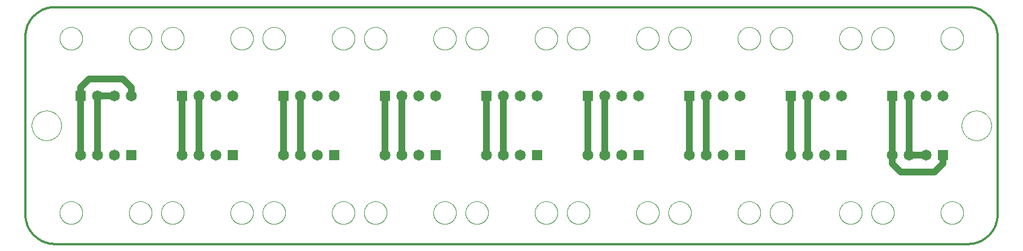
<source format=gbl>
G75*
%MOIN*%
%OFA0B0*%
%FSLAX25Y25*%
%IPPOS*%
%LPD*%
%AMOC8*
5,1,8,0,0,1.08239X$1,22.5*
%
%ADD10C,0.01200*%
%ADD11C,0.00000*%
%ADD12R,0.06496X0.06496*%
%ADD13C,0.06496*%
%ADD14C,0.04000*%
D10*
X0019100Y0001600D02*
X0559100Y0001600D01*
X0559523Y0001605D01*
X0559945Y0001620D01*
X0560368Y0001646D01*
X0560789Y0001682D01*
X0561209Y0001728D01*
X0561629Y0001784D01*
X0562046Y0001850D01*
X0562462Y0001926D01*
X0562876Y0002012D01*
X0563288Y0002109D01*
X0563697Y0002215D01*
X0564104Y0002331D01*
X0564508Y0002457D01*
X0564908Y0002592D01*
X0565306Y0002737D01*
X0565699Y0002892D01*
X0566089Y0003056D01*
X0566475Y0003230D01*
X0566856Y0003413D01*
X0567233Y0003605D01*
X0567605Y0003806D01*
X0567972Y0004016D01*
X0568334Y0004234D01*
X0568690Y0004462D01*
X0569041Y0004698D01*
X0569386Y0004942D01*
X0569725Y0005195D01*
X0570058Y0005456D01*
X0570385Y0005724D01*
X0570705Y0006001D01*
X0571018Y0006285D01*
X0571324Y0006577D01*
X0571623Y0006876D01*
X0571915Y0007182D01*
X0572199Y0007495D01*
X0572476Y0007815D01*
X0572744Y0008142D01*
X0573005Y0008475D01*
X0573258Y0008814D01*
X0573502Y0009159D01*
X0573738Y0009510D01*
X0573966Y0009866D01*
X0574184Y0010228D01*
X0574394Y0010595D01*
X0574595Y0010967D01*
X0574787Y0011344D01*
X0574970Y0011725D01*
X0575144Y0012111D01*
X0575308Y0012501D01*
X0575463Y0012894D01*
X0575608Y0013292D01*
X0575743Y0013692D01*
X0575869Y0014096D01*
X0575985Y0014503D01*
X0576091Y0014912D01*
X0576188Y0015324D01*
X0576274Y0015738D01*
X0576350Y0016154D01*
X0576416Y0016571D01*
X0576472Y0016991D01*
X0576518Y0017411D01*
X0576554Y0017832D01*
X0576580Y0018255D01*
X0576595Y0018677D01*
X0576600Y0019100D01*
X0576600Y0124100D01*
X0576595Y0124523D01*
X0576580Y0124945D01*
X0576554Y0125368D01*
X0576518Y0125789D01*
X0576472Y0126209D01*
X0576416Y0126629D01*
X0576350Y0127046D01*
X0576274Y0127462D01*
X0576188Y0127876D01*
X0576091Y0128288D01*
X0575985Y0128697D01*
X0575869Y0129104D01*
X0575743Y0129508D01*
X0575608Y0129908D01*
X0575463Y0130306D01*
X0575308Y0130699D01*
X0575144Y0131089D01*
X0574970Y0131475D01*
X0574787Y0131856D01*
X0574595Y0132233D01*
X0574394Y0132605D01*
X0574184Y0132972D01*
X0573966Y0133334D01*
X0573738Y0133690D01*
X0573502Y0134041D01*
X0573258Y0134386D01*
X0573005Y0134725D01*
X0572744Y0135058D01*
X0572476Y0135385D01*
X0572199Y0135705D01*
X0571915Y0136018D01*
X0571623Y0136324D01*
X0571324Y0136623D01*
X0571018Y0136915D01*
X0570705Y0137199D01*
X0570385Y0137476D01*
X0570058Y0137744D01*
X0569725Y0138005D01*
X0569386Y0138258D01*
X0569041Y0138502D01*
X0568690Y0138738D01*
X0568334Y0138966D01*
X0567972Y0139184D01*
X0567605Y0139394D01*
X0567233Y0139595D01*
X0566856Y0139787D01*
X0566475Y0139970D01*
X0566089Y0140144D01*
X0565699Y0140308D01*
X0565306Y0140463D01*
X0564908Y0140608D01*
X0564508Y0140743D01*
X0564104Y0140869D01*
X0563697Y0140985D01*
X0563288Y0141091D01*
X0562876Y0141188D01*
X0562462Y0141274D01*
X0562046Y0141350D01*
X0561629Y0141416D01*
X0561209Y0141472D01*
X0560789Y0141518D01*
X0560368Y0141554D01*
X0559945Y0141580D01*
X0559523Y0141595D01*
X0559100Y0141600D01*
X0019100Y0141600D01*
X0018677Y0141595D01*
X0018255Y0141580D01*
X0017832Y0141554D01*
X0017411Y0141518D01*
X0016991Y0141472D01*
X0016571Y0141416D01*
X0016154Y0141350D01*
X0015738Y0141274D01*
X0015324Y0141188D01*
X0014912Y0141091D01*
X0014503Y0140985D01*
X0014096Y0140869D01*
X0013692Y0140743D01*
X0013292Y0140608D01*
X0012894Y0140463D01*
X0012501Y0140308D01*
X0012111Y0140144D01*
X0011725Y0139970D01*
X0011344Y0139787D01*
X0010967Y0139595D01*
X0010595Y0139394D01*
X0010228Y0139184D01*
X0009866Y0138966D01*
X0009510Y0138738D01*
X0009159Y0138502D01*
X0008814Y0138258D01*
X0008475Y0138005D01*
X0008142Y0137744D01*
X0007815Y0137476D01*
X0007495Y0137199D01*
X0007182Y0136915D01*
X0006876Y0136623D01*
X0006577Y0136324D01*
X0006285Y0136018D01*
X0006001Y0135705D01*
X0005724Y0135385D01*
X0005456Y0135058D01*
X0005195Y0134725D01*
X0004942Y0134386D01*
X0004698Y0134041D01*
X0004462Y0133690D01*
X0004234Y0133334D01*
X0004016Y0132972D01*
X0003806Y0132605D01*
X0003605Y0132233D01*
X0003413Y0131856D01*
X0003230Y0131475D01*
X0003056Y0131089D01*
X0002892Y0130699D01*
X0002737Y0130306D01*
X0002592Y0129908D01*
X0002457Y0129508D01*
X0002331Y0129104D01*
X0002215Y0128697D01*
X0002109Y0128288D01*
X0002012Y0127876D01*
X0001926Y0127462D01*
X0001850Y0127046D01*
X0001784Y0126629D01*
X0001728Y0126209D01*
X0001682Y0125789D01*
X0001646Y0125368D01*
X0001620Y0124945D01*
X0001605Y0124523D01*
X0001600Y0124100D01*
X0001600Y0019100D01*
X0001605Y0018677D01*
X0001620Y0018255D01*
X0001646Y0017832D01*
X0001682Y0017411D01*
X0001728Y0016991D01*
X0001784Y0016571D01*
X0001850Y0016154D01*
X0001926Y0015738D01*
X0002012Y0015324D01*
X0002109Y0014912D01*
X0002215Y0014503D01*
X0002331Y0014096D01*
X0002457Y0013692D01*
X0002592Y0013292D01*
X0002737Y0012894D01*
X0002892Y0012501D01*
X0003056Y0012111D01*
X0003230Y0011725D01*
X0003413Y0011344D01*
X0003605Y0010967D01*
X0003806Y0010595D01*
X0004016Y0010228D01*
X0004234Y0009866D01*
X0004462Y0009510D01*
X0004698Y0009159D01*
X0004942Y0008814D01*
X0005195Y0008475D01*
X0005456Y0008142D01*
X0005724Y0007815D01*
X0006001Y0007495D01*
X0006285Y0007182D01*
X0006577Y0006876D01*
X0006876Y0006577D01*
X0007182Y0006285D01*
X0007495Y0006001D01*
X0007815Y0005724D01*
X0008142Y0005456D01*
X0008475Y0005195D01*
X0008814Y0004942D01*
X0009159Y0004698D01*
X0009510Y0004462D01*
X0009866Y0004234D01*
X0010228Y0004016D01*
X0010595Y0003806D01*
X0010967Y0003605D01*
X0011344Y0003413D01*
X0011725Y0003230D01*
X0012111Y0003056D01*
X0012501Y0002892D01*
X0012894Y0002737D01*
X0013292Y0002592D01*
X0013692Y0002457D01*
X0014096Y0002331D01*
X0014503Y0002215D01*
X0014912Y0002109D01*
X0015324Y0002012D01*
X0015738Y0001926D01*
X0016154Y0001850D01*
X0016571Y0001784D01*
X0016991Y0001728D01*
X0017411Y0001682D01*
X0017832Y0001646D01*
X0018255Y0001620D01*
X0018677Y0001605D01*
X0019100Y0001600D01*
D11*
X0021900Y0020100D02*
X0021902Y0020264D01*
X0021908Y0020429D01*
X0021918Y0020593D01*
X0021932Y0020757D01*
X0021950Y0020920D01*
X0021973Y0021083D01*
X0021999Y0021245D01*
X0022029Y0021407D01*
X0022063Y0021568D01*
X0022101Y0021728D01*
X0022143Y0021887D01*
X0022188Y0022045D01*
X0022238Y0022202D01*
X0022292Y0022357D01*
X0022349Y0022511D01*
X0022410Y0022664D01*
X0022475Y0022815D01*
X0022543Y0022965D01*
X0022615Y0023112D01*
X0022691Y0023258D01*
X0022770Y0023402D01*
X0022853Y0023544D01*
X0022939Y0023684D01*
X0023029Y0023822D01*
X0023122Y0023958D01*
X0023219Y0024091D01*
X0023318Y0024222D01*
X0023421Y0024350D01*
X0023527Y0024476D01*
X0023636Y0024599D01*
X0023748Y0024720D01*
X0023862Y0024838D01*
X0023980Y0024952D01*
X0024101Y0025064D01*
X0024224Y0025173D01*
X0024350Y0025279D01*
X0024478Y0025382D01*
X0024609Y0025481D01*
X0024742Y0025578D01*
X0024878Y0025671D01*
X0025016Y0025761D01*
X0025156Y0025847D01*
X0025298Y0025930D01*
X0025442Y0026009D01*
X0025588Y0026085D01*
X0025735Y0026157D01*
X0025885Y0026225D01*
X0026036Y0026290D01*
X0026189Y0026351D01*
X0026343Y0026408D01*
X0026498Y0026462D01*
X0026655Y0026512D01*
X0026813Y0026557D01*
X0026972Y0026599D01*
X0027132Y0026637D01*
X0027293Y0026671D01*
X0027455Y0026701D01*
X0027617Y0026727D01*
X0027780Y0026750D01*
X0027943Y0026768D01*
X0028107Y0026782D01*
X0028271Y0026792D01*
X0028436Y0026798D01*
X0028600Y0026800D01*
X0028764Y0026798D01*
X0028929Y0026792D01*
X0029093Y0026782D01*
X0029257Y0026768D01*
X0029420Y0026750D01*
X0029583Y0026727D01*
X0029745Y0026701D01*
X0029907Y0026671D01*
X0030068Y0026637D01*
X0030228Y0026599D01*
X0030387Y0026557D01*
X0030545Y0026512D01*
X0030702Y0026462D01*
X0030857Y0026408D01*
X0031011Y0026351D01*
X0031164Y0026290D01*
X0031315Y0026225D01*
X0031465Y0026157D01*
X0031612Y0026085D01*
X0031758Y0026009D01*
X0031902Y0025930D01*
X0032044Y0025847D01*
X0032184Y0025761D01*
X0032322Y0025671D01*
X0032458Y0025578D01*
X0032591Y0025481D01*
X0032722Y0025382D01*
X0032850Y0025279D01*
X0032976Y0025173D01*
X0033099Y0025064D01*
X0033220Y0024952D01*
X0033338Y0024838D01*
X0033452Y0024720D01*
X0033564Y0024599D01*
X0033673Y0024476D01*
X0033779Y0024350D01*
X0033882Y0024222D01*
X0033981Y0024091D01*
X0034078Y0023958D01*
X0034171Y0023822D01*
X0034261Y0023684D01*
X0034347Y0023544D01*
X0034430Y0023402D01*
X0034509Y0023258D01*
X0034585Y0023112D01*
X0034657Y0022965D01*
X0034725Y0022815D01*
X0034790Y0022664D01*
X0034851Y0022511D01*
X0034908Y0022357D01*
X0034962Y0022202D01*
X0035012Y0022045D01*
X0035057Y0021887D01*
X0035099Y0021728D01*
X0035137Y0021568D01*
X0035171Y0021407D01*
X0035201Y0021245D01*
X0035227Y0021083D01*
X0035250Y0020920D01*
X0035268Y0020757D01*
X0035282Y0020593D01*
X0035292Y0020429D01*
X0035298Y0020264D01*
X0035300Y0020100D01*
X0035298Y0019936D01*
X0035292Y0019771D01*
X0035282Y0019607D01*
X0035268Y0019443D01*
X0035250Y0019280D01*
X0035227Y0019117D01*
X0035201Y0018955D01*
X0035171Y0018793D01*
X0035137Y0018632D01*
X0035099Y0018472D01*
X0035057Y0018313D01*
X0035012Y0018155D01*
X0034962Y0017998D01*
X0034908Y0017843D01*
X0034851Y0017689D01*
X0034790Y0017536D01*
X0034725Y0017385D01*
X0034657Y0017235D01*
X0034585Y0017088D01*
X0034509Y0016942D01*
X0034430Y0016798D01*
X0034347Y0016656D01*
X0034261Y0016516D01*
X0034171Y0016378D01*
X0034078Y0016242D01*
X0033981Y0016109D01*
X0033882Y0015978D01*
X0033779Y0015850D01*
X0033673Y0015724D01*
X0033564Y0015601D01*
X0033452Y0015480D01*
X0033338Y0015362D01*
X0033220Y0015248D01*
X0033099Y0015136D01*
X0032976Y0015027D01*
X0032850Y0014921D01*
X0032722Y0014818D01*
X0032591Y0014719D01*
X0032458Y0014622D01*
X0032322Y0014529D01*
X0032184Y0014439D01*
X0032044Y0014353D01*
X0031902Y0014270D01*
X0031758Y0014191D01*
X0031612Y0014115D01*
X0031465Y0014043D01*
X0031315Y0013975D01*
X0031164Y0013910D01*
X0031011Y0013849D01*
X0030857Y0013792D01*
X0030702Y0013738D01*
X0030545Y0013688D01*
X0030387Y0013643D01*
X0030228Y0013601D01*
X0030068Y0013563D01*
X0029907Y0013529D01*
X0029745Y0013499D01*
X0029583Y0013473D01*
X0029420Y0013450D01*
X0029257Y0013432D01*
X0029093Y0013418D01*
X0028929Y0013408D01*
X0028764Y0013402D01*
X0028600Y0013400D01*
X0028436Y0013402D01*
X0028271Y0013408D01*
X0028107Y0013418D01*
X0027943Y0013432D01*
X0027780Y0013450D01*
X0027617Y0013473D01*
X0027455Y0013499D01*
X0027293Y0013529D01*
X0027132Y0013563D01*
X0026972Y0013601D01*
X0026813Y0013643D01*
X0026655Y0013688D01*
X0026498Y0013738D01*
X0026343Y0013792D01*
X0026189Y0013849D01*
X0026036Y0013910D01*
X0025885Y0013975D01*
X0025735Y0014043D01*
X0025588Y0014115D01*
X0025442Y0014191D01*
X0025298Y0014270D01*
X0025156Y0014353D01*
X0025016Y0014439D01*
X0024878Y0014529D01*
X0024742Y0014622D01*
X0024609Y0014719D01*
X0024478Y0014818D01*
X0024350Y0014921D01*
X0024224Y0015027D01*
X0024101Y0015136D01*
X0023980Y0015248D01*
X0023862Y0015362D01*
X0023748Y0015480D01*
X0023636Y0015601D01*
X0023527Y0015724D01*
X0023421Y0015850D01*
X0023318Y0015978D01*
X0023219Y0016109D01*
X0023122Y0016242D01*
X0023029Y0016378D01*
X0022939Y0016516D01*
X0022853Y0016656D01*
X0022770Y0016798D01*
X0022691Y0016942D01*
X0022615Y0017088D01*
X0022543Y0017235D01*
X0022475Y0017385D01*
X0022410Y0017536D01*
X0022349Y0017689D01*
X0022292Y0017843D01*
X0022238Y0017998D01*
X0022188Y0018155D01*
X0022143Y0018313D01*
X0022101Y0018472D01*
X0022063Y0018632D01*
X0022029Y0018793D01*
X0021999Y0018955D01*
X0021973Y0019117D01*
X0021950Y0019280D01*
X0021932Y0019443D01*
X0021918Y0019607D01*
X0021908Y0019771D01*
X0021902Y0019936D01*
X0021900Y0020100D01*
X0062900Y0020100D02*
X0062902Y0020264D01*
X0062908Y0020429D01*
X0062918Y0020593D01*
X0062932Y0020757D01*
X0062950Y0020920D01*
X0062973Y0021083D01*
X0062999Y0021245D01*
X0063029Y0021407D01*
X0063063Y0021568D01*
X0063101Y0021728D01*
X0063143Y0021887D01*
X0063188Y0022045D01*
X0063238Y0022202D01*
X0063292Y0022357D01*
X0063349Y0022511D01*
X0063410Y0022664D01*
X0063475Y0022815D01*
X0063543Y0022965D01*
X0063615Y0023112D01*
X0063691Y0023258D01*
X0063770Y0023402D01*
X0063853Y0023544D01*
X0063939Y0023684D01*
X0064029Y0023822D01*
X0064122Y0023958D01*
X0064219Y0024091D01*
X0064318Y0024222D01*
X0064421Y0024350D01*
X0064527Y0024476D01*
X0064636Y0024599D01*
X0064748Y0024720D01*
X0064862Y0024838D01*
X0064980Y0024952D01*
X0065101Y0025064D01*
X0065224Y0025173D01*
X0065350Y0025279D01*
X0065478Y0025382D01*
X0065609Y0025481D01*
X0065742Y0025578D01*
X0065878Y0025671D01*
X0066016Y0025761D01*
X0066156Y0025847D01*
X0066298Y0025930D01*
X0066442Y0026009D01*
X0066588Y0026085D01*
X0066735Y0026157D01*
X0066885Y0026225D01*
X0067036Y0026290D01*
X0067189Y0026351D01*
X0067343Y0026408D01*
X0067498Y0026462D01*
X0067655Y0026512D01*
X0067813Y0026557D01*
X0067972Y0026599D01*
X0068132Y0026637D01*
X0068293Y0026671D01*
X0068455Y0026701D01*
X0068617Y0026727D01*
X0068780Y0026750D01*
X0068943Y0026768D01*
X0069107Y0026782D01*
X0069271Y0026792D01*
X0069436Y0026798D01*
X0069600Y0026800D01*
X0069764Y0026798D01*
X0069929Y0026792D01*
X0070093Y0026782D01*
X0070257Y0026768D01*
X0070420Y0026750D01*
X0070583Y0026727D01*
X0070745Y0026701D01*
X0070907Y0026671D01*
X0071068Y0026637D01*
X0071228Y0026599D01*
X0071387Y0026557D01*
X0071545Y0026512D01*
X0071702Y0026462D01*
X0071857Y0026408D01*
X0072011Y0026351D01*
X0072164Y0026290D01*
X0072315Y0026225D01*
X0072465Y0026157D01*
X0072612Y0026085D01*
X0072758Y0026009D01*
X0072902Y0025930D01*
X0073044Y0025847D01*
X0073184Y0025761D01*
X0073322Y0025671D01*
X0073458Y0025578D01*
X0073591Y0025481D01*
X0073722Y0025382D01*
X0073850Y0025279D01*
X0073976Y0025173D01*
X0074099Y0025064D01*
X0074220Y0024952D01*
X0074338Y0024838D01*
X0074452Y0024720D01*
X0074564Y0024599D01*
X0074673Y0024476D01*
X0074779Y0024350D01*
X0074882Y0024222D01*
X0074981Y0024091D01*
X0075078Y0023958D01*
X0075171Y0023822D01*
X0075261Y0023684D01*
X0075347Y0023544D01*
X0075430Y0023402D01*
X0075509Y0023258D01*
X0075585Y0023112D01*
X0075657Y0022965D01*
X0075725Y0022815D01*
X0075790Y0022664D01*
X0075851Y0022511D01*
X0075908Y0022357D01*
X0075962Y0022202D01*
X0076012Y0022045D01*
X0076057Y0021887D01*
X0076099Y0021728D01*
X0076137Y0021568D01*
X0076171Y0021407D01*
X0076201Y0021245D01*
X0076227Y0021083D01*
X0076250Y0020920D01*
X0076268Y0020757D01*
X0076282Y0020593D01*
X0076292Y0020429D01*
X0076298Y0020264D01*
X0076300Y0020100D01*
X0076298Y0019936D01*
X0076292Y0019771D01*
X0076282Y0019607D01*
X0076268Y0019443D01*
X0076250Y0019280D01*
X0076227Y0019117D01*
X0076201Y0018955D01*
X0076171Y0018793D01*
X0076137Y0018632D01*
X0076099Y0018472D01*
X0076057Y0018313D01*
X0076012Y0018155D01*
X0075962Y0017998D01*
X0075908Y0017843D01*
X0075851Y0017689D01*
X0075790Y0017536D01*
X0075725Y0017385D01*
X0075657Y0017235D01*
X0075585Y0017088D01*
X0075509Y0016942D01*
X0075430Y0016798D01*
X0075347Y0016656D01*
X0075261Y0016516D01*
X0075171Y0016378D01*
X0075078Y0016242D01*
X0074981Y0016109D01*
X0074882Y0015978D01*
X0074779Y0015850D01*
X0074673Y0015724D01*
X0074564Y0015601D01*
X0074452Y0015480D01*
X0074338Y0015362D01*
X0074220Y0015248D01*
X0074099Y0015136D01*
X0073976Y0015027D01*
X0073850Y0014921D01*
X0073722Y0014818D01*
X0073591Y0014719D01*
X0073458Y0014622D01*
X0073322Y0014529D01*
X0073184Y0014439D01*
X0073044Y0014353D01*
X0072902Y0014270D01*
X0072758Y0014191D01*
X0072612Y0014115D01*
X0072465Y0014043D01*
X0072315Y0013975D01*
X0072164Y0013910D01*
X0072011Y0013849D01*
X0071857Y0013792D01*
X0071702Y0013738D01*
X0071545Y0013688D01*
X0071387Y0013643D01*
X0071228Y0013601D01*
X0071068Y0013563D01*
X0070907Y0013529D01*
X0070745Y0013499D01*
X0070583Y0013473D01*
X0070420Y0013450D01*
X0070257Y0013432D01*
X0070093Y0013418D01*
X0069929Y0013408D01*
X0069764Y0013402D01*
X0069600Y0013400D01*
X0069436Y0013402D01*
X0069271Y0013408D01*
X0069107Y0013418D01*
X0068943Y0013432D01*
X0068780Y0013450D01*
X0068617Y0013473D01*
X0068455Y0013499D01*
X0068293Y0013529D01*
X0068132Y0013563D01*
X0067972Y0013601D01*
X0067813Y0013643D01*
X0067655Y0013688D01*
X0067498Y0013738D01*
X0067343Y0013792D01*
X0067189Y0013849D01*
X0067036Y0013910D01*
X0066885Y0013975D01*
X0066735Y0014043D01*
X0066588Y0014115D01*
X0066442Y0014191D01*
X0066298Y0014270D01*
X0066156Y0014353D01*
X0066016Y0014439D01*
X0065878Y0014529D01*
X0065742Y0014622D01*
X0065609Y0014719D01*
X0065478Y0014818D01*
X0065350Y0014921D01*
X0065224Y0015027D01*
X0065101Y0015136D01*
X0064980Y0015248D01*
X0064862Y0015362D01*
X0064748Y0015480D01*
X0064636Y0015601D01*
X0064527Y0015724D01*
X0064421Y0015850D01*
X0064318Y0015978D01*
X0064219Y0016109D01*
X0064122Y0016242D01*
X0064029Y0016378D01*
X0063939Y0016516D01*
X0063853Y0016656D01*
X0063770Y0016798D01*
X0063691Y0016942D01*
X0063615Y0017088D01*
X0063543Y0017235D01*
X0063475Y0017385D01*
X0063410Y0017536D01*
X0063349Y0017689D01*
X0063292Y0017843D01*
X0063238Y0017998D01*
X0063188Y0018155D01*
X0063143Y0018313D01*
X0063101Y0018472D01*
X0063063Y0018632D01*
X0063029Y0018793D01*
X0062999Y0018955D01*
X0062973Y0019117D01*
X0062950Y0019280D01*
X0062932Y0019443D01*
X0062918Y0019607D01*
X0062908Y0019771D01*
X0062902Y0019936D01*
X0062900Y0020100D01*
X0081900Y0020100D02*
X0081902Y0020264D01*
X0081908Y0020429D01*
X0081918Y0020593D01*
X0081932Y0020757D01*
X0081950Y0020920D01*
X0081973Y0021083D01*
X0081999Y0021245D01*
X0082029Y0021407D01*
X0082063Y0021568D01*
X0082101Y0021728D01*
X0082143Y0021887D01*
X0082188Y0022045D01*
X0082238Y0022202D01*
X0082292Y0022357D01*
X0082349Y0022511D01*
X0082410Y0022664D01*
X0082475Y0022815D01*
X0082543Y0022965D01*
X0082615Y0023112D01*
X0082691Y0023258D01*
X0082770Y0023402D01*
X0082853Y0023544D01*
X0082939Y0023684D01*
X0083029Y0023822D01*
X0083122Y0023958D01*
X0083219Y0024091D01*
X0083318Y0024222D01*
X0083421Y0024350D01*
X0083527Y0024476D01*
X0083636Y0024599D01*
X0083748Y0024720D01*
X0083862Y0024838D01*
X0083980Y0024952D01*
X0084101Y0025064D01*
X0084224Y0025173D01*
X0084350Y0025279D01*
X0084478Y0025382D01*
X0084609Y0025481D01*
X0084742Y0025578D01*
X0084878Y0025671D01*
X0085016Y0025761D01*
X0085156Y0025847D01*
X0085298Y0025930D01*
X0085442Y0026009D01*
X0085588Y0026085D01*
X0085735Y0026157D01*
X0085885Y0026225D01*
X0086036Y0026290D01*
X0086189Y0026351D01*
X0086343Y0026408D01*
X0086498Y0026462D01*
X0086655Y0026512D01*
X0086813Y0026557D01*
X0086972Y0026599D01*
X0087132Y0026637D01*
X0087293Y0026671D01*
X0087455Y0026701D01*
X0087617Y0026727D01*
X0087780Y0026750D01*
X0087943Y0026768D01*
X0088107Y0026782D01*
X0088271Y0026792D01*
X0088436Y0026798D01*
X0088600Y0026800D01*
X0088764Y0026798D01*
X0088929Y0026792D01*
X0089093Y0026782D01*
X0089257Y0026768D01*
X0089420Y0026750D01*
X0089583Y0026727D01*
X0089745Y0026701D01*
X0089907Y0026671D01*
X0090068Y0026637D01*
X0090228Y0026599D01*
X0090387Y0026557D01*
X0090545Y0026512D01*
X0090702Y0026462D01*
X0090857Y0026408D01*
X0091011Y0026351D01*
X0091164Y0026290D01*
X0091315Y0026225D01*
X0091465Y0026157D01*
X0091612Y0026085D01*
X0091758Y0026009D01*
X0091902Y0025930D01*
X0092044Y0025847D01*
X0092184Y0025761D01*
X0092322Y0025671D01*
X0092458Y0025578D01*
X0092591Y0025481D01*
X0092722Y0025382D01*
X0092850Y0025279D01*
X0092976Y0025173D01*
X0093099Y0025064D01*
X0093220Y0024952D01*
X0093338Y0024838D01*
X0093452Y0024720D01*
X0093564Y0024599D01*
X0093673Y0024476D01*
X0093779Y0024350D01*
X0093882Y0024222D01*
X0093981Y0024091D01*
X0094078Y0023958D01*
X0094171Y0023822D01*
X0094261Y0023684D01*
X0094347Y0023544D01*
X0094430Y0023402D01*
X0094509Y0023258D01*
X0094585Y0023112D01*
X0094657Y0022965D01*
X0094725Y0022815D01*
X0094790Y0022664D01*
X0094851Y0022511D01*
X0094908Y0022357D01*
X0094962Y0022202D01*
X0095012Y0022045D01*
X0095057Y0021887D01*
X0095099Y0021728D01*
X0095137Y0021568D01*
X0095171Y0021407D01*
X0095201Y0021245D01*
X0095227Y0021083D01*
X0095250Y0020920D01*
X0095268Y0020757D01*
X0095282Y0020593D01*
X0095292Y0020429D01*
X0095298Y0020264D01*
X0095300Y0020100D01*
X0095298Y0019936D01*
X0095292Y0019771D01*
X0095282Y0019607D01*
X0095268Y0019443D01*
X0095250Y0019280D01*
X0095227Y0019117D01*
X0095201Y0018955D01*
X0095171Y0018793D01*
X0095137Y0018632D01*
X0095099Y0018472D01*
X0095057Y0018313D01*
X0095012Y0018155D01*
X0094962Y0017998D01*
X0094908Y0017843D01*
X0094851Y0017689D01*
X0094790Y0017536D01*
X0094725Y0017385D01*
X0094657Y0017235D01*
X0094585Y0017088D01*
X0094509Y0016942D01*
X0094430Y0016798D01*
X0094347Y0016656D01*
X0094261Y0016516D01*
X0094171Y0016378D01*
X0094078Y0016242D01*
X0093981Y0016109D01*
X0093882Y0015978D01*
X0093779Y0015850D01*
X0093673Y0015724D01*
X0093564Y0015601D01*
X0093452Y0015480D01*
X0093338Y0015362D01*
X0093220Y0015248D01*
X0093099Y0015136D01*
X0092976Y0015027D01*
X0092850Y0014921D01*
X0092722Y0014818D01*
X0092591Y0014719D01*
X0092458Y0014622D01*
X0092322Y0014529D01*
X0092184Y0014439D01*
X0092044Y0014353D01*
X0091902Y0014270D01*
X0091758Y0014191D01*
X0091612Y0014115D01*
X0091465Y0014043D01*
X0091315Y0013975D01*
X0091164Y0013910D01*
X0091011Y0013849D01*
X0090857Y0013792D01*
X0090702Y0013738D01*
X0090545Y0013688D01*
X0090387Y0013643D01*
X0090228Y0013601D01*
X0090068Y0013563D01*
X0089907Y0013529D01*
X0089745Y0013499D01*
X0089583Y0013473D01*
X0089420Y0013450D01*
X0089257Y0013432D01*
X0089093Y0013418D01*
X0088929Y0013408D01*
X0088764Y0013402D01*
X0088600Y0013400D01*
X0088436Y0013402D01*
X0088271Y0013408D01*
X0088107Y0013418D01*
X0087943Y0013432D01*
X0087780Y0013450D01*
X0087617Y0013473D01*
X0087455Y0013499D01*
X0087293Y0013529D01*
X0087132Y0013563D01*
X0086972Y0013601D01*
X0086813Y0013643D01*
X0086655Y0013688D01*
X0086498Y0013738D01*
X0086343Y0013792D01*
X0086189Y0013849D01*
X0086036Y0013910D01*
X0085885Y0013975D01*
X0085735Y0014043D01*
X0085588Y0014115D01*
X0085442Y0014191D01*
X0085298Y0014270D01*
X0085156Y0014353D01*
X0085016Y0014439D01*
X0084878Y0014529D01*
X0084742Y0014622D01*
X0084609Y0014719D01*
X0084478Y0014818D01*
X0084350Y0014921D01*
X0084224Y0015027D01*
X0084101Y0015136D01*
X0083980Y0015248D01*
X0083862Y0015362D01*
X0083748Y0015480D01*
X0083636Y0015601D01*
X0083527Y0015724D01*
X0083421Y0015850D01*
X0083318Y0015978D01*
X0083219Y0016109D01*
X0083122Y0016242D01*
X0083029Y0016378D01*
X0082939Y0016516D01*
X0082853Y0016656D01*
X0082770Y0016798D01*
X0082691Y0016942D01*
X0082615Y0017088D01*
X0082543Y0017235D01*
X0082475Y0017385D01*
X0082410Y0017536D01*
X0082349Y0017689D01*
X0082292Y0017843D01*
X0082238Y0017998D01*
X0082188Y0018155D01*
X0082143Y0018313D01*
X0082101Y0018472D01*
X0082063Y0018632D01*
X0082029Y0018793D01*
X0081999Y0018955D01*
X0081973Y0019117D01*
X0081950Y0019280D01*
X0081932Y0019443D01*
X0081918Y0019607D01*
X0081908Y0019771D01*
X0081902Y0019936D01*
X0081900Y0020100D01*
X0122900Y0020100D02*
X0122902Y0020264D01*
X0122908Y0020429D01*
X0122918Y0020593D01*
X0122932Y0020757D01*
X0122950Y0020920D01*
X0122973Y0021083D01*
X0122999Y0021245D01*
X0123029Y0021407D01*
X0123063Y0021568D01*
X0123101Y0021728D01*
X0123143Y0021887D01*
X0123188Y0022045D01*
X0123238Y0022202D01*
X0123292Y0022357D01*
X0123349Y0022511D01*
X0123410Y0022664D01*
X0123475Y0022815D01*
X0123543Y0022965D01*
X0123615Y0023112D01*
X0123691Y0023258D01*
X0123770Y0023402D01*
X0123853Y0023544D01*
X0123939Y0023684D01*
X0124029Y0023822D01*
X0124122Y0023958D01*
X0124219Y0024091D01*
X0124318Y0024222D01*
X0124421Y0024350D01*
X0124527Y0024476D01*
X0124636Y0024599D01*
X0124748Y0024720D01*
X0124862Y0024838D01*
X0124980Y0024952D01*
X0125101Y0025064D01*
X0125224Y0025173D01*
X0125350Y0025279D01*
X0125478Y0025382D01*
X0125609Y0025481D01*
X0125742Y0025578D01*
X0125878Y0025671D01*
X0126016Y0025761D01*
X0126156Y0025847D01*
X0126298Y0025930D01*
X0126442Y0026009D01*
X0126588Y0026085D01*
X0126735Y0026157D01*
X0126885Y0026225D01*
X0127036Y0026290D01*
X0127189Y0026351D01*
X0127343Y0026408D01*
X0127498Y0026462D01*
X0127655Y0026512D01*
X0127813Y0026557D01*
X0127972Y0026599D01*
X0128132Y0026637D01*
X0128293Y0026671D01*
X0128455Y0026701D01*
X0128617Y0026727D01*
X0128780Y0026750D01*
X0128943Y0026768D01*
X0129107Y0026782D01*
X0129271Y0026792D01*
X0129436Y0026798D01*
X0129600Y0026800D01*
X0129764Y0026798D01*
X0129929Y0026792D01*
X0130093Y0026782D01*
X0130257Y0026768D01*
X0130420Y0026750D01*
X0130583Y0026727D01*
X0130745Y0026701D01*
X0130907Y0026671D01*
X0131068Y0026637D01*
X0131228Y0026599D01*
X0131387Y0026557D01*
X0131545Y0026512D01*
X0131702Y0026462D01*
X0131857Y0026408D01*
X0132011Y0026351D01*
X0132164Y0026290D01*
X0132315Y0026225D01*
X0132465Y0026157D01*
X0132612Y0026085D01*
X0132758Y0026009D01*
X0132902Y0025930D01*
X0133044Y0025847D01*
X0133184Y0025761D01*
X0133322Y0025671D01*
X0133458Y0025578D01*
X0133591Y0025481D01*
X0133722Y0025382D01*
X0133850Y0025279D01*
X0133976Y0025173D01*
X0134099Y0025064D01*
X0134220Y0024952D01*
X0134338Y0024838D01*
X0134452Y0024720D01*
X0134564Y0024599D01*
X0134673Y0024476D01*
X0134779Y0024350D01*
X0134882Y0024222D01*
X0134981Y0024091D01*
X0135078Y0023958D01*
X0135171Y0023822D01*
X0135261Y0023684D01*
X0135347Y0023544D01*
X0135430Y0023402D01*
X0135509Y0023258D01*
X0135585Y0023112D01*
X0135657Y0022965D01*
X0135725Y0022815D01*
X0135790Y0022664D01*
X0135851Y0022511D01*
X0135908Y0022357D01*
X0135962Y0022202D01*
X0136012Y0022045D01*
X0136057Y0021887D01*
X0136099Y0021728D01*
X0136137Y0021568D01*
X0136171Y0021407D01*
X0136201Y0021245D01*
X0136227Y0021083D01*
X0136250Y0020920D01*
X0136268Y0020757D01*
X0136282Y0020593D01*
X0136292Y0020429D01*
X0136298Y0020264D01*
X0136300Y0020100D01*
X0136298Y0019936D01*
X0136292Y0019771D01*
X0136282Y0019607D01*
X0136268Y0019443D01*
X0136250Y0019280D01*
X0136227Y0019117D01*
X0136201Y0018955D01*
X0136171Y0018793D01*
X0136137Y0018632D01*
X0136099Y0018472D01*
X0136057Y0018313D01*
X0136012Y0018155D01*
X0135962Y0017998D01*
X0135908Y0017843D01*
X0135851Y0017689D01*
X0135790Y0017536D01*
X0135725Y0017385D01*
X0135657Y0017235D01*
X0135585Y0017088D01*
X0135509Y0016942D01*
X0135430Y0016798D01*
X0135347Y0016656D01*
X0135261Y0016516D01*
X0135171Y0016378D01*
X0135078Y0016242D01*
X0134981Y0016109D01*
X0134882Y0015978D01*
X0134779Y0015850D01*
X0134673Y0015724D01*
X0134564Y0015601D01*
X0134452Y0015480D01*
X0134338Y0015362D01*
X0134220Y0015248D01*
X0134099Y0015136D01*
X0133976Y0015027D01*
X0133850Y0014921D01*
X0133722Y0014818D01*
X0133591Y0014719D01*
X0133458Y0014622D01*
X0133322Y0014529D01*
X0133184Y0014439D01*
X0133044Y0014353D01*
X0132902Y0014270D01*
X0132758Y0014191D01*
X0132612Y0014115D01*
X0132465Y0014043D01*
X0132315Y0013975D01*
X0132164Y0013910D01*
X0132011Y0013849D01*
X0131857Y0013792D01*
X0131702Y0013738D01*
X0131545Y0013688D01*
X0131387Y0013643D01*
X0131228Y0013601D01*
X0131068Y0013563D01*
X0130907Y0013529D01*
X0130745Y0013499D01*
X0130583Y0013473D01*
X0130420Y0013450D01*
X0130257Y0013432D01*
X0130093Y0013418D01*
X0129929Y0013408D01*
X0129764Y0013402D01*
X0129600Y0013400D01*
X0129436Y0013402D01*
X0129271Y0013408D01*
X0129107Y0013418D01*
X0128943Y0013432D01*
X0128780Y0013450D01*
X0128617Y0013473D01*
X0128455Y0013499D01*
X0128293Y0013529D01*
X0128132Y0013563D01*
X0127972Y0013601D01*
X0127813Y0013643D01*
X0127655Y0013688D01*
X0127498Y0013738D01*
X0127343Y0013792D01*
X0127189Y0013849D01*
X0127036Y0013910D01*
X0126885Y0013975D01*
X0126735Y0014043D01*
X0126588Y0014115D01*
X0126442Y0014191D01*
X0126298Y0014270D01*
X0126156Y0014353D01*
X0126016Y0014439D01*
X0125878Y0014529D01*
X0125742Y0014622D01*
X0125609Y0014719D01*
X0125478Y0014818D01*
X0125350Y0014921D01*
X0125224Y0015027D01*
X0125101Y0015136D01*
X0124980Y0015248D01*
X0124862Y0015362D01*
X0124748Y0015480D01*
X0124636Y0015601D01*
X0124527Y0015724D01*
X0124421Y0015850D01*
X0124318Y0015978D01*
X0124219Y0016109D01*
X0124122Y0016242D01*
X0124029Y0016378D01*
X0123939Y0016516D01*
X0123853Y0016656D01*
X0123770Y0016798D01*
X0123691Y0016942D01*
X0123615Y0017088D01*
X0123543Y0017235D01*
X0123475Y0017385D01*
X0123410Y0017536D01*
X0123349Y0017689D01*
X0123292Y0017843D01*
X0123238Y0017998D01*
X0123188Y0018155D01*
X0123143Y0018313D01*
X0123101Y0018472D01*
X0123063Y0018632D01*
X0123029Y0018793D01*
X0122999Y0018955D01*
X0122973Y0019117D01*
X0122950Y0019280D01*
X0122932Y0019443D01*
X0122918Y0019607D01*
X0122908Y0019771D01*
X0122902Y0019936D01*
X0122900Y0020100D01*
X0141900Y0020100D02*
X0141902Y0020264D01*
X0141908Y0020429D01*
X0141918Y0020593D01*
X0141932Y0020757D01*
X0141950Y0020920D01*
X0141973Y0021083D01*
X0141999Y0021245D01*
X0142029Y0021407D01*
X0142063Y0021568D01*
X0142101Y0021728D01*
X0142143Y0021887D01*
X0142188Y0022045D01*
X0142238Y0022202D01*
X0142292Y0022357D01*
X0142349Y0022511D01*
X0142410Y0022664D01*
X0142475Y0022815D01*
X0142543Y0022965D01*
X0142615Y0023112D01*
X0142691Y0023258D01*
X0142770Y0023402D01*
X0142853Y0023544D01*
X0142939Y0023684D01*
X0143029Y0023822D01*
X0143122Y0023958D01*
X0143219Y0024091D01*
X0143318Y0024222D01*
X0143421Y0024350D01*
X0143527Y0024476D01*
X0143636Y0024599D01*
X0143748Y0024720D01*
X0143862Y0024838D01*
X0143980Y0024952D01*
X0144101Y0025064D01*
X0144224Y0025173D01*
X0144350Y0025279D01*
X0144478Y0025382D01*
X0144609Y0025481D01*
X0144742Y0025578D01*
X0144878Y0025671D01*
X0145016Y0025761D01*
X0145156Y0025847D01*
X0145298Y0025930D01*
X0145442Y0026009D01*
X0145588Y0026085D01*
X0145735Y0026157D01*
X0145885Y0026225D01*
X0146036Y0026290D01*
X0146189Y0026351D01*
X0146343Y0026408D01*
X0146498Y0026462D01*
X0146655Y0026512D01*
X0146813Y0026557D01*
X0146972Y0026599D01*
X0147132Y0026637D01*
X0147293Y0026671D01*
X0147455Y0026701D01*
X0147617Y0026727D01*
X0147780Y0026750D01*
X0147943Y0026768D01*
X0148107Y0026782D01*
X0148271Y0026792D01*
X0148436Y0026798D01*
X0148600Y0026800D01*
X0148764Y0026798D01*
X0148929Y0026792D01*
X0149093Y0026782D01*
X0149257Y0026768D01*
X0149420Y0026750D01*
X0149583Y0026727D01*
X0149745Y0026701D01*
X0149907Y0026671D01*
X0150068Y0026637D01*
X0150228Y0026599D01*
X0150387Y0026557D01*
X0150545Y0026512D01*
X0150702Y0026462D01*
X0150857Y0026408D01*
X0151011Y0026351D01*
X0151164Y0026290D01*
X0151315Y0026225D01*
X0151465Y0026157D01*
X0151612Y0026085D01*
X0151758Y0026009D01*
X0151902Y0025930D01*
X0152044Y0025847D01*
X0152184Y0025761D01*
X0152322Y0025671D01*
X0152458Y0025578D01*
X0152591Y0025481D01*
X0152722Y0025382D01*
X0152850Y0025279D01*
X0152976Y0025173D01*
X0153099Y0025064D01*
X0153220Y0024952D01*
X0153338Y0024838D01*
X0153452Y0024720D01*
X0153564Y0024599D01*
X0153673Y0024476D01*
X0153779Y0024350D01*
X0153882Y0024222D01*
X0153981Y0024091D01*
X0154078Y0023958D01*
X0154171Y0023822D01*
X0154261Y0023684D01*
X0154347Y0023544D01*
X0154430Y0023402D01*
X0154509Y0023258D01*
X0154585Y0023112D01*
X0154657Y0022965D01*
X0154725Y0022815D01*
X0154790Y0022664D01*
X0154851Y0022511D01*
X0154908Y0022357D01*
X0154962Y0022202D01*
X0155012Y0022045D01*
X0155057Y0021887D01*
X0155099Y0021728D01*
X0155137Y0021568D01*
X0155171Y0021407D01*
X0155201Y0021245D01*
X0155227Y0021083D01*
X0155250Y0020920D01*
X0155268Y0020757D01*
X0155282Y0020593D01*
X0155292Y0020429D01*
X0155298Y0020264D01*
X0155300Y0020100D01*
X0155298Y0019936D01*
X0155292Y0019771D01*
X0155282Y0019607D01*
X0155268Y0019443D01*
X0155250Y0019280D01*
X0155227Y0019117D01*
X0155201Y0018955D01*
X0155171Y0018793D01*
X0155137Y0018632D01*
X0155099Y0018472D01*
X0155057Y0018313D01*
X0155012Y0018155D01*
X0154962Y0017998D01*
X0154908Y0017843D01*
X0154851Y0017689D01*
X0154790Y0017536D01*
X0154725Y0017385D01*
X0154657Y0017235D01*
X0154585Y0017088D01*
X0154509Y0016942D01*
X0154430Y0016798D01*
X0154347Y0016656D01*
X0154261Y0016516D01*
X0154171Y0016378D01*
X0154078Y0016242D01*
X0153981Y0016109D01*
X0153882Y0015978D01*
X0153779Y0015850D01*
X0153673Y0015724D01*
X0153564Y0015601D01*
X0153452Y0015480D01*
X0153338Y0015362D01*
X0153220Y0015248D01*
X0153099Y0015136D01*
X0152976Y0015027D01*
X0152850Y0014921D01*
X0152722Y0014818D01*
X0152591Y0014719D01*
X0152458Y0014622D01*
X0152322Y0014529D01*
X0152184Y0014439D01*
X0152044Y0014353D01*
X0151902Y0014270D01*
X0151758Y0014191D01*
X0151612Y0014115D01*
X0151465Y0014043D01*
X0151315Y0013975D01*
X0151164Y0013910D01*
X0151011Y0013849D01*
X0150857Y0013792D01*
X0150702Y0013738D01*
X0150545Y0013688D01*
X0150387Y0013643D01*
X0150228Y0013601D01*
X0150068Y0013563D01*
X0149907Y0013529D01*
X0149745Y0013499D01*
X0149583Y0013473D01*
X0149420Y0013450D01*
X0149257Y0013432D01*
X0149093Y0013418D01*
X0148929Y0013408D01*
X0148764Y0013402D01*
X0148600Y0013400D01*
X0148436Y0013402D01*
X0148271Y0013408D01*
X0148107Y0013418D01*
X0147943Y0013432D01*
X0147780Y0013450D01*
X0147617Y0013473D01*
X0147455Y0013499D01*
X0147293Y0013529D01*
X0147132Y0013563D01*
X0146972Y0013601D01*
X0146813Y0013643D01*
X0146655Y0013688D01*
X0146498Y0013738D01*
X0146343Y0013792D01*
X0146189Y0013849D01*
X0146036Y0013910D01*
X0145885Y0013975D01*
X0145735Y0014043D01*
X0145588Y0014115D01*
X0145442Y0014191D01*
X0145298Y0014270D01*
X0145156Y0014353D01*
X0145016Y0014439D01*
X0144878Y0014529D01*
X0144742Y0014622D01*
X0144609Y0014719D01*
X0144478Y0014818D01*
X0144350Y0014921D01*
X0144224Y0015027D01*
X0144101Y0015136D01*
X0143980Y0015248D01*
X0143862Y0015362D01*
X0143748Y0015480D01*
X0143636Y0015601D01*
X0143527Y0015724D01*
X0143421Y0015850D01*
X0143318Y0015978D01*
X0143219Y0016109D01*
X0143122Y0016242D01*
X0143029Y0016378D01*
X0142939Y0016516D01*
X0142853Y0016656D01*
X0142770Y0016798D01*
X0142691Y0016942D01*
X0142615Y0017088D01*
X0142543Y0017235D01*
X0142475Y0017385D01*
X0142410Y0017536D01*
X0142349Y0017689D01*
X0142292Y0017843D01*
X0142238Y0017998D01*
X0142188Y0018155D01*
X0142143Y0018313D01*
X0142101Y0018472D01*
X0142063Y0018632D01*
X0142029Y0018793D01*
X0141999Y0018955D01*
X0141973Y0019117D01*
X0141950Y0019280D01*
X0141932Y0019443D01*
X0141918Y0019607D01*
X0141908Y0019771D01*
X0141902Y0019936D01*
X0141900Y0020100D01*
X0182900Y0020100D02*
X0182902Y0020264D01*
X0182908Y0020429D01*
X0182918Y0020593D01*
X0182932Y0020757D01*
X0182950Y0020920D01*
X0182973Y0021083D01*
X0182999Y0021245D01*
X0183029Y0021407D01*
X0183063Y0021568D01*
X0183101Y0021728D01*
X0183143Y0021887D01*
X0183188Y0022045D01*
X0183238Y0022202D01*
X0183292Y0022357D01*
X0183349Y0022511D01*
X0183410Y0022664D01*
X0183475Y0022815D01*
X0183543Y0022965D01*
X0183615Y0023112D01*
X0183691Y0023258D01*
X0183770Y0023402D01*
X0183853Y0023544D01*
X0183939Y0023684D01*
X0184029Y0023822D01*
X0184122Y0023958D01*
X0184219Y0024091D01*
X0184318Y0024222D01*
X0184421Y0024350D01*
X0184527Y0024476D01*
X0184636Y0024599D01*
X0184748Y0024720D01*
X0184862Y0024838D01*
X0184980Y0024952D01*
X0185101Y0025064D01*
X0185224Y0025173D01*
X0185350Y0025279D01*
X0185478Y0025382D01*
X0185609Y0025481D01*
X0185742Y0025578D01*
X0185878Y0025671D01*
X0186016Y0025761D01*
X0186156Y0025847D01*
X0186298Y0025930D01*
X0186442Y0026009D01*
X0186588Y0026085D01*
X0186735Y0026157D01*
X0186885Y0026225D01*
X0187036Y0026290D01*
X0187189Y0026351D01*
X0187343Y0026408D01*
X0187498Y0026462D01*
X0187655Y0026512D01*
X0187813Y0026557D01*
X0187972Y0026599D01*
X0188132Y0026637D01*
X0188293Y0026671D01*
X0188455Y0026701D01*
X0188617Y0026727D01*
X0188780Y0026750D01*
X0188943Y0026768D01*
X0189107Y0026782D01*
X0189271Y0026792D01*
X0189436Y0026798D01*
X0189600Y0026800D01*
X0189764Y0026798D01*
X0189929Y0026792D01*
X0190093Y0026782D01*
X0190257Y0026768D01*
X0190420Y0026750D01*
X0190583Y0026727D01*
X0190745Y0026701D01*
X0190907Y0026671D01*
X0191068Y0026637D01*
X0191228Y0026599D01*
X0191387Y0026557D01*
X0191545Y0026512D01*
X0191702Y0026462D01*
X0191857Y0026408D01*
X0192011Y0026351D01*
X0192164Y0026290D01*
X0192315Y0026225D01*
X0192465Y0026157D01*
X0192612Y0026085D01*
X0192758Y0026009D01*
X0192902Y0025930D01*
X0193044Y0025847D01*
X0193184Y0025761D01*
X0193322Y0025671D01*
X0193458Y0025578D01*
X0193591Y0025481D01*
X0193722Y0025382D01*
X0193850Y0025279D01*
X0193976Y0025173D01*
X0194099Y0025064D01*
X0194220Y0024952D01*
X0194338Y0024838D01*
X0194452Y0024720D01*
X0194564Y0024599D01*
X0194673Y0024476D01*
X0194779Y0024350D01*
X0194882Y0024222D01*
X0194981Y0024091D01*
X0195078Y0023958D01*
X0195171Y0023822D01*
X0195261Y0023684D01*
X0195347Y0023544D01*
X0195430Y0023402D01*
X0195509Y0023258D01*
X0195585Y0023112D01*
X0195657Y0022965D01*
X0195725Y0022815D01*
X0195790Y0022664D01*
X0195851Y0022511D01*
X0195908Y0022357D01*
X0195962Y0022202D01*
X0196012Y0022045D01*
X0196057Y0021887D01*
X0196099Y0021728D01*
X0196137Y0021568D01*
X0196171Y0021407D01*
X0196201Y0021245D01*
X0196227Y0021083D01*
X0196250Y0020920D01*
X0196268Y0020757D01*
X0196282Y0020593D01*
X0196292Y0020429D01*
X0196298Y0020264D01*
X0196300Y0020100D01*
X0196298Y0019936D01*
X0196292Y0019771D01*
X0196282Y0019607D01*
X0196268Y0019443D01*
X0196250Y0019280D01*
X0196227Y0019117D01*
X0196201Y0018955D01*
X0196171Y0018793D01*
X0196137Y0018632D01*
X0196099Y0018472D01*
X0196057Y0018313D01*
X0196012Y0018155D01*
X0195962Y0017998D01*
X0195908Y0017843D01*
X0195851Y0017689D01*
X0195790Y0017536D01*
X0195725Y0017385D01*
X0195657Y0017235D01*
X0195585Y0017088D01*
X0195509Y0016942D01*
X0195430Y0016798D01*
X0195347Y0016656D01*
X0195261Y0016516D01*
X0195171Y0016378D01*
X0195078Y0016242D01*
X0194981Y0016109D01*
X0194882Y0015978D01*
X0194779Y0015850D01*
X0194673Y0015724D01*
X0194564Y0015601D01*
X0194452Y0015480D01*
X0194338Y0015362D01*
X0194220Y0015248D01*
X0194099Y0015136D01*
X0193976Y0015027D01*
X0193850Y0014921D01*
X0193722Y0014818D01*
X0193591Y0014719D01*
X0193458Y0014622D01*
X0193322Y0014529D01*
X0193184Y0014439D01*
X0193044Y0014353D01*
X0192902Y0014270D01*
X0192758Y0014191D01*
X0192612Y0014115D01*
X0192465Y0014043D01*
X0192315Y0013975D01*
X0192164Y0013910D01*
X0192011Y0013849D01*
X0191857Y0013792D01*
X0191702Y0013738D01*
X0191545Y0013688D01*
X0191387Y0013643D01*
X0191228Y0013601D01*
X0191068Y0013563D01*
X0190907Y0013529D01*
X0190745Y0013499D01*
X0190583Y0013473D01*
X0190420Y0013450D01*
X0190257Y0013432D01*
X0190093Y0013418D01*
X0189929Y0013408D01*
X0189764Y0013402D01*
X0189600Y0013400D01*
X0189436Y0013402D01*
X0189271Y0013408D01*
X0189107Y0013418D01*
X0188943Y0013432D01*
X0188780Y0013450D01*
X0188617Y0013473D01*
X0188455Y0013499D01*
X0188293Y0013529D01*
X0188132Y0013563D01*
X0187972Y0013601D01*
X0187813Y0013643D01*
X0187655Y0013688D01*
X0187498Y0013738D01*
X0187343Y0013792D01*
X0187189Y0013849D01*
X0187036Y0013910D01*
X0186885Y0013975D01*
X0186735Y0014043D01*
X0186588Y0014115D01*
X0186442Y0014191D01*
X0186298Y0014270D01*
X0186156Y0014353D01*
X0186016Y0014439D01*
X0185878Y0014529D01*
X0185742Y0014622D01*
X0185609Y0014719D01*
X0185478Y0014818D01*
X0185350Y0014921D01*
X0185224Y0015027D01*
X0185101Y0015136D01*
X0184980Y0015248D01*
X0184862Y0015362D01*
X0184748Y0015480D01*
X0184636Y0015601D01*
X0184527Y0015724D01*
X0184421Y0015850D01*
X0184318Y0015978D01*
X0184219Y0016109D01*
X0184122Y0016242D01*
X0184029Y0016378D01*
X0183939Y0016516D01*
X0183853Y0016656D01*
X0183770Y0016798D01*
X0183691Y0016942D01*
X0183615Y0017088D01*
X0183543Y0017235D01*
X0183475Y0017385D01*
X0183410Y0017536D01*
X0183349Y0017689D01*
X0183292Y0017843D01*
X0183238Y0017998D01*
X0183188Y0018155D01*
X0183143Y0018313D01*
X0183101Y0018472D01*
X0183063Y0018632D01*
X0183029Y0018793D01*
X0182999Y0018955D01*
X0182973Y0019117D01*
X0182950Y0019280D01*
X0182932Y0019443D01*
X0182918Y0019607D01*
X0182908Y0019771D01*
X0182902Y0019936D01*
X0182900Y0020100D01*
X0201900Y0020100D02*
X0201902Y0020264D01*
X0201908Y0020429D01*
X0201918Y0020593D01*
X0201932Y0020757D01*
X0201950Y0020920D01*
X0201973Y0021083D01*
X0201999Y0021245D01*
X0202029Y0021407D01*
X0202063Y0021568D01*
X0202101Y0021728D01*
X0202143Y0021887D01*
X0202188Y0022045D01*
X0202238Y0022202D01*
X0202292Y0022357D01*
X0202349Y0022511D01*
X0202410Y0022664D01*
X0202475Y0022815D01*
X0202543Y0022965D01*
X0202615Y0023112D01*
X0202691Y0023258D01*
X0202770Y0023402D01*
X0202853Y0023544D01*
X0202939Y0023684D01*
X0203029Y0023822D01*
X0203122Y0023958D01*
X0203219Y0024091D01*
X0203318Y0024222D01*
X0203421Y0024350D01*
X0203527Y0024476D01*
X0203636Y0024599D01*
X0203748Y0024720D01*
X0203862Y0024838D01*
X0203980Y0024952D01*
X0204101Y0025064D01*
X0204224Y0025173D01*
X0204350Y0025279D01*
X0204478Y0025382D01*
X0204609Y0025481D01*
X0204742Y0025578D01*
X0204878Y0025671D01*
X0205016Y0025761D01*
X0205156Y0025847D01*
X0205298Y0025930D01*
X0205442Y0026009D01*
X0205588Y0026085D01*
X0205735Y0026157D01*
X0205885Y0026225D01*
X0206036Y0026290D01*
X0206189Y0026351D01*
X0206343Y0026408D01*
X0206498Y0026462D01*
X0206655Y0026512D01*
X0206813Y0026557D01*
X0206972Y0026599D01*
X0207132Y0026637D01*
X0207293Y0026671D01*
X0207455Y0026701D01*
X0207617Y0026727D01*
X0207780Y0026750D01*
X0207943Y0026768D01*
X0208107Y0026782D01*
X0208271Y0026792D01*
X0208436Y0026798D01*
X0208600Y0026800D01*
X0208764Y0026798D01*
X0208929Y0026792D01*
X0209093Y0026782D01*
X0209257Y0026768D01*
X0209420Y0026750D01*
X0209583Y0026727D01*
X0209745Y0026701D01*
X0209907Y0026671D01*
X0210068Y0026637D01*
X0210228Y0026599D01*
X0210387Y0026557D01*
X0210545Y0026512D01*
X0210702Y0026462D01*
X0210857Y0026408D01*
X0211011Y0026351D01*
X0211164Y0026290D01*
X0211315Y0026225D01*
X0211465Y0026157D01*
X0211612Y0026085D01*
X0211758Y0026009D01*
X0211902Y0025930D01*
X0212044Y0025847D01*
X0212184Y0025761D01*
X0212322Y0025671D01*
X0212458Y0025578D01*
X0212591Y0025481D01*
X0212722Y0025382D01*
X0212850Y0025279D01*
X0212976Y0025173D01*
X0213099Y0025064D01*
X0213220Y0024952D01*
X0213338Y0024838D01*
X0213452Y0024720D01*
X0213564Y0024599D01*
X0213673Y0024476D01*
X0213779Y0024350D01*
X0213882Y0024222D01*
X0213981Y0024091D01*
X0214078Y0023958D01*
X0214171Y0023822D01*
X0214261Y0023684D01*
X0214347Y0023544D01*
X0214430Y0023402D01*
X0214509Y0023258D01*
X0214585Y0023112D01*
X0214657Y0022965D01*
X0214725Y0022815D01*
X0214790Y0022664D01*
X0214851Y0022511D01*
X0214908Y0022357D01*
X0214962Y0022202D01*
X0215012Y0022045D01*
X0215057Y0021887D01*
X0215099Y0021728D01*
X0215137Y0021568D01*
X0215171Y0021407D01*
X0215201Y0021245D01*
X0215227Y0021083D01*
X0215250Y0020920D01*
X0215268Y0020757D01*
X0215282Y0020593D01*
X0215292Y0020429D01*
X0215298Y0020264D01*
X0215300Y0020100D01*
X0215298Y0019936D01*
X0215292Y0019771D01*
X0215282Y0019607D01*
X0215268Y0019443D01*
X0215250Y0019280D01*
X0215227Y0019117D01*
X0215201Y0018955D01*
X0215171Y0018793D01*
X0215137Y0018632D01*
X0215099Y0018472D01*
X0215057Y0018313D01*
X0215012Y0018155D01*
X0214962Y0017998D01*
X0214908Y0017843D01*
X0214851Y0017689D01*
X0214790Y0017536D01*
X0214725Y0017385D01*
X0214657Y0017235D01*
X0214585Y0017088D01*
X0214509Y0016942D01*
X0214430Y0016798D01*
X0214347Y0016656D01*
X0214261Y0016516D01*
X0214171Y0016378D01*
X0214078Y0016242D01*
X0213981Y0016109D01*
X0213882Y0015978D01*
X0213779Y0015850D01*
X0213673Y0015724D01*
X0213564Y0015601D01*
X0213452Y0015480D01*
X0213338Y0015362D01*
X0213220Y0015248D01*
X0213099Y0015136D01*
X0212976Y0015027D01*
X0212850Y0014921D01*
X0212722Y0014818D01*
X0212591Y0014719D01*
X0212458Y0014622D01*
X0212322Y0014529D01*
X0212184Y0014439D01*
X0212044Y0014353D01*
X0211902Y0014270D01*
X0211758Y0014191D01*
X0211612Y0014115D01*
X0211465Y0014043D01*
X0211315Y0013975D01*
X0211164Y0013910D01*
X0211011Y0013849D01*
X0210857Y0013792D01*
X0210702Y0013738D01*
X0210545Y0013688D01*
X0210387Y0013643D01*
X0210228Y0013601D01*
X0210068Y0013563D01*
X0209907Y0013529D01*
X0209745Y0013499D01*
X0209583Y0013473D01*
X0209420Y0013450D01*
X0209257Y0013432D01*
X0209093Y0013418D01*
X0208929Y0013408D01*
X0208764Y0013402D01*
X0208600Y0013400D01*
X0208436Y0013402D01*
X0208271Y0013408D01*
X0208107Y0013418D01*
X0207943Y0013432D01*
X0207780Y0013450D01*
X0207617Y0013473D01*
X0207455Y0013499D01*
X0207293Y0013529D01*
X0207132Y0013563D01*
X0206972Y0013601D01*
X0206813Y0013643D01*
X0206655Y0013688D01*
X0206498Y0013738D01*
X0206343Y0013792D01*
X0206189Y0013849D01*
X0206036Y0013910D01*
X0205885Y0013975D01*
X0205735Y0014043D01*
X0205588Y0014115D01*
X0205442Y0014191D01*
X0205298Y0014270D01*
X0205156Y0014353D01*
X0205016Y0014439D01*
X0204878Y0014529D01*
X0204742Y0014622D01*
X0204609Y0014719D01*
X0204478Y0014818D01*
X0204350Y0014921D01*
X0204224Y0015027D01*
X0204101Y0015136D01*
X0203980Y0015248D01*
X0203862Y0015362D01*
X0203748Y0015480D01*
X0203636Y0015601D01*
X0203527Y0015724D01*
X0203421Y0015850D01*
X0203318Y0015978D01*
X0203219Y0016109D01*
X0203122Y0016242D01*
X0203029Y0016378D01*
X0202939Y0016516D01*
X0202853Y0016656D01*
X0202770Y0016798D01*
X0202691Y0016942D01*
X0202615Y0017088D01*
X0202543Y0017235D01*
X0202475Y0017385D01*
X0202410Y0017536D01*
X0202349Y0017689D01*
X0202292Y0017843D01*
X0202238Y0017998D01*
X0202188Y0018155D01*
X0202143Y0018313D01*
X0202101Y0018472D01*
X0202063Y0018632D01*
X0202029Y0018793D01*
X0201999Y0018955D01*
X0201973Y0019117D01*
X0201950Y0019280D01*
X0201932Y0019443D01*
X0201918Y0019607D01*
X0201908Y0019771D01*
X0201902Y0019936D01*
X0201900Y0020100D01*
X0242900Y0020100D02*
X0242902Y0020264D01*
X0242908Y0020429D01*
X0242918Y0020593D01*
X0242932Y0020757D01*
X0242950Y0020920D01*
X0242973Y0021083D01*
X0242999Y0021245D01*
X0243029Y0021407D01*
X0243063Y0021568D01*
X0243101Y0021728D01*
X0243143Y0021887D01*
X0243188Y0022045D01*
X0243238Y0022202D01*
X0243292Y0022357D01*
X0243349Y0022511D01*
X0243410Y0022664D01*
X0243475Y0022815D01*
X0243543Y0022965D01*
X0243615Y0023112D01*
X0243691Y0023258D01*
X0243770Y0023402D01*
X0243853Y0023544D01*
X0243939Y0023684D01*
X0244029Y0023822D01*
X0244122Y0023958D01*
X0244219Y0024091D01*
X0244318Y0024222D01*
X0244421Y0024350D01*
X0244527Y0024476D01*
X0244636Y0024599D01*
X0244748Y0024720D01*
X0244862Y0024838D01*
X0244980Y0024952D01*
X0245101Y0025064D01*
X0245224Y0025173D01*
X0245350Y0025279D01*
X0245478Y0025382D01*
X0245609Y0025481D01*
X0245742Y0025578D01*
X0245878Y0025671D01*
X0246016Y0025761D01*
X0246156Y0025847D01*
X0246298Y0025930D01*
X0246442Y0026009D01*
X0246588Y0026085D01*
X0246735Y0026157D01*
X0246885Y0026225D01*
X0247036Y0026290D01*
X0247189Y0026351D01*
X0247343Y0026408D01*
X0247498Y0026462D01*
X0247655Y0026512D01*
X0247813Y0026557D01*
X0247972Y0026599D01*
X0248132Y0026637D01*
X0248293Y0026671D01*
X0248455Y0026701D01*
X0248617Y0026727D01*
X0248780Y0026750D01*
X0248943Y0026768D01*
X0249107Y0026782D01*
X0249271Y0026792D01*
X0249436Y0026798D01*
X0249600Y0026800D01*
X0249764Y0026798D01*
X0249929Y0026792D01*
X0250093Y0026782D01*
X0250257Y0026768D01*
X0250420Y0026750D01*
X0250583Y0026727D01*
X0250745Y0026701D01*
X0250907Y0026671D01*
X0251068Y0026637D01*
X0251228Y0026599D01*
X0251387Y0026557D01*
X0251545Y0026512D01*
X0251702Y0026462D01*
X0251857Y0026408D01*
X0252011Y0026351D01*
X0252164Y0026290D01*
X0252315Y0026225D01*
X0252465Y0026157D01*
X0252612Y0026085D01*
X0252758Y0026009D01*
X0252902Y0025930D01*
X0253044Y0025847D01*
X0253184Y0025761D01*
X0253322Y0025671D01*
X0253458Y0025578D01*
X0253591Y0025481D01*
X0253722Y0025382D01*
X0253850Y0025279D01*
X0253976Y0025173D01*
X0254099Y0025064D01*
X0254220Y0024952D01*
X0254338Y0024838D01*
X0254452Y0024720D01*
X0254564Y0024599D01*
X0254673Y0024476D01*
X0254779Y0024350D01*
X0254882Y0024222D01*
X0254981Y0024091D01*
X0255078Y0023958D01*
X0255171Y0023822D01*
X0255261Y0023684D01*
X0255347Y0023544D01*
X0255430Y0023402D01*
X0255509Y0023258D01*
X0255585Y0023112D01*
X0255657Y0022965D01*
X0255725Y0022815D01*
X0255790Y0022664D01*
X0255851Y0022511D01*
X0255908Y0022357D01*
X0255962Y0022202D01*
X0256012Y0022045D01*
X0256057Y0021887D01*
X0256099Y0021728D01*
X0256137Y0021568D01*
X0256171Y0021407D01*
X0256201Y0021245D01*
X0256227Y0021083D01*
X0256250Y0020920D01*
X0256268Y0020757D01*
X0256282Y0020593D01*
X0256292Y0020429D01*
X0256298Y0020264D01*
X0256300Y0020100D01*
X0256298Y0019936D01*
X0256292Y0019771D01*
X0256282Y0019607D01*
X0256268Y0019443D01*
X0256250Y0019280D01*
X0256227Y0019117D01*
X0256201Y0018955D01*
X0256171Y0018793D01*
X0256137Y0018632D01*
X0256099Y0018472D01*
X0256057Y0018313D01*
X0256012Y0018155D01*
X0255962Y0017998D01*
X0255908Y0017843D01*
X0255851Y0017689D01*
X0255790Y0017536D01*
X0255725Y0017385D01*
X0255657Y0017235D01*
X0255585Y0017088D01*
X0255509Y0016942D01*
X0255430Y0016798D01*
X0255347Y0016656D01*
X0255261Y0016516D01*
X0255171Y0016378D01*
X0255078Y0016242D01*
X0254981Y0016109D01*
X0254882Y0015978D01*
X0254779Y0015850D01*
X0254673Y0015724D01*
X0254564Y0015601D01*
X0254452Y0015480D01*
X0254338Y0015362D01*
X0254220Y0015248D01*
X0254099Y0015136D01*
X0253976Y0015027D01*
X0253850Y0014921D01*
X0253722Y0014818D01*
X0253591Y0014719D01*
X0253458Y0014622D01*
X0253322Y0014529D01*
X0253184Y0014439D01*
X0253044Y0014353D01*
X0252902Y0014270D01*
X0252758Y0014191D01*
X0252612Y0014115D01*
X0252465Y0014043D01*
X0252315Y0013975D01*
X0252164Y0013910D01*
X0252011Y0013849D01*
X0251857Y0013792D01*
X0251702Y0013738D01*
X0251545Y0013688D01*
X0251387Y0013643D01*
X0251228Y0013601D01*
X0251068Y0013563D01*
X0250907Y0013529D01*
X0250745Y0013499D01*
X0250583Y0013473D01*
X0250420Y0013450D01*
X0250257Y0013432D01*
X0250093Y0013418D01*
X0249929Y0013408D01*
X0249764Y0013402D01*
X0249600Y0013400D01*
X0249436Y0013402D01*
X0249271Y0013408D01*
X0249107Y0013418D01*
X0248943Y0013432D01*
X0248780Y0013450D01*
X0248617Y0013473D01*
X0248455Y0013499D01*
X0248293Y0013529D01*
X0248132Y0013563D01*
X0247972Y0013601D01*
X0247813Y0013643D01*
X0247655Y0013688D01*
X0247498Y0013738D01*
X0247343Y0013792D01*
X0247189Y0013849D01*
X0247036Y0013910D01*
X0246885Y0013975D01*
X0246735Y0014043D01*
X0246588Y0014115D01*
X0246442Y0014191D01*
X0246298Y0014270D01*
X0246156Y0014353D01*
X0246016Y0014439D01*
X0245878Y0014529D01*
X0245742Y0014622D01*
X0245609Y0014719D01*
X0245478Y0014818D01*
X0245350Y0014921D01*
X0245224Y0015027D01*
X0245101Y0015136D01*
X0244980Y0015248D01*
X0244862Y0015362D01*
X0244748Y0015480D01*
X0244636Y0015601D01*
X0244527Y0015724D01*
X0244421Y0015850D01*
X0244318Y0015978D01*
X0244219Y0016109D01*
X0244122Y0016242D01*
X0244029Y0016378D01*
X0243939Y0016516D01*
X0243853Y0016656D01*
X0243770Y0016798D01*
X0243691Y0016942D01*
X0243615Y0017088D01*
X0243543Y0017235D01*
X0243475Y0017385D01*
X0243410Y0017536D01*
X0243349Y0017689D01*
X0243292Y0017843D01*
X0243238Y0017998D01*
X0243188Y0018155D01*
X0243143Y0018313D01*
X0243101Y0018472D01*
X0243063Y0018632D01*
X0243029Y0018793D01*
X0242999Y0018955D01*
X0242973Y0019117D01*
X0242950Y0019280D01*
X0242932Y0019443D01*
X0242918Y0019607D01*
X0242908Y0019771D01*
X0242902Y0019936D01*
X0242900Y0020100D01*
X0261900Y0020100D02*
X0261902Y0020264D01*
X0261908Y0020429D01*
X0261918Y0020593D01*
X0261932Y0020757D01*
X0261950Y0020920D01*
X0261973Y0021083D01*
X0261999Y0021245D01*
X0262029Y0021407D01*
X0262063Y0021568D01*
X0262101Y0021728D01*
X0262143Y0021887D01*
X0262188Y0022045D01*
X0262238Y0022202D01*
X0262292Y0022357D01*
X0262349Y0022511D01*
X0262410Y0022664D01*
X0262475Y0022815D01*
X0262543Y0022965D01*
X0262615Y0023112D01*
X0262691Y0023258D01*
X0262770Y0023402D01*
X0262853Y0023544D01*
X0262939Y0023684D01*
X0263029Y0023822D01*
X0263122Y0023958D01*
X0263219Y0024091D01*
X0263318Y0024222D01*
X0263421Y0024350D01*
X0263527Y0024476D01*
X0263636Y0024599D01*
X0263748Y0024720D01*
X0263862Y0024838D01*
X0263980Y0024952D01*
X0264101Y0025064D01*
X0264224Y0025173D01*
X0264350Y0025279D01*
X0264478Y0025382D01*
X0264609Y0025481D01*
X0264742Y0025578D01*
X0264878Y0025671D01*
X0265016Y0025761D01*
X0265156Y0025847D01*
X0265298Y0025930D01*
X0265442Y0026009D01*
X0265588Y0026085D01*
X0265735Y0026157D01*
X0265885Y0026225D01*
X0266036Y0026290D01*
X0266189Y0026351D01*
X0266343Y0026408D01*
X0266498Y0026462D01*
X0266655Y0026512D01*
X0266813Y0026557D01*
X0266972Y0026599D01*
X0267132Y0026637D01*
X0267293Y0026671D01*
X0267455Y0026701D01*
X0267617Y0026727D01*
X0267780Y0026750D01*
X0267943Y0026768D01*
X0268107Y0026782D01*
X0268271Y0026792D01*
X0268436Y0026798D01*
X0268600Y0026800D01*
X0268764Y0026798D01*
X0268929Y0026792D01*
X0269093Y0026782D01*
X0269257Y0026768D01*
X0269420Y0026750D01*
X0269583Y0026727D01*
X0269745Y0026701D01*
X0269907Y0026671D01*
X0270068Y0026637D01*
X0270228Y0026599D01*
X0270387Y0026557D01*
X0270545Y0026512D01*
X0270702Y0026462D01*
X0270857Y0026408D01*
X0271011Y0026351D01*
X0271164Y0026290D01*
X0271315Y0026225D01*
X0271465Y0026157D01*
X0271612Y0026085D01*
X0271758Y0026009D01*
X0271902Y0025930D01*
X0272044Y0025847D01*
X0272184Y0025761D01*
X0272322Y0025671D01*
X0272458Y0025578D01*
X0272591Y0025481D01*
X0272722Y0025382D01*
X0272850Y0025279D01*
X0272976Y0025173D01*
X0273099Y0025064D01*
X0273220Y0024952D01*
X0273338Y0024838D01*
X0273452Y0024720D01*
X0273564Y0024599D01*
X0273673Y0024476D01*
X0273779Y0024350D01*
X0273882Y0024222D01*
X0273981Y0024091D01*
X0274078Y0023958D01*
X0274171Y0023822D01*
X0274261Y0023684D01*
X0274347Y0023544D01*
X0274430Y0023402D01*
X0274509Y0023258D01*
X0274585Y0023112D01*
X0274657Y0022965D01*
X0274725Y0022815D01*
X0274790Y0022664D01*
X0274851Y0022511D01*
X0274908Y0022357D01*
X0274962Y0022202D01*
X0275012Y0022045D01*
X0275057Y0021887D01*
X0275099Y0021728D01*
X0275137Y0021568D01*
X0275171Y0021407D01*
X0275201Y0021245D01*
X0275227Y0021083D01*
X0275250Y0020920D01*
X0275268Y0020757D01*
X0275282Y0020593D01*
X0275292Y0020429D01*
X0275298Y0020264D01*
X0275300Y0020100D01*
X0275298Y0019936D01*
X0275292Y0019771D01*
X0275282Y0019607D01*
X0275268Y0019443D01*
X0275250Y0019280D01*
X0275227Y0019117D01*
X0275201Y0018955D01*
X0275171Y0018793D01*
X0275137Y0018632D01*
X0275099Y0018472D01*
X0275057Y0018313D01*
X0275012Y0018155D01*
X0274962Y0017998D01*
X0274908Y0017843D01*
X0274851Y0017689D01*
X0274790Y0017536D01*
X0274725Y0017385D01*
X0274657Y0017235D01*
X0274585Y0017088D01*
X0274509Y0016942D01*
X0274430Y0016798D01*
X0274347Y0016656D01*
X0274261Y0016516D01*
X0274171Y0016378D01*
X0274078Y0016242D01*
X0273981Y0016109D01*
X0273882Y0015978D01*
X0273779Y0015850D01*
X0273673Y0015724D01*
X0273564Y0015601D01*
X0273452Y0015480D01*
X0273338Y0015362D01*
X0273220Y0015248D01*
X0273099Y0015136D01*
X0272976Y0015027D01*
X0272850Y0014921D01*
X0272722Y0014818D01*
X0272591Y0014719D01*
X0272458Y0014622D01*
X0272322Y0014529D01*
X0272184Y0014439D01*
X0272044Y0014353D01*
X0271902Y0014270D01*
X0271758Y0014191D01*
X0271612Y0014115D01*
X0271465Y0014043D01*
X0271315Y0013975D01*
X0271164Y0013910D01*
X0271011Y0013849D01*
X0270857Y0013792D01*
X0270702Y0013738D01*
X0270545Y0013688D01*
X0270387Y0013643D01*
X0270228Y0013601D01*
X0270068Y0013563D01*
X0269907Y0013529D01*
X0269745Y0013499D01*
X0269583Y0013473D01*
X0269420Y0013450D01*
X0269257Y0013432D01*
X0269093Y0013418D01*
X0268929Y0013408D01*
X0268764Y0013402D01*
X0268600Y0013400D01*
X0268436Y0013402D01*
X0268271Y0013408D01*
X0268107Y0013418D01*
X0267943Y0013432D01*
X0267780Y0013450D01*
X0267617Y0013473D01*
X0267455Y0013499D01*
X0267293Y0013529D01*
X0267132Y0013563D01*
X0266972Y0013601D01*
X0266813Y0013643D01*
X0266655Y0013688D01*
X0266498Y0013738D01*
X0266343Y0013792D01*
X0266189Y0013849D01*
X0266036Y0013910D01*
X0265885Y0013975D01*
X0265735Y0014043D01*
X0265588Y0014115D01*
X0265442Y0014191D01*
X0265298Y0014270D01*
X0265156Y0014353D01*
X0265016Y0014439D01*
X0264878Y0014529D01*
X0264742Y0014622D01*
X0264609Y0014719D01*
X0264478Y0014818D01*
X0264350Y0014921D01*
X0264224Y0015027D01*
X0264101Y0015136D01*
X0263980Y0015248D01*
X0263862Y0015362D01*
X0263748Y0015480D01*
X0263636Y0015601D01*
X0263527Y0015724D01*
X0263421Y0015850D01*
X0263318Y0015978D01*
X0263219Y0016109D01*
X0263122Y0016242D01*
X0263029Y0016378D01*
X0262939Y0016516D01*
X0262853Y0016656D01*
X0262770Y0016798D01*
X0262691Y0016942D01*
X0262615Y0017088D01*
X0262543Y0017235D01*
X0262475Y0017385D01*
X0262410Y0017536D01*
X0262349Y0017689D01*
X0262292Y0017843D01*
X0262238Y0017998D01*
X0262188Y0018155D01*
X0262143Y0018313D01*
X0262101Y0018472D01*
X0262063Y0018632D01*
X0262029Y0018793D01*
X0261999Y0018955D01*
X0261973Y0019117D01*
X0261950Y0019280D01*
X0261932Y0019443D01*
X0261918Y0019607D01*
X0261908Y0019771D01*
X0261902Y0019936D01*
X0261900Y0020100D01*
X0302900Y0020100D02*
X0302902Y0020264D01*
X0302908Y0020429D01*
X0302918Y0020593D01*
X0302932Y0020757D01*
X0302950Y0020920D01*
X0302973Y0021083D01*
X0302999Y0021245D01*
X0303029Y0021407D01*
X0303063Y0021568D01*
X0303101Y0021728D01*
X0303143Y0021887D01*
X0303188Y0022045D01*
X0303238Y0022202D01*
X0303292Y0022357D01*
X0303349Y0022511D01*
X0303410Y0022664D01*
X0303475Y0022815D01*
X0303543Y0022965D01*
X0303615Y0023112D01*
X0303691Y0023258D01*
X0303770Y0023402D01*
X0303853Y0023544D01*
X0303939Y0023684D01*
X0304029Y0023822D01*
X0304122Y0023958D01*
X0304219Y0024091D01*
X0304318Y0024222D01*
X0304421Y0024350D01*
X0304527Y0024476D01*
X0304636Y0024599D01*
X0304748Y0024720D01*
X0304862Y0024838D01*
X0304980Y0024952D01*
X0305101Y0025064D01*
X0305224Y0025173D01*
X0305350Y0025279D01*
X0305478Y0025382D01*
X0305609Y0025481D01*
X0305742Y0025578D01*
X0305878Y0025671D01*
X0306016Y0025761D01*
X0306156Y0025847D01*
X0306298Y0025930D01*
X0306442Y0026009D01*
X0306588Y0026085D01*
X0306735Y0026157D01*
X0306885Y0026225D01*
X0307036Y0026290D01*
X0307189Y0026351D01*
X0307343Y0026408D01*
X0307498Y0026462D01*
X0307655Y0026512D01*
X0307813Y0026557D01*
X0307972Y0026599D01*
X0308132Y0026637D01*
X0308293Y0026671D01*
X0308455Y0026701D01*
X0308617Y0026727D01*
X0308780Y0026750D01*
X0308943Y0026768D01*
X0309107Y0026782D01*
X0309271Y0026792D01*
X0309436Y0026798D01*
X0309600Y0026800D01*
X0309764Y0026798D01*
X0309929Y0026792D01*
X0310093Y0026782D01*
X0310257Y0026768D01*
X0310420Y0026750D01*
X0310583Y0026727D01*
X0310745Y0026701D01*
X0310907Y0026671D01*
X0311068Y0026637D01*
X0311228Y0026599D01*
X0311387Y0026557D01*
X0311545Y0026512D01*
X0311702Y0026462D01*
X0311857Y0026408D01*
X0312011Y0026351D01*
X0312164Y0026290D01*
X0312315Y0026225D01*
X0312465Y0026157D01*
X0312612Y0026085D01*
X0312758Y0026009D01*
X0312902Y0025930D01*
X0313044Y0025847D01*
X0313184Y0025761D01*
X0313322Y0025671D01*
X0313458Y0025578D01*
X0313591Y0025481D01*
X0313722Y0025382D01*
X0313850Y0025279D01*
X0313976Y0025173D01*
X0314099Y0025064D01*
X0314220Y0024952D01*
X0314338Y0024838D01*
X0314452Y0024720D01*
X0314564Y0024599D01*
X0314673Y0024476D01*
X0314779Y0024350D01*
X0314882Y0024222D01*
X0314981Y0024091D01*
X0315078Y0023958D01*
X0315171Y0023822D01*
X0315261Y0023684D01*
X0315347Y0023544D01*
X0315430Y0023402D01*
X0315509Y0023258D01*
X0315585Y0023112D01*
X0315657Y0022965D01*
X0315725Y0022815D01*
X0315790Y0022664D01*
X0315851Y0022511D01*
X0315908Y0022357D01*
X0315962Y0022202D01*
X0316012Y0022045D01*
X0316057Y0021887D01*
X0316099Y0021728D01*
X0316137Y0021568D01*
X0316171Y0021407D01*
X0316201Y0021245D01*
X0316227Y0021083D01*
X0316250Y0020920D01*
X0316268Y0020757D01*
X0316282Y0020593D01*
X0316292Y0020429D01*
X0316298Y0020264D01*
X0316300Y0020100D01*
X0316298Y0019936D01*
X0316292Y0019771D01*
X0316282Y0019607D01*
X0316268Y0019443D01*
X0316250Y0019280D01*
X0316227Y0019117D01*
X0316201Y0018955D01*
X0316171Y0018793D01*
X0316137Y0018632D01*
X0316099Y0018472D01*
X0316057Y0018313D01*
X0316012Y0018155D01*
X0315962Y0017998D01*
X0315908Y0017843D01*
X0315851Y0017689D01*
X0315790Y0017536D01*
X0315725Y0017385D01*
X0315657Y0017235D01*
X0315585Y0017088D01*
X0315509Y0016942D01*
X0315430Y0016798D01*
X0315347Y0016656D01*
X0315261Y0016516D01*
X0315171Y0016378D01*
X0315078Y0016242D01*
X0314981Y0016109D01*
X0314882Y0015978D01*
X0314779Y0015850D01*
X0314673Y0015724D01*
X0314564Y0015601D01*
X0314452Y0015480D01*
X0314338Y0015362D01*
X0314220Y0015248D01*
X0314099Y0015136D01*
X0313976Y0015027D01*
X0313850Y0014921D01*
X0313722Y0014818D01*
X0313591Y0014719D01*
X0313458Y0014622D01*
X0313322Y0014529D01*
X0313184Y0014439D01*
X0313044Y0014353D01*
X0312902Y0014270D01*
X0312758Y0014191D01*
X0312612Y0014115D01*
X0312465Y0014043D01*
X0312315Y0013975D01*
X0312164Y0013910D01*
X0312011Y0013849D01*
X0311857Y0013792D01*
X0311702Y0013738D01*
X0311545Y0013688D01*
X0311387Y0013643D01*
X0311228Y0013601D01*
X0311068Y0013563D01*
X0310907Y0013529D01*
X0310745Y0013499D01*
X0310583Y0013473D01*
X0310420Y0013450D01*
X0310257Y0013432D01*
X0310093Y0013418D01*
X0309929Y0013408D01*
X0309764Y0013402D01*
X0309600Y0013400D01*
X0309436Y0013402D01*
X0309271Y0013408D01*
X0309107Y0013418D01*
X0308943Y0013432D01*
X0308780Y0013450D01*
X0308617Y0013473D01*
X0308455Y0013499D01*
X0308293Y0013529D01*
X0308132Y0013563D01*
X0307972Y0013601D01*
X0307813Y0013643D01*
X0307655Y0013688D01*
X0307498Y0013738D01*
X0307343Y0013792D01*
X0307189Y0013849D01*
X0307036Y0013910D01*
X0306885Y0013975D01*
X0306735Y0014043D01*
X0306588Y0014115D01*
X0306442Y0014191D01*
X0306298Y0014270D01*
X0306156Y0014353D01*
X0306016Y0014439D01*
X0305878Y0014529D01*
X0305742Y0014622D01*
X0305609Y0014719D01*
X0305478Y0014818D01*
X0305350Y0014921D01*
X0305224Y0015027D01*
X0305101Y0015136D01*
X0304980Y0015248D01*
X0304862Y0015362D01*
X0304748Y0015480D01*
X0304636Y0015601D01*
X0304527Y0015724D01*
X0304421Y0015850D01*
X0304318Y0015978D01*
X0304219Y0016109D01*
X0304122Y0016242D01*
X0304029Y0016378D01*
X0303939Y0016516D01*
X0303853Y0016656D01*
X0303770Y0016798D01*
X0303691Y0016942D01*
X0303615Y0017088D01*
X0303543Y0017235D01*
X0303475Y0017385D01*
X0303410Y0017536D01*
X0303349Y0017689D01*
X0303292Y0017843D01*
X0303238Y0017998D01*
X0303188Y0018155D01*
X0303143Y0018313D01*
X0303101Y0018472D01*
X0303063Y0018632D01*
X0303029Y0018793D01*
X0302999Y0018955D01*
X0302973Y0019117D01*
X0302950Y0019280D01*
X0302932Y0019443D01*
X0302918Y0019607D01*
X0302908Y0019771D01*
X0302902Y0019936D01*
X0302900Y0020100D01*
X0321900Y0020100D02*
X0321902Y0020264D01*
X0321908Y0020429D01*
X0321918Y0020593D01*
X0321932Y0020757D01*
X0321950Y0020920D01*
X0321973Y0021083D01*
X0321999Y0021245D01*
X0322029Y0021407D01*
X0322063Y0021568D01*
X0322101Y0021728D01*
X0322143Y0021887D01*
X0322188Y0022045D01*
X0322238Y0022202D01*
X0322292Y0022357D01*
X0322349Y0022511D01*
X0322410Y0022664D01*
X0322475Y0022815D01*
X0322543Y0022965D01*
X0322615Y0023112D01*
X0322691Y0023258D01*
X0322770Y0023402D01*
X0322853Y0023544D01*
X0322939Y0023684D01*
X0323029Y0023822D01*
X0323122Y0023958D01*
X0323219Y0024091D01*
X0323318Y0024222D01*
X0323421Y0024350D01*
X0323527Y0024476D01*
X0323636Y0024599D01*
X0323748Y0024720D01*
X0323862Y0024838D01*
X0323980Y0024952D01*
X0324101Y0025064D01*
X0324224Y0025173D01*
X0324350Y0025279D01*
X0324478Y0025382D01*
X0324609Y0025481D01*
X0324742Y0025578D01*
X0324878Y0025671D01*
X0325016Y0025761D01*
X0325156Y0025847D01*
X0325298Y0025930D01*
X0325442Y0026009D01*
X0325588Y0026085D01*
X0325735Y0026157D01*
X0325885Y0026225D01*
X0326036Y0026290D01*
X0326189Y0026351D01*
X0326343Y0026408D01*
X0326498Y0026462D01*
X0326655Y0026512D01*
X0326813Y0026557D01*
X0326972Y0026599D01*
X0327132Y0026637D01*
X0327293Y0026671D01*
X0327455Y0026701D01*
X0327617Y0026727D01*
X0327780Y0026750D01*
X0327943Y0026768D01*
X0328107Y0026782D01*
X0328271Y0026792D01*
X0328436Y0026798D01*
X0328600Y0026800D01*
X0328764Y0026798D01*
X0328929Y0026792D01*
X0329093Y0026782D01*
X0329257Y0026768D01*
X0329420Y0026750D01*
X0329583Y0026727D01*
X0329745Y0026701D01*
X0329907Y0026671D01*
X0330068Y0026637D01*
X0330228Y0026599D01*
X0330387Y0026557D01*
X0330545Y0026512D01*
X0330702Y0026462D01*
X0330857Y0026408D01*
X0331011Y0026351D01*
X0331164Y0026290D01*
X0331315Y0026225D01*
X0331465Y0026157D01*
X0331612Y0026085D01*
X0331758Y0026009D01*
X0331902Y0025930D01*
X0332044Y0025847D01*
X0332184Y0025761D01*
X0332322Y0025671D01*
X0332458Y0025578D01*
X0332591Y0025481D01*
X0332722Y0025382D01*
X0332850Y0025279D01*
X0332976Y0025173D01*
X0333099Y0025064D01*
X0333220Y0024952D01*
X0333338Y0024838D01*
X0333452Y0024720D01*
X0333564Y0024599D01*
X0333673Y0024476D01*
X0333779Y0024350D01*
X0333882Y0024222D01*
X0333981Y0024091D01*
X0334078Y0023958D01*
X0334171Y0023822D01*
X0334261Y0023684D01*
X0334347Y0023544D01*
X0334430Y0023402D01*
X0334509Y0023258D01*
X0334585Y0023112D01*
X0334657Y0022965D01*
X0334725Y0022815D01*
X0334790Y0022664D01*
X0334851Y0022511D01*
X0334908Y0022357D01*
X0334962Y0022202D01*
X0335012Y0022045D01*
X0335057Y0021887D01*
X0335099Y0021728D01*
X0335137Y0021568D01*
X0335171Y0021407D01*
X0335201Y0021245D01*
X0335227Y0021083D01*
X0335250Y0020920D01*
X0335268Y0020757D01*
X0335282Y0020593D01*
X0335292Y0020429D01*
X0335298Y0020264D01*
X0335300Y0020100D01*
X0335298Y0019936D01*
X0335292Y0019771D01*
X0335282Y0019607D01*
X0335268Y0019443D01*
X0335250Y0019280D01*
X0335227Y0019117D01*
X0335201Y0018955D01*
X0335171Y0018793D01*
X0335137Y0018632D01*
X0335099Y0018472D01*
X0335057Y0018313D01*
X0335012Y0018155D01*
X0334962Y0017998D01*
X0334908Y0017843D01*
X0334851Y0017689D01*
X0334790Y0017536D01*
X0334725Y0017385D01*
X0334657Y0017235D01*
X0334585Y0017088D01*
X0334509Y0016942D01*
X0334430Y0016798D01*
X0334347Y0016656D01*
X0334261Y0016516D01*
X0334171Y0016378D01*
X0334078Y0016242D01*
X0333981Y0016109D01*
X0333882Y0015978D01*
X0333779Y0015850D01*
X0333673Y0015724D01*
X0333564Y0015601D01*
X0333452Y0015480D01*
X0333338Y0015362D01*
X0333220Y0015248D01*
X0333099Y0015136D01*
X0332976Y0015027D01*
X0332850Y0014921D01*
X0332722Y0014818D01*
X0332591Y0014719D01*
X0332458Y0014622D01*
X0332322Y0014529D01*
X0332184Y0014439D01*
X0332044Y0014353D01*
X0331902Y0014270D01*
X0331758Y0014191D01*
X0331612Y0014115D01*
X0331465Y0014043D01*
X0331315Y0013975D01*
X0331164Y0013910D01*
X0331011Y0013849D01*
X0330857Y0013792D01*
X0330702Y0013738D01*
X0330545Y0013688D01*
X0330387Y0013643D01*
X0330228Y0013601D01*
X0330068Y0013563D01*
X0329907Y0013529D01*
X0329745Y0013499D01*
X0329583Y0013473D01*
X0329420Y0013450D01*
X0329257Y0013432D01*
X0329093Y0013418D01*
X0328929Y0013408D01*
X0328764Y0013402D01*
X0328600Y0013400D01*
X0328436Y0013402D01*
X0328271Y0013408D01*
X0328107Y0013418D01*
X0327943Y0013432D01*
X0327780Y0013450D01*
X0327617Y0013473D01*
X0327455Y0013499D01*
X0327293Y0013529D01*
X0327132Y0013563D01*
X0326972Y0013601D01*
X0326813Y0013643D01*
X0326655Y0013688D01*
X0326498Y0013738D01*
X0326343Y0013792D01*
X0326189Y0013849D01*
X0326036Y0013910D01*
X0325885Y0013975D01*
X0325735Y0014043D01*
X0325588Y0014115D01*
X0325442Y0014191D01*
X0325298Y0014270D01*
X0325156Y0014353D01*
X0325016Y0014439D01*
X0324878Y0014529D01*
X0324742Y0014622D01*
X0324609Y0014719D01*
X0324478Y0014818D01*
X0324350Y0014921D01*
X0324224Y0015027D01*
X0324101Y0015136D01*
X0323980Y0015248D01*
X0323862Y0015362D01*
X0323748Y0015480D01*
X0323636Y0015601D01*
X0323527Y0015724D01*
X0323421Y0015850D01*
X0323318Y0015978D01*
X0323219Y0016109D01*
X0323122Y0016242D01*
X0323029Y0016378D01*
X0322939Y0016516D01*
X0322853Y0016656D01*
X0322770Y0016798D01*
X0322691Y0016942D01*
X0322615Y0017088D01*
X0322543Y0017235D01*
X0322475Y0017385D01*
X0322410Y0017536D01*
X0322349Y0017689D01*
X0322292Y0017843D01*
X0322238Y0017998D01*
X0322188Y0018155D01*
X0322143Y0018313D01*
X0322101Y0018472D01*
X0322063Y0018632D01*
X0322029Y0018793D01*
X0321999Y0018955D01*
X0321973Y0019117D01*
X0321950Y0019280D01*
X0321932Y0019443D01*
X0321918Y0019607D01*
X0321908Y0019771D01*
X0321902Y0019936D01*
X0321900Y0020100D01*
X0362900Y0020100D02*
X0362902Y0020264D01*
X0362908Y0020429D01*
X0362918Y0020593D01*
X0362932Y0020757D01*
X0362950Y0020920D01*
X0362973Y0021083D01*
X0362999Y0021245D01*
X0363029Y0021407D01*
X0363063Y0021568D01*
X0363101Y0021728D01*
X0363143Y0021887D01*
X0363188Y0022045D01*
X0363238Y0022202D01*
X0363292Y0022357D01*
X0363349Y0022511D01*
X0363410Y0022664D01*
X0363475Y0022815D01*
X0363543Y0022965D01*
X0363615Y0023112D01*
X0363691Y0023258D01*
X0363770Y0023402D01*
X0363853Y0023544D01*
X0363939Y0023684D01*
X0364029Y0023822D01*
X0364122Y0023958D01*
X0364219Y0024091D01*
X0364318Y0024222D01*
X0364421Y0024350D01*
X0364527Y0024476D01*
X0364636Y0024599D01*
X0364748Y0024720D01*
X0364862Y0024838D01*
X0364980Y0024952D01*
X0365101Y0025064D01*
X0365224Y0025173D01*
X0365350Y0025279D01*
X0365478Y0025382D01*
X0365609Y0025481D01*
X0365742Y0025578D01*
X0365878Y0025671D01*
X0366016Y0025761D01*
X0366156Y0025847D01*
X0366298Y0025930D01*
X0366442Y0026009D01*
X0366588Y0026085D01*
X0366735Y0026157D01*
X0366885Y0026225D01*
X0367036Y0026290D01*
X0367189Y0026351D01*
X0367343Y0026408D01*
X0367498Y0026462D01*
X0367655Y0026512D01*
X0367813Y0026557D01*
X0367972Y0026599D01*
X0368132Y0026637D01*
X0368293Y0026671D01*
X0368455Y0026701D01*
X0368617Y0026727D01*
X0368780Y0026750D01*
X0368943Y0026768D01*
X0369107Y0026782D01*
X0369271Y0026792D01*
X0369436Y0026798D01*
X0369600Y0026800D01*
X0369764Y0026798D01*
X0369929Y0026792D01*
X0370093Y0026782D01*
X0370257Y0026768D01*
X0370420Y0026750D01*
X0370583Y0026727D01*
X0370745Y0026701D01*
X0370907Y0026671D01*
X0371068Y0026637D01*
X0371228Y0026599D01*
X0371387Y0026557D01*
X0371545Y0026512D01*
X0371702Y0026462D01*
X0371857Y0026408D01*
X0372011Y0026351D01*
X0372164Y0026290D01*
X0372315Y0026225D01*
X0372465Y0026157D01*
X0372612Y0026085D01*
X0372758Y0026009D01*
X0372902Y0025930D01*
X0373044Y0025847D01*
X0373184Y0025761D01*
X0373322Y0025671D01*
X0373458Y0025578D01*
X0373591Y0025481D01*
X0373722Y0025382D01*
X0373850Y0025279D01*
X0373976Y0025173D01*
X0374099Y0025064D01*
X0374220Y0024952D01*
X0374338Y0024838D01*
X0374452Y0024720D01*
X0374564Y0024599D01*
X0374673Y0024476D01*
X0374779Y0024350D01*
X0374882Y0024222D01*
X0374981Y0024091D01*
X0375078Y0023958D01*
X0375171Y0023822D01*
X0375261Y0023684D01*
X0375347Y0023544D01*
X0375430Y0023402D01*
X0375509Y0023258D01*
X0375585Y0023112D01*
X0375657Y0022965D01*
X0375725Y0022815D01*
X0375790Y0022664D01*
X0375851Y0022511D01*
X0375908Y0022357D01*
X0375962Y0022202D01*
X0376012Y0022045D01*
X0376057Y0021887D01*
X0376099Y0021728D01*
X0376137Y0021568D01*
X0376171Y0021407D01*
X0376201Y0021245D01*
X0376227Y0021083D01*
X0376250Y0020920D01*
X0376268Y0020757D01*
X0376282Y0020593D01*
X0376292Y0020429D01*
X0376298Y0020264D01*
X0376300Y0020100D01*
X0376298Y0019936D01*
X0376292Y0019771D01*
X0376282Y0019607D01*
X0376268Y0019443D01*
X0376250Y0019280D01*
X0376227Y0019117D01*
X0376201Y0018955D01*
X0376171Y0018793D01*
X0376137Y0018632D01*
X0376099Y0018472D01*
X0376057Y0018313D01*
X0376012Y0018155D01*
X0375962Y0017998D01*
X0375908Y0017843D01*
X0375851Y0017689D01*
X0375790Y0017536D01*
X0375725Y0017385D01*
X0375657Y0017235D01*
X0375585Y0017088D01*
X0375509Y0016942D01*
X0375430Y0016798D01*
X0375347Y0016656D01*
X0375261Y0016516D01*
X0375171Y0016378D01*
X0375078Y0016242D01*
X0374981Y0016109D01*
X0374882Y0015978D01*
X0374779Y0015850D01*
X0374673Y0015724D01*
X0374564Y0015601D01*
X0374452Y0015480D01*
X0374338Y0015362D01*
X0374220Y0015248D01*
X0374099Y0015136D01*
X0373976Y0015027D01*
X0373850Y0014921D01*
X0373722Y0014818D01*
X0373591Y0014719D01*
X0373458Y0014622D01*
X0373322Y0014529D01*
X0373184Y0014439D01*
X0373044Y0014353D01*
X0372902Y0014270D01*
X0372758Y0014191D01*
X0372612Y0014115D01*
X0372465Y0014043D01*
X0372315Y0013975D01*
X0372164Y0013910D01*
X0372011Y0013849D01*
X0371857Y0013792D01*
X0371702Y0013738D01*
X0371545Y0013688D01*
X0371387Y0013643D01*
X0371228Y0013601D01*
X0371068Y0013563D01*
X0370907Y0013529D01*
X0370745Y0013499D01*
X0370583Y0013473D01*
X0370420Y0013450D01*
X0370257Y0013432D01*
X0370093Y0013418D01*
X0369929Y0013408D01*
X0369764Y0013402D01*
X0369600Y0013400D01*
X0369436Y0013402D01*
X0369271Y0013408D01*
X0369107Y0013418D01*
X0368943Y0013432D01*
X0368780Y0013450D01*
X0368617Y0013473D01*
X0368455Y0013499D01*
X0368293Y0013529D01*
X0368132Y0013563D01*
X0367972Y0013601D01*
X0367813Y0013643D01*
X0367655Y0013688D01*
X0367498Y0013738D01*
X0367343Y0013792D01*
X0367189Y0013849D01*
X0367036Y0013910D01*
X0366885Y0013975D01*
X0366735Y0014043D01*
X0366588Y0014115D01*
X0366442Y0014191D01*
X0366298Y0014270D01*
X0366156Y0014353D01*
X0366016Y0014439D01*
X0365878Y0014529D01*
X0365742Y0014622D01*
X0365609Y0014719D01*
X0365478Y0014818D01*
X0365350Y0014921D01*
X0365224Y0015027D01*
X0365101Y0015136D01*
X0364980Y0015248D01*
X0364862Y0015362D01*
X0364748Y0015480D01*
X0364636Y0015601D01*
X0364527Y0015724D01*
X0364421Y0015850D01*
X0364318Y0015978D01*
X0364219Y0016109D01*
X0364122Y0016242D01*
X0364029Y0016378D01*
X0363939Y0016516D01*
X0363853Y0016656D01*
X0363770Y0016798D01*
X0363691Y0016942D01*
X0363615Y0017088D01*
X0363543Y0017235D01*
X0363475Y0017385D01*
X0363410Y0017536D01*
X0363349Y0017689D01*
X0363292Y0017843D01*
X0363238Y0017998D01*
X0363188Y0018155D01*
X0363143Y0018313D01*
X0363101Y0018472D01*
X0363063Y0018632D01*
X0363029Y0018793D01*
X0362999Y0018955D01*
X0362973Y0019117D01*
X0362950Y0019280D01*
X0362932Y0019443D01*
X0362918Y0019607D01*
X0362908Y0019771D01*
X0362902Y0019936D01*
X0362900Y0020100D01*
X0381900Y0020100D02*
X0381902Y0020264D01*
X0381908Y0020429D01*
X0381918Y0020593D01*
X0381932Y0020757D01*
X0381950Y0020920D01*
X0381973Y0021083D01*
X0381999Y0021245D01*
X0382029Y0021407D01*
X0382063Y0021568D01*
X0382101Y0021728D01*
X0382143Y0021887D01*
X0382188Y0022045D01*
X0382238Y0022202D01*
X0382292Y0022357D01*
X0382349Y0022511D01*
X0382410Y0022664D01*
X0382475Y0022815D01*
X0382543Y0022965D01*
X0382615Y0023112D01*
X0382691Y0023258D01*
X0382770Y0023402D01*
X0382853Y0023544D01*
X0382939Y0023684D01*
X0383029Y0023822D01*
X0383122Y0023958D01*
X0383219Y0024091D01*
X0383318Y0024222D01*
X0383421Y0024350D01*
X0383527Y0024476D01*
X0383636Y0024599D01*
X0383748Y0024720D01*
X0383862Y0024838D01*
X0383980Y0024952D01*
X0384101Y0025064D01*
X0384224Y0025173D01*
X0384350Y0025279D01*
X0384478Y0025382D01*
X0384609Y0025481D01*
X0384742Y0025578D01*
X0384878Y0025671D01*
X0385016Y0025761D01*
X0385156Y0025847D01*
X0385298Y0025930D01*
X0385442Y0026009D01*
X0385588Y0026085D01*
X0385735Y0026157D01*
X0385885Y0026225D01*
X0386036Y0026290D01*
X0386189Y0026351D01*
X0386343Y0026408D01*
X0386498Y0026462D01*
X0386655Y0026512D01*
X0386813Y0026557D01*
X0386972Y0026599D01*
X0387132Y0026637D01*
X0387293Y0026671D01*
X0387455Y0026701D01*
X0387617Y0026727D01*
X0387780Y0026750D01*
X0387943Y0026768D01*
X0388107Y0026782D01*
X0388271Y0026792D01*
X0388436Y0026798D01*
X0388600Y0026800D01*
X0388764Y0026798D01*
X0388929Y0026792D01*
X0389093Y0026782D01*
X0389257Y0026768D01*
X0389420Y0026750D01*
X0389583Y0026727D01*
X0389745Y0026701D01*
X0389907Y0026671D01*
X0390068Y0026637D01*
X0390228Y0026599D01*
X0390387Y0026557D01*
X0390545Y0026512D01*
X0390702Y0026462D01*
X0390857Y0026408D01*
X0391011Y0026351D01*
X0391164Y0026290D01*
X0391315Y0026225D01*
X0391465Y0026157D01*
X0391612Y0026085D01*
X0391758Y0026009D01*
X0391902Y0025930D01*
X0392044Y0025847D01*
X0392184Y0025761D01*
X0392322Y0025671D01*
X0392458Y0025578D01*
X0392591Y0025481D01*
X0392722Y0025382D01*
X0392850Y0025279D01*
X0392976Y0025173D01*
X0393099Y0025064D01*
X0393220Y0024952D01*
X0393338Y0024838D01*
X0393452Y0024720D01*
X0393564Y0024599D01*
X0393673Y0024476D01*
X0393779Y0024350D01*
X0393882Y0024222D01*
X0393981Y0024091D01*
X0394078Y0023958D01*
X0394171Y0023822D01*
X0394261Y0023684D01*
X0394347Y0023544D01*
X0394430Y0023402D01*
X0394509Y0023258D01*
X0394585Y0023112D01*
X0394657Y0022965D01*
X0394725Y0022815D01*
X0394790Y0022664D01*
X0394851Y0022511D01*
X0394908Y0022357D01*
X0394962Y0022202D01*
X0395012Y0022045D01*
X0395057Y0021887D01*
X0395099Y0021728D01*
X0395137Y0021568D01*
X0395171Y0021407D01*
X0395201Y0021245D01*
X0395227Y0021083D01*
X0395250Y0020920D01*
X0395268Y0020757D01*
X0395282Y0020593D01*
X0395292Y0020429D01*
X0395298Y0020264D01*
X0395300Y0020100D01*
X0395298Y0019936D01*
X0395292Y0019771D01*
X0395282Y0019607D01*
X0395268Y0019443D01*
X0395250Y0019280D01*
X0395227Y0019117D01*
X0395201Y0018955D01*
X0395171Y0018793D01*
X0395137Y0018632D01*
X0395099Y0018472D01*
X0395057Y0018313D01*
X0395012Y0018155D01*
X0394962Y0017998D01*
X0394908Y0017843D01*
X0394851Y0017689D01*
X0394790Y0017536D01*
X0394725Y0017385D01*
X0394657Y0017235D01*
X0394585Y0017088D01*
X0394509Y0016942D01*
X0394430Y0016798D01*
X0394347Y0016656D01*
X0394261Y0016516D01*
X0394171Y0016378D01*
X0394078Y0016242D01*
X0393981Y0016109D01*
X0393882Y0015978D01*
X0393779Y0015850D01*
X0393673Y0015724D01*
X0393564Y0015601D01*
X0393452Y0015480D01*
X0393338Y0015362D01*
X0393220Y0015248D01*
X0393099Y0015136D01*
X0392976Y0015027D01*
X0392850Y0014921D01*
X0392722Y0014818D01*
X0392591Y0014719D01*
X0392458Y0014622D01*
X0392322Y0014529D01*
X0392184Y0014439D01*
X0392044Y0014353D01*
X0391902Y0014270D01*
X0391758Y0014191D01*
X0391612Y0014115D01*
X0391465Y0014043D01*
X0391315Y0013975D01*
X0391164Y0013910D01*
X0391011Y0013849D01*
X0390857Y0013792D01*
X0390702Y0013738D01*
X0390545Y0013688D01*
X0390387Y0013643D01*
X0390228Y0013601D01*
X0390068Y0013563D01*
X0389907Y0013529D01*
X0389745Y0013499D01*
X0389583Y0013473D01*
X0389420Y0013450D01*
X0389257Y0013432D01*
X0389093Y0013418D01*
X0388929Y0013408D01*
X0388764Y0013402D01*
X0388600Y0013400D01*
X0388436Y0013402D01*
X0388271Y0013408D01*
X0388107Y0013418D01*
X0387943Y0013432D01*
X0387780Y0013450D01*
X0387617Y0013473D01*
X0387455Y0013499D01*
X0387293Y0013529D01*
X0387132Y0013563D01*
X0386972Y0013601D01*
X0386813Y0013643D01*
X0386655Y0013688D01*
X0386498Y0013738D01*
X0386343Y0013792D01*
X0386189Y0013849D01*
X0386036Y0013910D01*
X0385885Y0013975D01*
X0385735Y0014043D01*
X0385588Y0014115D01*
X0385442Y0014191D01*
X0385298Y0014270D01*
X0385156Y0014353D01*
X0385016Y0014439D01*
X0384878Y0014529D01*
X0384742Y0014622D01*
X0384609Y0014719D01*
X0384478Y0014818D01*
X0384350Y0014921D01*
X0384224Y0015027D01*
X0384101Y0015136D01*
X0383980Y0015248D01*
X0383862Y0015362D01*
X0383748Y0015480D01*
X0383636Y0015601D01*
X0383527Y0015724D01*
X0383421Y0015850D01*
X0383318Y0015978D01*
X0383219Y0016109D01*
X0383122Y0016242D01*
X0383029Y0016378D01*
X0382939Y0016516D01*
X0382853Y0016656D01*
X0382770Y0016798D01*
X0382691Y0016942D01*
X0382615Y0017088D01*
X0382543Y0017235D01*
X0382475Y0017385D01*
X0382410Y0017536D01*
X0382349Y0017689D01*
X0382292Y0017843D01*
X0382238Y0017998D01*
X0382188Y0018155D01*
X0382143Y0018313D01*
X0382101Y0018472D01*
X0382063Y0018632D01*
X0382029Y0018793D01*
X0381999Y0018955D01*
X0381973Y0019117D01*
X0381950Y0019280D01*
X0381932Y0019443D01*
X0381918Y0019607D01*
X0381908Y0019771D01*
X0381902Y0019936D01*
X0381900Y0020100D01*
X0422900Y0020100D02*
X0422902Y0020264D01*
X0422908Y0020429D01*
X0422918Y0020593D01*
X0422932Y0020757D01*
X0422950Y0020920D01*
X0422973Y0021083D01*
X0422999Y0021245D01*
X0423029Y0021407D01*
X0423063Y0021568D01*
X0423101Y0021728D01*
X0423143Y0021887D01*
X0423188Y0022045D01*
X0423238Y0022202D01*
X0423292Y0022357D01*
X0423349Y0022511D01*
X0423410Y0022664D01*
X0423475Y0022815D01*
X0423543Y0022965D01*
X0423615Y0023112D01*
X0423691Y0023258D01*
X0423770Y0023402D01*
X0423853Y0023544D01*
X0423939Y0023684D01*
X0424029Y0023822D01*
X0424122Y0023958D01*
X0424219Y0024091D01*
X0424318Y0024222D01*
X0424421Y0024350D01*
X0424527Y0024476D01*
X0424636Y0024599D01*
X0424748Y0024720D01*
X0424862Y0024838D01*
X0424980Y0024952D01*
X0425101Y0025064D01*
X0425224Y0025173D01*
X0425350Y0025279D01*
X0425478Y0025382D01*
X0425609Y0025481D01*
X0425742Y0025578D01*
X0425878Y0025671D01*
X0426016Y0025761D01*
X0426156Y0025847D01*
X0426298Y0025930D01*
X0426442Y0026009D01*
X0426588Y0026085D01*
X0426735Y0026157D01*
X0426885Y0026225D01*
X0427036Y0026290D01*
X0427189Y0026351D01*
X0427343Y0026408D01*
X0427498Y0026462D01*
X0427655Y0026512D01*
X0427813Y0026557D01*
X0427972Y0026599D01*
X0428132Y0026637D01*
X0428293Y0026671D01*
X0428455Y0026701D01*
X0428617Y0026727D01*
X0428780Y0026750D01*
X0428943Y0026768D01*
X0429107Y0026782D01*
X0429271Y0026792D01*
X0429436Y0026798D01*
X0429600Y0026800D01*
X0429764Y0026798D01*
X0429929Y0026792D01*
X0430093Y0026782D01*
X0430257Y0026768D01*
X0430420Y0026750D01*
X0430583Y0026727D01*
X0430745Y0026701D01*
X0430907Y0026671D01*
X0431068Y0026637D01*
X0431228Y0026599D01*
X0431387Y0026557D01*
X0431545Y0026512D01*
X0431702Y0026462D01*
X0431857Y0026408D01*
X0432011Y0026351D01*
X0432164Y0026290D01*
X0432315Y0026225D01*
X0432465Y0026157D01*
X0432612Y0026085D01*
X0432758Y0026009D01*
X0432902Y0025930D01*
X0433044Y0025847D01*
X0433184Y0025761D01*
X0433322Y0025671D01*
X0433458Y0025578D01*
X0433591Y0025481D01*
X0433722Y0025382D01*
X0433850Y0025279D01*
X0433976Y0025173D01*
X0434099Y0025064D01*
X0434220Y0024952D01*
X0434338Y0024838D01*
X0434452Y0024720D01*
X0434564Y0024599D01*
X0434673Y0024476D01*
X0434779Y0024350D01*
X0434882Y0024222D01*
X0434981Y0024091D01*
X0435078Y0023958D01*
X0435171Y0023822D01*
X0435261Y0023684D01*
X0435347Y0023544D01*
X0435430Y0023402D01*
X0435509Y0023258D01*
X0435585Y0023112D01*
X0435657Y0022965D01*
X0435725Y0022815D01*
X0435790Y0022664D01*
X0435851Y0022511D01*
X0435908Y0022357D01*
X0435962Y0022202D01*
X0436012Y0022045D01*
X0436057Y0021887D01*
X0436099Y0021728D01*
X0436137Y0021568D01*
X0436171Y0021407D01*
X0436201Y0021245D01*
X0436227Y0021083D01*
X0436250Y0020920D01*
X0436268Y0020757D01*
X0436282Y0020593D01*
X0436292Y0020429D01*
X0436298Y0020264D01*
X0436300Y0020100D01*
X0436298Y0019936D01*
X0436292Y0019771D01*
X0436282Y0019607D01*
X0436268Y0019443D01*
X0436250Y0019280D01*
X0436227Y0019117D01*
X0436201Y0018955D01*
X0436171Y0018793D01*
X0436137Y0018632D01*
X0436099Y0018472D01*
X0436057Y0018313D01*
X0436012Y0018155D01*
X0435962Y0017998D01*
X0435908Y0017843D01*
X0435851Y0017689D01*
X0435790Y0017536D01*
X0435725Y0017385D01*
X0435657Y0017235D01*
X0435585Y0017088D01*
X0435509Y0016942D01*
X0435430Y0016798D01*
X0435347Y0016656D01*
X0435261Y0016516D01*
X0435171Y0016378D01*
X0435078Y0016242D01*
X0434981Y0016109D01*
X0434882Y0015978D01*
X0434779Y0015850D01*
X0434673Y0015724D01*
X0434564Y0015601D01*
X0434452Y0015480D01*
X0434338Y0015362D01*
X0434220Y0015248D01*
X0434099Y0015136D01*
X0433976Y0015027D01*
X0433850Y0014921D01*
X0433722Y0014818D01*
X0433591Y0014719D01*
X0433458Y0014622D01*
X0433322Y0014529D01*
X0433184Y0014439D01*
X0433044Y0014353D01*
X0432902Y0014270D01*
X0432758Y0014191D01*
X0432612Y0014115D01*
X0432465Y0014043D01*
X0432315Y0013975D01*
X0432164Y0013910D01*
X0432011Y0013849D01*
X0431857Y0013792D01*
X0431702Y0013738D01*
X0431545Y0013688D01*
X0431387Y0013643D01*
X0431228Y0013601D01*
X0431068Y0013563D01*
X0430907Y0013529D01*
X0430745Y0013499D01*
X0430583Y0013473D01*
X0430420Y0013450D01*
X0430257Y0013432D01*
X0430093Y0013418D01*
X0429929Y0013408D01*
X0429764Y0013402D01*
X0429600Y0013400D01*
X0429436Y0013402D01*
X0429271Y0013408D01*
X0429107Y0013418D01*
X0428943Y0013432D01*
X0428780Y0013450D01*
X0428617Y0013473D01*
X0428455Y0013499D01*
X0428293Y0013529D01*
X0428132Y0013563D01*
X0427972Y0013601D01*
X0427813Y0013643D01*
X0427655Y0013688D01*
X0427498Y0013738D01*
X0427343Y0013792D01*
X0427189Y0013849D01*
X0427036Y0013910D01*
X0426885Y0013975D01*
X0426735Y0014043D01*
X0426588Y0014115D01*
X0426442Y0014191D01*
X0426298Y0014270D01*
X0426156Y0014353D01*
X0426016Y0014439D01*
X0425878Y0014529D01*
X0425742Y0014622D01*
X0425609Y0014719D01*
X0425478Y0014818D01*
X0425350Y0014921D01*
X0425224Y0015027D01*
X0425101Y0015136D01*
X0424980Y0015248D01*
X0424862Y0015362D01*
X0424748Y0015480D01*
X0424636Y0015601D01*
X0424527Y0015724D01*
X0424421Y0015850D01*
X0424318Y0015978D01*
X0424219Y0016109D01*
X0424122Y0016242D01*
X0424029Y0016378D01*
X0423939Y0016516D01*
X0423853Y0016656D01*
X0423770Y0016798D01*
X0423691Y0016942D01*
X0423615Y0017088D01*
X0423543Y0017235D01*
X0423475Y0017385D01*
X0423410Y0017536D01*
X0423349Y0017689D01*
X0423292Y0017843D01*
X0423238Y0017998D01*
X0423188Y0018155D01*
X0423143Y0018313D01*
X0423101Y0018472D01*
X0423063Y0018632D01*
X0423029Y0018793D01*
X0422999Y0018955D01*
X0422973Y0019117D01*
X0422950Y0019280D01*
X0422932Y0019443D01*
X0422918Y0019607D01*
X0422908Y0019771D01*
X0422902Y0019936D01*
X0422900Y0020100D01*
X0441900Y0020100D02*
X0441902Y0020264D01*
X0441908Y0020429D01*
X0441918Y0020593D01*
X0441932Y0020757D01*
X0441950Y0020920D01*
X0441973Y0021083D01*
X0441999Y0021245D01*
X0442029Y0021407D01*
X0442063Y0021568D01*
X0442101Y0021728D01*
X0442143Y0021887D01*
X0442188Y0022045D01*
X0442238Y0022202D01*
X0442292Y0022357D01*
X0442349Y0022511D01*
X0442410Y0022664D01*
X0442475Y0022815D01*
X0442543Y0022965D01*
X0442615Y0023112D01*
X0442691Y0023258D01*
X0442770Y0023402D01*
X0442853Y0023544D01*
X0442939Y0023684D01*
X0443029Y0023822D01*
X0443122Y0023958D01*
X0443219Y0024091D01*
X0443318Y0024222D01*
X0443421Y0024350D01*
X0443527Y0024476D01*
X0443636Y0024599D01*
X0443748Y0024720D01*
X0443862Y0024838D01*
X0443980Y0024952D01*
X0444101Y0025064D01*
X0444224Y0025173D01*
X0444350Y0025279D01*
X0444478Y0025382D01*
X0444609Y0025481D01*
X0444742Y0025578D01*
X0444878Y0025671D01*
X0445016Y0025761D01*
X0445156Y0025847D01*
X0445298Y0025930D01*
X0445442Y0026009D01*
X0445588Y0026085D01*
X0445735Y0026157D01*
X0445885Y0026225D01*
X0446036Y0026290D01*
X0446189Y0026351D01*
X0446343Y0026408D01*
X0446498Y0026462D01*
X0446655Y0026512D01*
X0446813Y0026557D01*
X0446972Y0026599D01*
X0447132Y0026637D01*
X0447293Y0026671D01*
X0447455Y0026701D01*
X0447617Y0026727D01*
X0447780Y0026750D01*
X0447943Y0026768D01*
X0448107Y0026782D01*
X0448271Y0026792D01*
X0448436Y0026798D01*
X0448600Y0026800D01*
X0448764Y0026798D01*
X0448929Y0026792D01*
X0449093Y0026782D01*
X0449257Y0026768D01*
X0449420Y0026750D01*
X0449583Y0026727D01*
X0449745Y0026701D01*
X0449907Y0026671D01*
X0450068Y0026637D01*
X0450228Y0026599D01*
X0450387Y0026557D01*
X0450545Y0026512D01*
X0450702Y0026462D01*
X0450857Y0026408D01*
X0451011Y0026351D01*
X0451164Y0026290D01*
X0451315Y0026225D01*
X0451465Y0026157D01*
X0451612Y0026085D01*
X0451758Y0026009D01*
X0451902Y0025930D01*
X0452044Y0025847D01*
X0452184Y0025761D01*
X0452322Y0025671D01*
X0452458Y0025578D01*
X0452591Y0025481D01*
X0452722Y0025382D01*
X0452850Y0025279D01*
X0452976Y0025173D01*
X0453099Y0025064D01*
X0453220Y0024952D01*
X0453338Y0024838D01*
X0453452Y0024720D01*
X0453564Y0024599D01*
X0453673Y0024476D01*
X0453779Y0024350D01*
X0453882Y0024222D01*
X0453981Y0024091D01*
X0454078Y0023958D01*
X0454171Y0023822D01*
X0454261Y0023684D01*
X0454347Y0023544D01*
X0454430Y0023402D01*
X0454509Y0023258D01*
X0454585Y0023112D01*
X0454657Y0022965D01*
X0454725Y0022815D01*
X0454790Y0022664D01*
X0454851Y0022511D01*
X0454908Y0022357D01*
X0454962Y0022202D01*
X0455012Y0022045D01*
X0455057Y0021887D01*
X0455099Y0021728D01*
X0455137Y0021568D01*
X0455171Y0021407D01*
X0455201Y0021245D01*
X0455227Y0021083D01*
X0455250Y0020920D01*
X0455268Y0020757D01*
X0455282Y0020593D01*
X0455292Y0020429D01*
X0455298Y0020264D01*
X0455300Y0020100D01*
X0455298Y0019936D01*
X0455292Y0019771D01*
X0455282Y0019607D01*
X0455268Y0019443D01*
X0455250Y0019280D01*
X0455227Y0019117D01*
X0455201Y0018955D01*
X0455171Y0018793D01*
X0455137Y0018632D01*
X0455099Y0018472D01*
X0455057Y0018313D01*
X0455012Y0018155D01*
X0454962Y0017998D01*
X0454908Y0017843D01*
X0454851Y0017689D01*
X0454790Y0017536D01*
X0454725Y0017385D01*
X0454657Y0017235D01*
X0454585Y0017088D01*
X0454509Y0016942D01*
X0454430Y0016798D01*
X0454347Y0016656D01*
X0454261Y0016516D01*
X0454171Y0016378D01*
X0454078Y0016242D01*
X0453981Y0016109D01*
X0453882Y0015978D01*
X0453779Y0015850D01*
X0453673Y0015724D01*
X0453564Y0015601D01*
X0453452Y0015480D01*
X0453338Y0015362D01*
X0453220Y0015248D01*
X0453099Y0015136D01*
X0452976Y0015027D01*
X0452850Y0014921D01*
X0452722Y0014818D01*
X0452591Y0014719D01*
X0452458Y0014622D01*
X0452322Y0014529D01*
X0452184Y0014439D01*
X0452044Y0014353D01*
X0451902Y0014270D01*
X0451758Y0014191D01*
X0451612Y0014115D01*
X0451465Y0014043D01*
X0451315Y0013975D01*
X0451164Y0013910D01*
X0451011Y0013849D01*
X0450857Y0013792D01*
X0450702Y0013738D01*
X0450545Y0013688D01*
X0450387Y0013643D01*
X0450228Y0013601D01*
X0450068Y0013563D01*
X0449907Y0013529D01*
X0449745Y0013499D01*
X0449583Y0013473D01*
X0449420Y0013450D01*
X0449257Y0013432D01*
X0449093Y0013418D01*
X0448929Y0013408D01*
X0448764Y0013402D01*
X0448600Y0013400D01*
X0448436Y0013402D01*
X0448271Y0013408D01*
X0448107Y0013418D01*
X0447943Y0013432D01*
X0447780Y0013450D01*
X0447617Y0013473D01*
X0447455Y0013499D01*
X0447293Y0013529D01*
X0447132Y0013563D01*
X0446972Y0013601D01*
X0446813Y0013643D01*
X0446655Y0013688D01*
X0446498Y0013738D01*
X0446343Y0013792D01*
X0446189Y0013849D01*
X0446036Y0013910D01*
X0445885Y0013975D01*
X0445735Y0014043D01*
X0445588Y0014115D01*
X0445442Y0014191D01*
X0445298Y0014270D01*
X0445156Y0014353D01*
X0445016Y0014439D01*
X0444878Y0014529D01*
X0444742Y0014622D01*
X0444609Y0014719D01*
X0444478Y0014818D01*
X0444350Y0014921D01*
X0444224Y0015027D01*
X0444101Y0015136D01*
X0443980Y0015248D01*
X0443862Y0015362D01*
X0443748Y0015480D01*
X0443636Y0015601D01*
X0443527Y0015724D01*
X0443421Y0015850D01*
X0443318Y0015978D01*
X0443219Y0016109D01*
X0443122Y0016242D01*
X0443029Y0016378D01*
X0442939Y0016516D01*
X0442853Y0016656D01*
X0442770Y0016798D01*
X0442691Y0016942D01*
X0442615Y0017088D01*
X0442543Y0017235D01*
X0442475Y0017385D01*
X0442410Y0017536D01*
X0442349Y0017689D01*
X0442292Y0017843D01*
X0442238Y0017998D01*
X0442188Y0018155D01*
X0442143Y0018313D01*
X0442101Y0018472D01*
X0442063Y0018632D01*
X0442029Y0018793D01*
X0441999Y0018955D01*
X0441973Y0019117D01*
X0441950Y0019280D01*
X0441932Y0019443D01*
X0441918Y0019607D01*
X0441908Y0019771D01*
X0441902Y0019936D01*
X0441900Y0020100D01*
X0482900Y0020100D02*
X0482902Y0020264D01*
X0482908Y0020429D01*
X0482918Y0020593D01*
X0482932Y0020757D01*
X0482950Y0020920D01*
X0482973Y0021083D01*
X0482999Y0021245D01*
X0483029Y0021407D01*
X0483063Y0021568D01*
X0483101Y0021728D01*
X0483143Y0021887D01*
X0483188Y0022045D01*
X0483238Y0022202D01*
X0483292Y0022357D01*
X0483349Y0022511D01*
X0483410Y0022664D01*
X0483475Y0022815D01*
X0483543Y0022965D01*
X0483615Y0023112D01*
X0483691Y0023258D01*
X0483770Y0023402D01*
X0483853Y0023544D01*
X0483939Y0023684D01*
X0484029Y0023822D01*
X0484122Y0023958D01*
X0484219Y0024091D01*
X0484318Y0024222D01*
X0484421Y0024350D01*
X0484527Y0024476D01*
X0484636Y0024599D01*
X0484748Y0024720D01*
X0484862Y0024838D01*
X0484980Y0024952D01*
X0485101Y0025064D01*
X0485224Y0025173D01*
X0485350Y0025279D01*
X0485478Y0025382D01*
X0485609Y0025481D01*
X0485742Y0025578D01*
X0485878Y0025671D01*
X0486016Y0025761D01*
X0486156Y0025847D01*
X0486298Y0025930D01*
X0486442Y0026009D01*
X0486588Y0026085D01*
X0486735Y0026157D01*
X0486885Y0026225D01*
X0487036Y0026290D01*
X0487189Y0026351D01*
X0487343Y0026408D01*
X0487498Y0026462D01*
X0487655Y0026512D01*
X0487813Y0026557D01*
X0487972Y0026599D01*
X0488132Y0026637D01*
X0488293Y0026671D01*
X0488455Y0026701D01*
X0488617Y0026727D01*
X0488780Y0026750D01*
X0488943Y0026768D01*
X0489107Y0026782D01*
X0489271Y0026792D01*
X0489436Y0026798D01*
X0489600Y0026800D01*
X0489764Y0026798D01*
X0489929Y0026792D01*
X0490093Y0026782D01*
X0490257Y0026768D01*
X0490420Y0026750D01*
X0490583Y0026727D01*
X0490745Y0026701D01*
X0490907Y0026671D01*
X0491068Y0026637D01*
X0491228Y0026599D01*
X0491387Y0026557D01*
X0491545Y0026512D01*
X0491702Y0026462D01*
X0491857Y0026408D01*
X0492011Y0026351D01*
X0492164Y0026290D01*
X0492315Y0026225D01*
X0492465Y0026157D01*
X0492612Y0026085D01*
X0492758Y0026009D01*
X0492902Y0025930D01*
X0493044Y0025847D01*
X0493184Y0025761D01*
X0493322Y0025671D01*
X0493458Y0025578D01*
X0493591Y0025481D01*
X0493722Y0025382D01*
X0493850Y0025279D01*
X0493976Y0025173D01*
X0494099Y0025064D01*
X0494220Y0024952D01*
X0494338Y0024838D01*
X0494452Y0024720D01*
X0494564Y0024599D01*
X0494673Y0024476D01*
X0494779Y0024350D01*
X0494882Y0024222D01*
X0494981Y0024091D01*
X0495078Y0023958D01*
X0495171Y0023822D01*
X0495261Y0023684D01*
X0495347Y0023544D01*
X0495430Y0023402D01*
X0495509Y0023258D01*
X0495585Y0023112D01*
X0495657Y0022965D01*
X0495725Y0022815D01*
X0495790Y0022664D01*
X0495851Y0022511D01*
X0495908Y0022357D01*
X0495962Y0022202D01*
X0496012Y0022045D01*
X0496057Y0021887D01*
X0496099Y0021728D01*
X0496137Y0021568D01*
X0496171Y0021407D01*
X0496201Y0021245D01*
X0496227Y0021083D01*
X0496250Y0020920D01*
X0496268Y0020757D01*
X0496282Y0020593D01*
X0496292Y0020429D01*
X0496298Y0020264D01*
X0496300Y0020100D01*
X0496298Y0019936D01*
X0496292Y0019771D01*
X0496282Y0019607D01*
X0496268Y0019443D01*
X0496250Y0019280D01*
X0496227Y0019117D01*
X0496201Y0018955D01*
X0496171Y0018793D01*
X0496137Y0018632D01*
X0496099Y0018472D01*
X0496057Y0018313D01*
X0496012Y0018155D01*
X0495962Y0017998D01*
X0495908Y0017843D01*
X0495851Y0017689D01*
X0495790Y0017536D01*
X0495725Y0017385D01*
X0495657Y0017235D01*
X0495585Y0017088D01*
X0495509Y0016942D01*
X0495430Y0016798D01*
X0495347Y0016656D01*
X0495261Y0016516D01*
X0495171Y0016378D01*
X0495078Y0016242D01*
X0494981Y0016109D01*
X0494882Y0015978D01*
X0494779Y0015850D01*
X0494673Y0015724D01*
X0494564Y0015601D01*
X0494452Y0015480D01*
X0494338Y0015362D01*
X0494220Y0015248D01*
X0494099Y0015136D01*
X0493976Y0015027D01*
X0493850Y0014921D01*
X0493722Y0014818D01*
X0493591Y0014719D01*
X0493458Y0014622D01*
X0493322Y0014529D01*
X0493184Y0014439D01*
X0493044Y0014353D01*
X0492902Y0014270D01*
X0492758Y0014191D01*
X0492612Y0014115D01*
X0492465Y0014043D01*
X0492315Y0013975D01*
X0492164Y0013910D01*
X0492011Y0013849D01*
X0491857Y0013792D01*
X0491702Y0013738D01*
X0491545Y0013688D01*
X0491387Y0013643D01*
X0491228Y0013601D01*
X0491068Y0013563D01*
X0490907Y0013529D01*
X0490745Y0013499D01*
X0490583Y0013473D01*
X0490420Y0013450D01*
X0490257Y0013432D01*
X0490093Y0013418D01*
X0489929Y0013408D01*
X0489764Y0013402D01*
X0489600Y0013400D01*
X0489436Y0013402D01*
X0489271Y0013408D01*
X0489107Y0013418D01*
X0488943Y0013432D01*
X0488780Y0013450D01*
X0488617Y0013473D01*
X0488455Y0013499D01*
X0488293Y0013529D01*
X0488132Y0013563D01*
X0487972Y0013601D01*
X0487813Y0013643D01*
X0487655Y0013688D01*
X0487498Y0013738D01*
X0487343Y0013792D01*
X0487189Y0013849D01*
X0487036Y0013910D01*
X0486885Y0013975D01*
X0486735Y0014043D01*
X0486588Y0014115D01*
X0486442Y0014191D01*
X0486298Y0014270D01*
X0486156Y0014353D01*
X0486016Y0014439D01*
X0485878Y0014529D01*
X0485742Y0014622D01*
X0485609Y0014719D01*
X0485478Y0014818D01*
X0485350Y0014921D01*
X0485224Y0015027D01*
X0485101Y0015136D01*
X0484980Y0015248D01*
X0484862Y0015362D01*
X0484748Y0015480D01*
X0484636Y0015601D01*
X0484527Y0015724D01*
X0484421Y0015850D01*
X0484318Y0015978D01*
X0484219Y0016109D01*
X0484122Y0016242D01*
X0484029Y0016378D01*
X0483939Y0016516D01*
X0483853Y0016656D01*
X0483770Y0016798D01*
X0483691Y0016942D01*
X0483615Y0017088D01*
X0483543Y0017235D01*
X0483475Y0017385D01*
X0483410Y0017536D01*
X0483349Y0017689D01*
X0483292Y0017843D01*
X0483238Y0017998D01*
X0483188Y0018155D01*
X0483143Y0018313D01*
X0483101Y0018472D01*
X0483063Y0018632D01*
X0483029Y0018793D01*
X0482999Y0018955D01*
X0482973Y0019117D01*
X0482950Y0019280D01*
X0482932Y0019443D01*
X0482918Y0019607D01*
X0482908Y0019771D01*
X0482902Y0019936D01*
X0482900Y0020100D01*
X0501900Y0020100D02*
X0501902Y0020264D01*
X0501908Y0020429D01*
X0501918Y0020593D01*
X0501932Y0020757D01*
X0501950Y0020920D01*
X0501973Y0021083D01*
X0501999Y0021245D01*
X0502029Y0021407D01*
X0502063Y0021568D01*
X0502101Y0021728D01*
X0502143Y0021887D01*
X0502188Y0022045D01*
X0502238Y0022202D01*
X0502292Y0022357D01*
X0502349Y0022511D01*
X0502410Y0022664D01*
X0502475Y0022815D01*
X0502543Y0022965D01*
X0502615Y0023112D01*
X0502691Y0023258D01*
X0502770Y0023402D01*
X0502853Y0023544D01*
X0502939Y0023684D01*
X0503029Y0023822D01*
X0503122Y0023958D01*
X0503219Y0024091D01*
X0503318Y0024222D01*
X0503421Y0024350D01*
X0503527Y0024476D01*
X0503636Y0024599D01*
X0503748Y0024720D01*
X0503862Y0024838D01*
X0503980Y0024952D01*
X0504101Y0025064D01*
X0504224Y0025173D01*
X0504350Y0025279D01*
X0504478Y0025382D01*
X0504609Y0025481D01*
X0504742Y0025578D01*
X0504878Y0025671D01*
X0505016Y0025761D01*
X0505156Y0025847D01*
X0505298Y0025930D01*
X0505442Y0026009D01*
X0505588Y0026085D01*
X0505735Y0026157D01*
X0505885Y0026225D01*
X0506036Y0026290D01*
X0506189Y0026351D01*
X0506343Y0026408D01*
X0506498Y0026462D01*
X0506655Y0026512D01*
X0506813Y0026557D01*
X0506972Y0026599D01*
X0507132Y0026637D01*
X0507293Y0026671D01*
X0507455Y0026701D01*
X0507617Y0026727D01*
X0507780Y0026750D01*
X0507943Y0026768D01*
X0508107Y0026782D01*
X0508271Y0026792D01*
X0508436Y0026798D01*
X0508600Y0026800D01*
X0508764Y0026798D01*
X0508929Y0026792D01*
X0509093Y0026782D01*
X0509257Y0026768D01*
X0509420Y0026750D01*
X0509583Y0026727D01*
X0509745Y0026701D01*
X0509907Y0026671D01*
X0510068Y0026637D01*
X0510228Y0026599D01*
X0510387Y0026557D01*
X0510545Y0026512D01*
X0510702Y0026462D01*
X0510857Y0026408D01*
X0511011Y0026351D01*
X0511164Y0026290D01*
X0511315Y0026225D01*
X0511465Y0026157D01*
X0511612Y0026085D01*
X0511758Y0026009D01*
X0511902Y0025930D01*
X0512044Y0025847D01*
X0512184Y0025761D01*
X0512322Y0025671D01*
X0512458Y0025578D01*
X0512591Y0025481D01*
X0512722Y0025382D01*
X0512850Y0025279D01*
X0512976Y0025173D01*
X0513099Y0025064D01*
X0513220Y0024952D01*
X0513338Y0024838D01*
X0513452Y0024720D01*
X0513564Y0024599D01*
X0513673Y0024476D01*
X0513779Y0024350D01*
X0513882Y0024222D01*
X0513981Y0024091D01*
X0514078Y0023958D01*
X0514171Y0023822D01*
X0514261Y0023684D01*
X0514347Y0023544D01*
X0514430Y0023402D01*
X0514509Y0023258D01*
X0514585Y0023112D01*
X0514657Y0022965D01*
X0514725Y0022815D01*
X0514790Y0022664D01*
X0514851Y0022511D01*
X0514908Y0022357D01*
X0514962Y0022202D01*
X0515012Y0022045D01*
X0515057Y0021887D01*
X0515099Y0021728D01*
X0515137Y0021568D01*
X0515171Y0021407D01*
X0515201Y0021245D01*
X0515227Y0021083D01*
X0515250Y0020920D01*
X0515268Y0020757D01*
X0515282Y0020593D01*
X0515292Y0020429D01*
X0515298Y0020264D01*
X0515300Y0020100D01*
X0515298Y0019936D01*
X0515292Y0019771D01*
X0515282Y0019607D01*
X0515268Y0019443D01*
X0515250Y0019280D01*
X0515227Y0019117D01*
X0515201Y0018955D01*
X0515171Y0018793D01*
X0515137Y0018632D01*
X0515099Y0018472D01*
X0515057Y0018313D01*
X0515012Y0018155D01*
X0514962Y0017998D01*
X0514908Y0017843D01*
X0514851Y0017689D01*
X0514790Y0017536D01*
X0514725Y0017385D01*
X0514657Y0017235D01*
X0514585Y0017088D01*
X0514509Y0016942D01*
X0514430Y0016798D01*
X0514347Y0016656D01*
X0514261Y0016516D01*
X0514171Y0016378D01*
X0514078Y0016242D01*
X0513981Y0016109D01*
X0513882Y0015978D01*
X0513779Y0015850D01*
X0513673Y0015724D01*
X0513564Y0015601D01*
X0513452Y0015480D01*
X0513338Y0015362D01*
X0513220Y0015248D01*
X0513099Y0015136D01*
X0512976Y0015027D01*
X0512850Y0014921D01*
X0512722Y0014818D01*
X0512591Y0014719D01*
X0512458Y0014622D01*
X0512322Y0014529D01*
X0512184Y0014439D01*
X0512044Y0014353D01*
X0511902Y0014270D01*
X0511758Y0014191D01*
X0511612Y0014115D01*
X0511465Y0014043D01*
X0511315Y0013975D01*
X0511164Y0013910D01*
X0511011Y0013849D01*
X0510857Y0013792D01*
X0510702Y0013738D01*
X0510545Y0013688D01*
X0510387Y0013643D01*
X0510228Y0013601D01*
X0510068Y0013563D01*
X0509907Y0013529D01*
X0509745Y0013499D01*
X0509583Y0013473D01*
X0509420Y0013450D01*
X0509257Y0013432D01*
X0509093Y0013418D01*
X0508929Y0013408D01*
X0508764Y0013402D01*
X0508600Y0013400D01*
X0508436Y0013402D01*
X0508271Y0013408D01*
X0508107Y0013418D01*
X0507943Y0013432D01*
X0507780Y0013450D01*
X0507617Y0013473D01*
X0507455Y0013499D01*
X0507293Y0013529D01*
X0507132Y0013563D01*
X0506972Y0013601D01*
X0506813Y0013643D01*
X0506655Y0013688D01*
X0506498Y0013738D01*
X0506343Y0013792D01*
X0506189Y0013849D01*
X0506036Y0013910D01*
X0505885Y0013975D01*
X0505735Y0014043D01*
X0505588Y0014115D01*
X0505442Y0014191D01*
X0505298Y0014270D01*
X0505156Y0014353D01*
X0505016Y0014439D01*
X0504878Y0014529D01*
X0504742Y0014622D01*
X0504609Y0014719D01*
X0504478Y0014818D01*
X0504350Y0014921D01*
X0504224Y0015027D01*
X0504101Y0015136D01*
X0503980Y0015248D01*
X0503862Y0015362D01*
X0503748Y0015480D01*
X0503636Y0015601D01*
X0503527Y0015724D01*
X0503421Y0015850D01*
X0503318Y0015978D01*
X0503219Y0016109D01*
X0503122Y0016242D01*
X0503029Y0016378D01*
X0502939Y0016516D01*
X0502853Y0016656D01*
X0502770Y0016798D01*
X0502691Y0016942D01*
X0502615Y0017088D01*
X0502543Y0017235D01*
X0502475Y0017385D01*
X0502410Y0017536D01*
X0502349Y0017689D01*
X0502292Y0017843D01*
X0502238Y0017998D01*
X0502188Y0018155D01*
X0502143Y0018313D01*
X0502101Y0018472D01*
X0502063Y0018632D01*
X0502029Y0018793D01*
X0501999Y0018955D01*
X0501973Y0019117D01*
X0501950Y0019280D01*
X0501932Y0019443D01*
X0501918Y0019607D01*
X0501908Y0019771D01*
X0501902Y0019936D01*
X0501900Y0020100D01*
X0542900Y0020100D02*
X0542902Y0020264D01*
X0542908Y0020429D01*
X0542918Y0020593D01*
X0542932Y0020757D01*
X0542950Y0020920D01*
X0542973Y0021083D01*
X0542999Y0021245D01*
X0543029Y0021407D01*
X0543063Y0021568D01*
X0543101Y0021728D01*
X0543143Y0021887D01*
X0543188Y0022045D01*
X0543238Y0022202D01*
X0543292Y0022357D01*
X0543349Y0022511D01*
X0543410Y0022664D01*
X0543475Y0022815D01*
X0543543Y0022965D01*
X0543615Y0023112D01*
X0543691Y0023258D01*
X0543770Y0023402D01*
X0543853Y0023544D01*
X0543939Y0023684D01*
X0544029Y0023822D01*
X0544122Y0023958D01*
X0544219Y0024091D01*
X0544318Y0024222D01*
X0544421Y0024350D01*
X0544527Y0024476D01*
X0544636Y0024599D01*
X0544748Y0024720D01*
X0544862Y0024838D01*
X0544980Y0024952D01*
X0545101Y0025064D01*
X0545224Y0025173D01*
X0545350Y0025279D01*
X0545478Y0025382D01*
X0545609Y0025481D01*
X0545742Y0025578D01*
X0545878Y0025671D01*
X0546016Y0025761D01*
X0546156Y0025847D01*
X0546298Y0025930D01*
X0546442Y0026009D01*
X0546588Y0026085D01*
X0546735Y0026157D01*
X0546885Y0026225D01*
X0547036Y0026290D01*
X0547189Y0026351D01*
X0547343Y0026408D01*
X0547498Y0026462D01*
X0547655Y0026512D01*
X0547813Y0026557D01*
X0547972Y0026599D01*
X0548132Y0026637D01*
X0548293Y0026671D01*
X0548455Y0026701D01*
X0548617Y0026727D01*
X0548780Y0026750D01*
X0548943Y0026768D01*
X0549107Y0026782D01*
X0549271Y0026792D01*
X0549436Y0026798D01*
X0549600Y0026800D01*
X0549764Y0026798D01*
X0549929Y0026792D01*
X0550093Y0026782D01*
X0550257Y0026768D01*
X0550420Y0026750D01*
X0550583Y0026727D01*
X0550745Y0026701D01*
X0550907Y0026671D01*
X0551068Y0026637D01*
X0551228Y0026599D01*
X0551387Y0026557D01*
X0551545Y0026512D01*
X0551702Y0026462D01*
X0551857Y0026408D01*
X0552011Y0026351D01*
X0552164Y0026290D01*
X0552315Y0026225D01*
X0552465Y0026157D01*
X0552612Y0026085D01*
X0552758Y0026009D01*
X0552902Y0025930D01*
X0553044Y0025847D01*
X0553184Y0025761D01*
X0553322Y0025671D01*
X0553458Y0025578D01*
X0553591Y0025481D01*
X0553722Y0025382D01*
X0553850Y0025279D01*
X0553976Y0025173D01*
X0554099Y0025064D01*
X0554220Y0024952D01*
X0554338Y0024838D01*
X0554452Y0024720D01*
X0554564Y0024599D01*
X0554673Y0024476D01*
X0554779Y0024350D01*
X0554882Y0024222D01*
X0554981Y0024091D01*
X0555078Y0023958D01*
X0555171Y0023822D01*
X0555261Y0023684D01*
X0555347Y0023544D01*
X0555430Y0023402D01*
X0555509Y0023258D01*
X0555585Y0023112D01*
X0555657Y0022965D01*
X0555725Y0022815D01*
X0555790Y0022664D01*
X0555851Y0022511D01*
X0555908Y0022357D01*
X0555962Y0022202D01*
X0556012Y0022045D01*
X0556057Y0021887D01*
X0556099Y0021728D01*
X0556137Y0021568D01*
X0556171Y0021407D01*
X0556201Y0021245D01*
X0556227Y0021083D01*
X0556250Y0020920D01*
X0556268Y0020757D01*
X0556282Y0020593D01*
X0556292Y0020429D01*
X0556298Y0020264D01*
X0556300Y0020100D01*
X0556298Y0019936D01*
X0556292Y0019771D01*
X0556282Y0019607D01*
X0556268Y0019443D01*
X0556250Y0019280D01*
X0556227Y0019117D01*
X0556201Y0018955D01*
X0556171Y0018793D01*
X0556137Y0018632D01*
X0556099Y0018472D01*
X0556057Y0018313D01*
X0556012Y0018155D01*
X0555962Y0017998D01*
X0555908Y0017843D01*
X0555851Y0017689D01*
X0555790Y0017536D01*
X0555725Y0017385D01*
X0555657Y0017235D01*
X0555585Y0017088D01*
X0555509Y0016942D01*
X0555430Y0016798D01*
X0555347Y0016656D01*
X0555261Y0016516D01*
X0555171Y0016378D01*
X0555078Y0016242D01*
X0554981Y0016109D01*
X0554882Y0015978D01*
X0554779Y0015850D01*
X0554673Y0015724D01*
X0554564Y0015601D01*
X0554452Y0015480D01*
X0554338Y0015362D01*
X0554220Y0015248D01*
X0554099Y0015136D01*
X0553976Y0015027D01*
X0553850Y0014921D01*
X0553722Y0014818D01*
X0553591Y0014719D01*
X0553458Y0014622D01*
X0553322Y0014529D01*
X0553184Y0014439D01*
X0553044Y0014353D01*
X0552902Y0014270D01*
X0552758Y0014191D01*
X0552612Y0014115D01*
X0552465Y0014043D01*
X0552315Y0013975D01*
X0552164Y0013910D01*
X0552011Y0013849D01*
X0551857Y0013792D01*
X0551702Y0013738D01*
X0551545Y0013688D01*
X0551387Y0013643D01*
X0551228Y0013601D01*
X0551068Y0013563D01*
X0550907Y0013529D01*
X0550745Y0013499D01*
X0550583Y0013473D01*
X0550420Y0013450D01*
X0550257Y0013432D01*
X0550093Y0013418D01*
X0549929Y0013408D01*
X0549764Y0013402D01*
X0549600Y0013400D01*
X0549436Y0013402D01*
X0549271Y0013408D01*
X0549107Y0013418D01*
X0548943Y0013432D01*
X0548780Y0013450D01*
X0548617Y0013473D01*
X0548455Y0013499D01*
X0548293Y0013529D01*
X0548132Y0013563D01*
X0547972Y0013601D01*
X0547813Y0013643D01*
X0547655Y0013688D01*
X0547498Y0013738D01*
X0547343Y0013792D01*
X0547189Y0013849D01*
X0547036Y0013910D01*
X0546885Y0013975D01*
X0546735Y0014043D01*
X0546588Y0014115D01*
X0546442Y0014191D01*
X0546298Y0014270D01*
X0546156Y0014353D01*
X0546016Y0014439D01*
X0545878Y0014529D01*
X0545742Y0014622D01*
X0545609Y0014719D01*
X0545478Y0014818D01*
X0545350Y0014921D01*
X0545224Y0015027D01*
X0545101Y0015136D01*
X0544980Y0015248D01*
X0544862Y0015362D01*
X0544748Y0015480D01*
X0544636Y0015601D01*
X0544527Y0015724D01*
X0544421Y0015850D01*
X0544318Y0015978D01*
X0544219Y0016109D01*
X0544122Y0016242D01*
X0544029Y0016378D01*
X0543939Y0016516D01*
X0543853Y0016656D01*
X0543770Y0016798D01*
X0543691Y0016942D01*
X0543615Y0017088D01*
X0543543Y0017235D01*
X0543475Y0017385D01*
X0543410Y0017536D01*
X0543349Y0017689D01*
X0543292Y0017843D01*
X0543238Y0017998D01*
X0543188Y0018155D01*
X0543143Y0018313D01*
X0543101Y0018472D01*
X0543063Y0018632D01*
X0543029Y0018793D01*
X0542999Y0018955D01*
X0542973Y0019117D01*
X0542950Y0019280D01*
X0542932Y0019443D01*
X0542918Y0019607D01*
X0542908Y0019771D01*
X0542902Y0019936D01*
X0542900Y0020100D01*
X0555350Y0071600D02*
X0555353Y0071815D01*
X0555361Y0072029D01*
X0555374Y0072244D01*
X0555392Y0072458D01*
X0555416Y0072671D01*
X0555445Y0072884D01*
X0555479Y0073096D01*
X0555518Y0073307D01*
X0555563Y0073517D01*
X0555612Y0073726D01*
X0555667Y0073934D01*
X0555727Y0074140D01*
X0555792Y0074345D01*
X0555861Y0074548D01*
X0555936Y0074749D01*
X0556016Y0074948D01*
X0556101Y0075146D01*
X0556190Y0075341D01*
X0556284Y0075534D01*
X0556383Y0075725D01*
X0556487Y0075913D01*
X0556595Y0076098D01*
X0556708Y0076281D01*
X0556825Y0076461D01*
X0556946Y0076638D01*
X0557072Y0076812D01*
X0557202Y0076983D01*
X0557336Y0077151D01*
X0557474Y0077315D01*
X0557617Y0077476D01*
X0557763Y0077633D01*
X0557913Y0077787D01*
X0558067Y0077937D01*
X0558224Y0078083D01*
X0558385Y0078226D01*
X0558549Y0078364D01*
X0558717Y0078498D01*
X0558888Y0078628D01*
X0559062Y0078754D01*
X0559239Y0078875D01*
X0559419Y0078992D01*
X0559602Y0079105D01*
X0559787Y0079213D01*
X0559975Y0079317D01*
X0560166Y0079416D01*
X0560359Y0079510D01*
X0560554Y0079599D01*
X0560752Y0079684D01*
X0560951Y0079764D01*
X0561152Y0079839D01*
X0561355Y0079908D01*
X0561560Y0079973D01*
X0561766Y0080033D01*
X0561974Y0080088D01*
X0562183Y0080137D01*
X0562393Y0080182D01*
X0562604Y0080221D01*
X0562816Y0080255D01*
X0563029Y0080284D01*
X0563242Y0080308D01*
X0563456Y0080326D01*
X0563671Y0080339D01*
X0563885Y0080347D01*
X0564100Y0080350D01*
X0564315Y0080347D01*
X0564529Y0080339D01*
X0564744Y0080326D01*
X0564958Y0080308D01*
X0565171Y0080284D01*
X0565384Y0080255D01*
X0565596Y0080221D01*
X0565807Y0080182D01*
X0566017Y0080137D01*
X0566226Y0080088D01*
X0566434Y0080033D01*
X0566640Y0079973D01*
X0566845Y0079908D01*
X0567048Y0079839D01*
X0567249Y0079764D01*
X0567448Y0079684D01*
X0567646Y0079599D01*
X0567841Y0079510D01*
X0568034Y0079416D01*
X0568225Y0079317D01*
X0568413Y0079213D01*
X0568598Y0079105D01*
X0568781Y0078992D01*
X0568961Y0078875D01*
X0569138Y0078754D01*
X0569312Y0078628D01*
X0569483Y0078498D01*
X0569651Y0078364D01*
X0569815Y0078226D01*
X0569976Y0078083D01*
X0570133Y0077937D01*
X0570287Y0077787D01*
X0570437Y0077633D01*
X0570583Y0077476D01*
X0570726Y0077315D01*
X0570864Y0077151D01*
X0570998Y0076983D01*
X0571128Y0076812D01*
X0571254Y0076638D01*
X0571375Y0076461D01*
X0571492Y0076281D01*
X0571605Y0076098D01*
X0571713Y0075913D01*
X0571817Y0075725D01*
X0571916Y0075534D01*
X0572010Y0075341D01*
X0572099Y0075146D01*
X0572184Y0074948D01*
X0572264Y0074749D01*
X0572339Y0074548D01*
X0572408Y0074345D01*
X0572473Y0074140D01*
X0572533Y0073934D01*
X0572588Y0073726D01*
X0572637Y0073517D01*
X0572682Y0073307D01*
X0572721Y0073096D01*
X0572755Y0072884D01*
X0572784Y0072671D01*
X0572808Y0072458D01*
X0572826Y0072244D01*
X0572839Y0072029D01*
X0572847Y0071815D01*
X0572850Y0071600D01*
X0572847Y0071385D01*
X0572839Y0071171D01*
X0572826Y0070956D01*
X0572808Y0070742D01*
X0572784Y0070529D01*
X0572755Y0070316D01*
X0572721Y0070104D01*
X0572682Y0069893D01*
X0572637Y0069683D01*
X0572588Y0069474D01*
X0572533Y0069266D01*
X0572473Y0069060D01*
X0572408Y0068855D01*
X0572339Y0068652D01*
X0572264Y0068451D01*
X0572184Y0068252D01*
X0572099Y0068054D01*
X0572010Y0067859D01*
X0571916Y0067666D01*
X0571817Y0067475D01*
X0571713Y0067287D01*
X0571605Y0067102D01*
X0571492Y0066919D01*
X0571375Y0066739D01*
X0571254Y0066562D01*
X0571128Y0066388D01*
X0570998Y0066217D01*
X0570864Y0066049D01*
X0570726Y0065885D01*
X0570583Y0065724D01*
X0570437Y0065567D01*
X0570287Y0065413D01*
X0570133Y0065263D01*
X0569976Y0065117D01*
X0569815Y0064974D01*
X0569651Y0064836D01*
X0569483Y0064702D01*
X0569312Y0064572D01*
X0569138Y0064446D01*
X0568961Y0064325D01*
X0568781Y0064208D01*
X0568598Y0064095D01*
X0568413Y0063987D01*
X0568225Y0063883D01*
X0568034Y0063784D01*
X0567841Y0063690D01*
X0567646Y0063601D01*
X0567448Y0063516D01*
X0567249Y0063436D01*
X0567048Y0063361D01*
X0566845Y0063292D01*
X0566640Y0063227D01*
X0566434Y0063167D01*
X0566226Y0063112D01*
X0566017Y0063063D01*
X0565807Y0063018D01*
X0565596Y0062979D01*
X0565384Y0062945D01*
X0565171Y0062916D01*
X0564958Y0062892D01*
X0564744Y0062874D01*
X0564529Y0062861D01*
X0564315Y0062853D01*
X0564100Y0062850D01*
X0563885Y0062853D01*
X0563671Y0062861D01*
X0563456Y0062874D01*
X0563242Y0062892D01*
X0563029Y0062916D01*
X0562816Y0062945D01*
X0562604Y0062979D01*
X0562393Y0063018D01*
X0562183Y0063063D01*
X0561974Y0063112D01*
X0561766Y0063167D01*
X0561560Y0063227D01*
X0561355Y0063292D01*
X0561152Y0063361D01*
X0560951Y0063436D01*
X0560752Y0063516D01*
X0560554Y0063601D01*
X0560359Y0063690D01*
X0560166Y0063784D01*
X0559975Y0063883D01*
X0559787Y0063987D01*
X0559602Y0064095D01*
X0559419Y0064208D01*
X0559239Y0064325D01*
X0559062Y0064446D01*
X0558888Y0064572D01*
X0558717Y0064702D01*
X0558549Y0064836D01*
X0558385Y0064974D01*
X0558224Y0065117D01*
X0558067Y0065263D01*
X0557913Y0065413D01*
X0557763Y0065567D01*
X0557617Y0065724D01*
X0557474Y0065885D01*
X0557336Y0066049D01*
X0557202Y0066217D01*
X0557072Y0066388D01*
X0556946Y0066562D01*
X0556825Y0066739D01*
X0556708Y0066919D01*
X0556595Y0067102D01*
X0556487Y0067287D01*
X0556383Y0067475D01*
X0556284Y0067666D01*
X0556190Y0067859D01*
X0556101Y0068054D01*
X0556016Y0068252D01*
X0555936Y0068451D01*
X0555861Y0068652D01*
X0555792Y0068855D01*
X0555727Y0069060D01*
X0555667Y0069266D01*
X0555612Y0069474D01*
X0555563Y0069683D01*
X0555518Y0069893D01*
X0555479Y0070104D01*
X0555445Y0070316D01*
X0555416Y0070529D01*
X0555392Y0070742D01*
X0555374Y0070956D01*
X0555361Y0071171D01*
X0555353Y0071385D01*
X0555350Y0071600D01*
X0542900Y0123100D02*
X0542902Y0123264D01*
X0542908Y0123429D01*
X0542918Y0123593D01*
X0542932Y0123757D01*
X0542950Y0123920D01*
X0542973Y0124083D01*
X0542999Y0124245D01*
X0543029Y0124407D01*
X0543063Y0124568D01*
X0543101Y0124728D01*
X0543143Y0124887D01*
X0543188Y0125045D01*
X0543238Y0125202D01*
X0543292Y0125357D01*
X0543349Y0125511D01*
X0543410Y0125664D01*
X0543475Y0125815D01*
X0543543Y0125965D01*
X0543615Y0126112D01*
X0543691Y0126258D01*
X0543770Y0126402D01*
X0543853Y0126544D01*
X0543939Y0126684D01*
X0544029Y0126822D01*
X0544122Y0126958D01*
X0544219Y0127091D01*
X0544318Y0127222D01*
X0544421Y0127350D01*
X0544527Y0127476D01*
X0544636Y0127599D01*
X0544748Y0127720D01*
X0544862Y0127838D01*
X0544980Y0127952D01*
X0545101Y0128064D01*
X0545224Y0128173D01*
X0545350Y0128279D01*
X0545478Y0128382D01*
X0545609Y0128481D01*
X0545742Y0128578D01*
X0545878Y0128671D01*
X0546016Y0128761D01*
X0546156Y0128847D01*
X0546298Y0128930D01*
X0546442Y0129009D01*
X0546588Y0129085D01*
X0546735Y0129157D01*
X0546885Y0129225D01*
X0547036Y0129290D01*
X0547189Y0129351D01*
X0547343Y0129408D01*
X0547498Y0129462D01*
X0547655Y0129512D01*
X0547813Y0129557D01*
X0547972Y0129599D01*
X0548132Y0129637D01*
X0548293Y0129671D01*
X0548455Y0129701D01*
X0548617Y0129727D01*
X0548780Y0129750D01*
X0548943Y0129768D01*
X0549107Y0129782D01*
X0549271Y0129792D01*
X0549436Y0129798D01*
X0549600Y0129800D01*
X0549764Y0129798D01*
X0549929Y0129792D01*
X0550093Y0129782D01*
X0550257Y0129768D01*
X0550420Y0129750D01*
X0550583Y0129727D01*
X0550745Y0129701D01*
X0550907Y0129671D01*
X0551068Y0129637D01*
X0551228Y0129599D01*
X0551387Y0129557D01*
X0551545Y0129512D01*
X0551702Y0129462D01*
X0551857Y0129408D01*
X0552011Y0129351D01*
X0552164Y0129290D01*
X0552315Y0129225D01*
X0552465Y0129157D01*
X0552612Y0129085D01*
X0552758Y0129009D01*
X0552902Y0128930D01*
X0553044Y0128847D01*
X0553184Y0128761D01*
X0553322Y0128671D01*
X0553458Y0128578D01*
X0553591Y0128481D01*
X0553722Y0128382D01*
X0553850Y0128279D01*
X0553976Y0128173D01*
X0554099Y0128064D01*
X0554220Y0127952D01*
X0554338Y0127838D01*
X0554452Y0127720D01*
X0554564Y0127599D01*
X0554673Y0127476D01*
X0554779Y0127350D01*
X0554882Y0127222D01*
X0554981Y0127091D01*
X0555078Y0126958D01*
X0555171Y0126822D01*
X0555261Y0126684D01*
X0555347Y0126544D01*
X0555430Y0126402D01*
X0555509Y0126258D01*
X0555585Y0126112D01*
X0555657Y0125965D01*
X0555725Y0125815D01*
X0555790Y0125664D01*
X0555851Y0125511D01*
X0555908Y0125357D01*
X0555962Y0125202D01*
X0556012Y0125045D01*
X0556057Y0124887D01*
X0556099Y0124728D01*
X0556137Y0124568D01*
X0556171Y0124407D01*
X0556201Y0124245D01*
X0556227Y0124083D01*
X0556250Y0123920D01*
X0556268Y0123757D01*
X0556282Y0123593D01*
X0556292Y0123429D01*
X0556298Y0123264D01*
X0556300Y0123100D01*
X0556298Y0122936D01*
X0556292Y0122771D01*
X0556282Y0122607D01*
X0556268Y0122443D01*
X0556250Y0122280D01*
X0556227Y0122117D01*
X0556201Y0121955D01*
X0556171Y0121793D01*
X0556137Y0121632D01*
X0556099Y0121472D01*
X0556057Y0121313D01*
X0556012Y0121155D01*
X0555962Y0120998D01*
X0555908Y0120843D01*
X0555851Y0120689D01*
X0555790Y0120536D01*
X0555725Y0120385D01*
X0555657Y0120235D01*
X0555585Y0120088D01*
X0555509Y0119942D01*
X0555430Y0119798D01*
X0555347Y0119656D01*
X0555261Y0119516D01*
X0555171Y0119378D01*
X0555078Y0119242D01*
X0554981Y0119109D01*
X0554882Y0118978D01*
X0554779Y0118850D01*
X0554673Y0118724D01*
X0554564Y0118601D01*
X0554452Y0118480D01*
X0554338Y0118362D01*
X0554220Y0118248D01*
X0554099Y0118136D01*
X0553976Y0118027D01*
X0553850Y0117921D01*
X0553722Y0117818D01*
X0553591Y0117719D01*
X0553458Y0117622D01*
X0553322Y0117529D01*
X0553184Y0117439D01*
X0553044Y0117353D01*
X0552902Y0117270D01*
X0552758Y0117191D01*
X0552612Y0117115D01*
X0552465Y0117043D01*
X0552315Y0116975D01*
X0552164Y0116910D01*
X0552011Y0116849D01*
X0551857Y0116792D01*
X0551702Y0116738D01*
X0551545Y0116688D01*
X0551387Y0116643D01*
X0551228Y0116601D01*
X0551068Y0116563D01*
X0550907Y0116529D01*
X0550745Y0116499D01*
X0550583Y0116473D01*
X0550420Y0116450D01*
X0550257Y0116432D01*
X0550093Y0116418D01*
X0549929Y0116408D01*
X0549764Y0116402D01*
X0549600Y0116400D01*
X0549436Y0116402D01*
X0549271Y0116408D01*
X0549107Y0116418D01*
X0548943Y0116432D01*
X0548780Y0116450D01*
X0548617Y0116473D01*
X0548455Y0116499D01*
X0548293Y0116529D01*
X0548132Y0116563D01*
X0547972Y0116601D01*
X0547813Y0116643D01*
X0547655Y0116688D01*
X0547498Y0116738D01*
X0547343Y0116792D01*
X0547189Y0116849D01*
X0547036Y0116910D01*
X0546885Y0116975D01*
X0546735Y0117043D01*
X0546588Y0117115D01*
X0546442Y0117191D01*
X0546298Y0117270D01*
X0546156Y0117353D01*
X0546016Y0117439D01*
X0545878Y0117529D01*
X0545742Y0117622D01*
X0545609Y0117719D01*
X0545478Y0117818D01*
X0545350Y0117921D01*
X0545224Y0118027D01*
X0545101Y0118136D01*
X0544980Y0118248D01*
X0544862Y0118362D01*
X0544748Y0118480D01*
X0544636Y0118601D01*
X0544527Y0118724D01*
X0544421Y0118850D01*
X0544318Y0118978D01*
X0544219Y0119109D01*
X0544122Y0119242D01*
X0544029Y0119378D01*
X0543939Y0119516D01*
X0543853Y0119656D01*
X0543770Y0119798D01*
X0543691Y0119942D01*
X0543615Y0120088D01*
X0543543Y0120235D01*
X0543475Y0120385D01*
X0543410Y0120536D01*
X0543349Y0120689D01*
X0543292Y0120843D01*
X0543238Y0120998D01*
X0543188Y0121155D01*
X0543143Y0121313D01*
X0543101Y0121472D01*
X0543063Y0121632D01*
X0543029Y0121793D01*
X0542999Y0121955D01*
X0542973Y0122117D01*
X0542950Y0122280D01*
X0542932Y0122443D01*
X0542918Y0122607D01*
X0542908Y0122771D01*
X0542902Y0122936D01*
X0542900Y0123100D01*
X0501900Y0123100D02*
X0501902Y0123264D01*
X0501908Y0123429D01*
X0501918Y0123593D01*
X0501932Y0123757D01*
X0501950Y0123920D01*
X0501973Y0124083D01*
X0501999Y0124245D01*
X0502029Y0124407D01*
X0502063Y0124568D01*
X0502101Y0124728D01*
X0502143Y0124887D01*
X0502188Y0125045D01*
X0502238Y0125202D01*
X0502292Y0125357D01*
X0502349Y0125511D01*
X0502410Y0125664D01*
X0502475Y0125815D01*
X0502543Y0125965D01*
X0502615Y0126112D01*
X0502691Y0126258D01*
X0502770Y0126402D01*
X0502853Y0126544D01*
X0502939Y0126684D01*
X0503029Y0126822D01*
X0503122Y0126958D01*
X0503219Y0127091D01*
X0503318Y0127222D01*
X0503421Y0127350D01*
X0503527Y0127476D01*
X0503636Y0127599D01*
X0503748Y0127720D01*
X0503862Y0127838D01*
X0503980Y0127952D01*
X0504101Y0128064D01*
X0504224Y0128173D01*
X0504350Y0128279D01*
X0504478Y0128382D01*
X0504609Y0128481D01*
X0504742Y0128578D01*
X0504878Y0128671D01*
X0505016Y0128761D01*
X0505156Y0128847D01*
X0505298Y0128930D01*
X0505442Y0129009D01*
X0505588Y0129085D01*
X0505735Y0129157D01*
X0505885Y0129225D01*
X0506036Y0129290D01*
X0506189Y0129351D01*
X0506343Y0129408D01*
X0506498Y0129462D01*
X0506655Y0129512D01*
X0506813Y0129557D01*
X0506972Y0129599D01*
X0507132Y0129637D01*
X0507293Y0129671D01*
X0507455Y0129701D01*
X0507617Y0129727D01*
X0507780Y0129750D01*
X0507943Y0129768D01*
X0508107Y0129782D01*
X0508271Y0129792D01*
X0508436Y0129798D01*
X0508600Y0129800D01*
X0508764Y0129798D01*
X0508929Y0129792D01*
X0509093Y0129782D01*
X0509257Y0129768D01*
X0509420Y0129750D01*
X0509583Y0129727D01*
X0509745Y0129701D01*
X0509907Y0129671D01*
X0510068Y0129637D01*
X0510228Y0129599D01*
X0510387Y0129557D01*
X0510545Y0129512D01*
X0510702Y0129462D01*
X0510857Y0129408D01*
X0511011Y0129351D01*
X0511164Y0129290D01*
X0511315Y0129225D01*
X0511465Y0129157D01*
X0511612Y0129085D01*
X0511758Y0129009D01*
X0511902Y0128930D01*
X0512044Y0128847D01*
X0512184Y0128761D01*
X0512322Y0128671D01*
X0512458Y0128578D01*
X0512591Y0128481D01*
X0512722Y0128382D01*
X0512850Y0128279D01*
X0512976Y0128173D01*
X0513099Y0128064D01*
X0513220Y0127952D01*
X0513338Y0127838D01*
X0513452Y0127720D01*
X0513564Y0127599D01*
X0513673Y0127476D01*
X0513779Y0127350D01*
X0513882Y0127222D01*
X0513981Y0127091D01*
X0514078Y0126958D01*
X0514171Y0126822D01*
X0514261Y0126684D01*
X0514347Y0126544D01*
X0514430Y0126402D01*
X0514509Y0126258D01*
X0514585Y0126112D01*
X0514657Y0125965D01*
X0514725Y0125815D01*
X0514790Y0125664D01*
X0514851Y0125511D01*
X0514908Y0125357D01*
X0514962Y0125202D01*
X0515012Y0125045D01*
X0515057Y0124887D01*
X0515099Y0124728D01*
X0515137Y0124568D01*
X0515171Y0124407D01*
X0515201Y0124245D01*
X0515227Y0124083D01*
X0515250Y0123920D01*
X0515268Y0123757D01*
X0515282Y0123593D01*
X0515292Y0123429D01*
X0515298Y0123264D01*
X0515300Y0123100D01*
X0515298Y0122936D01*
X0515292Y0122771D01*
X0515282Y0122607D01*
X0515268Y0122443D01*
X0515250Y0122280D01*
X0515227Y0122117D01*
X0515201Y0121955D01*
X0515171Y0121793D01*
X0515137Y0121632D01*
X0515099Y0121472D01*
X0515057Y0121313D01*
X0515012Y0121155D01*
X0514962Y0120998D01*
X0514908Y0120843D01*
X0514851Y0120689D01*
X0514790Y0120536D01*
X0514725Y0120385D01*
X0514657Y0120235D01*
X0514585Y0120088D01*
X0514509Y0119942D01*
X0514430Y0119798D01*
X0514347Y0119656D01*
X0514261Y0119516D01*
X0514171Y0119378D01*
X0514078Y0119242D01*
X0513981Y0119109D01*
X0513882Y0118978D01*
X0513779Y0118850D01*
X0513673Y0118724D01*
X0513564Y0118601D01*
X0513452Y0118480D01*
X0513338Y0118362D01*
X0513220Y0118248D01*
X0513099Y0118136D01*
X0512976Y0118027D01*
X0512850Y0117921D01*
X0512722Y0117818D01*
X0512591Y0117719D01*
X0512458Y0117622D01*
X0512322Y0117529D01*
X0512184Y0117439D01*
X0512044Y0117353D01*
X0511902Y0117270D01*
X0511758Y0117191D01*
X0511612Y0117115D01*
X0511465Y0117043D01*
X0511315Y0116975D01*
X0511164Y0116910D01*
X0511011Y0116849D01*
X0510857Y0116792D01*
X0510702Y0116738D01*
X0510545Y0116688D01*
X0510387Y0116643D01*
X0510228Y0116601D01*
X0510068Y0116563D01*
X0509907Y0116529D01*
X0509745Y0116499D01*
X0509583Y0116473D01*
X0509420Y0116450D01*
X0509257Y0116432D01*
X0509093Y0116418D01*
X0508929Y0116408D01*
X0508764Y0116402D01*
X0508600Y0116400D01*
X0508436Y0116402D01*
X0508271Y0116408D01*
X0508107Y0116418D01*
X0507943Y0116432D01*
X0507780Y0116450D01*
X0507617Y0116473D01*
X0507455Y0116499D01*
X0507293Y0116529D01*
X0507132Y0116563D01*
X0506972Y0116601D01*
X0506813Y0116643D01*
X0506655Y0116688D01*
X0506498Y0116738D01*
X0506343Y0116792D01*
X0506189Y0116849D01*
X0506036Y0116910D01*
X0505885Y0116975D01*
X0505735Y0117043D01*
X0505588Y0117115D01*
X0505442Y0117191D01*
X0505298Y0117270D01*
X0505156Y0117353D01*
X0505016Y0117439D01*
X0504878Y0117529D01*
X0504742Y0117622D01*
X0504609Y0117719D01*
X0504478Y0117818D01*
X0504350Y0117921D01*
X0504224Y0118027D01*
X0504101Y0118136D01*
X0503980Y0118248D01*
X0503862Y0118362D01*
X0503748Y0118480D01*
X0503636Y0118601D01*
X0503527Y0118724D01*
X0503421Y0118850D01*
X0503318Y0118978D01*
X0503219Y0119109D01*
X0503122Y0119242D01*
X0503029Y0119378D01*
X0502939Y0119516D01*
X0502853Y0119656D01*
X0502770Y0119798D01*
X0502691Y0119942D01*
X0502615Y0120088D01*
X0502543Y0120235D01*
X0502475Y0120385D01*
X0502410Y0120536D01*
X0502349Y0120689D01*
X0502292Y0120843D01*
X0502238Y0120998D01*
X0502188Y0121155D01*
X0502143Y0121313D01*
X0502101Y0121472D01*
X0502063Y0121632D01*
X0502029Y0121793D01*
X0501999Y0121955D01*
X0501973Y0122117D01*
X0501950Y0122280D01*
X0501932Y0122443D01*
X0501918Y0122607D01*
X0501908Y0122771D01*
X0501902Y0122936D01*
X0501900Y0123100D01*
X0482900Y0123100D02*
X0482902Y0123264D01*
X0482908Y0123429D01*
X0482918Y0123593D01*
X0482932Y0123757D01*
X0482950Y0123920D01*
X0482973Y0124083D01*
X0482999Y0124245D01*
X0483029Y0124407D01*
X0483063Y0124568D01*
X0483101Y0124728D01*
X0483143Y0124887D01*
X0483188Y0125045D01*
X0483238Y0125202D01*
X0483292Y0125357D01*
X0483349Y0125511D01*
X0483410Y0125664D01*
X0483475Y0125815D01*
X0483543Y0125965D01*
X0483615Y0126112D01*
X0483691Y0126258D01*
X0483770Y0126402D01*
X0483853Y0126544D01*
X0483939Y0126684D01*
X0484029Y0126822D01*
X0484122Y0126958D01*
X0484219Y0127091D01*
X0484318Y0127222D01*
X0484421Y0127350D01*
X0484527Y0127476D01*
X0484636Y0127599D01*
X0484748Y0127720D01*
X0484862Y0127838D01*
X0484980Y0127952D01*
X0485101Y0128064D01*
X0485224Y0128173D01*
X0485350Y0128279D01*
X0485478Y0128382D01*
X0485609Y0128481D01*
X0485742Y0128578D01*
X0485878Y0128671D01*
X0486016Y0128761D01*
X0486156Y0128847D01*
X0486298Y0128930D01*
X0486442Y0129009D01*
X0486588Y0129085D01*
X0486735Y0129157D01*
X0486885Y0129225D01*
X0487036Y0129290D01*
X0487189Y0129351D01*
X0487343Y0129408D01*
X0487498Y0129462D01*
X0487655Y0129512D01*
X0487813Y0129557D01*
X0487972Y0129599D01*
X0488132Y0129637D01*
X0488293Y0129671D01*
X0488455Y0129701D01*
X0488617Y0129727D01*
X0488780Y0129750D01*
X0488943Y0129768D01*
X0489107Y0129782D01*
X0489271Y0129792D01*
X0489436Y0129798D01*
X0489600Y0129800D01*
X0489764Y0129798D01*
X0489929Y0129792D01*
X0490093Y0129782D01*
X0490257Y0129768D01*
X0490420Y0129750D01*
X0490583Y0129727D01*
X0490745Y0129701D01*
X0490907Y0129671D01*
X0491068Y0129637D01*
X0491228Y0129599D01*
X0491387Y0129557D01*
X0491545Y0129512D01*
X0491702Y0129462D01*
X0491857Y0129408D01*
X0492011Y0129351D01*
X0492164Y0129290D01*
X0492315Y0129225D01*
X0492465Y0129157D01*
X0492612Y0129085D01*
X0492758Y0129009D01*
X0492902Y0128930D01*
X0493044Y0128847D01*
X0493184Y0128761D01*
X0493322Y0128671D01*
X0493458Y0128578D01*
X0493591Y0128481D01*
X0493722Y0128382D01*
X0493850Y0128279D01*
X0493976Y0128173D01*
X0494099Y0128064D01*
X0494220Y0127952D01*
X0494338Y0127838D01*
X0494452Y0127720D01*
X0494564Y0127599D01*
X0494673Y0127476D01*
X0494779Y0127350D01*
X0494882Y0127222D01*
X0494981Y0127091D01*
X0495078Y0126958D01*
X0495171Y0126822D01*
X0495261Y0126684D01*
X0495347Y0126544D01*
X0495430Y0126402D01*
X0495509Y0126258D01*
X0495585Y0126112D01*
X0495657Y0125965D01*
X0495725Y0125815D01*
X0495790Y0125664D01*
X0495851Y0125511D01*
X0495908Y0125357D01*
X0495962Y0125202D01*
X0496012Y0125045D01*
X0496057Y0124887D01*
X0496099Y0124728D01*
X0496137Y0124568D01*
X0496171Y0124407D01*
X0496201Y0124245D01*
X0496227Y0124083D01*
X0496250Y0123920D01*
X0496268Y0123757D01*
X0496282Y0123593D01*
X0496292Y0123429D01*
X0496298Y0123264D01*
X0496300Y0123100D01*
X0496298Y0122936D01*
X0496292Y0122771D01*
X0496282Y0122607D01*
X0496268Y0122443D01*
X0496250Y0122280D01*
X0496227Y0122117D01*
X0496201Y0121955D01*
X0496171Y0121793D01*
X0496137Y0121632D01*
X0496099Y0121472D01*
X0496057Y0121313D01*
X0496012Y0121155D01*
X0495962Y0120998D01*
X0495908Y0120843D01*
X0495851Y0120689D01*
X0495790Y0120536D01*
X0495725Y0120385D01*
X0495657Y0120235D01*
X0495585Y0120088D01*
X0495509Y0119942D01*
X0495430Y0119798D01*
X0495347Y0119656D01*
X0495261Y0119516D01*
X0495171Y0119378D01*
X0495078Y0119242D01*
X0494981Y0119109D01*
X0494882Y0118978D01*
X0494779Y0118850D01*
X0494673Y0118724D01*
X0494564Y0118601D01*
X0494452Y0118480D01*
X0494338Y0118362D01*
X0494220Y0118248D01*
X0494099Y0118136D01*
X0493976Y0118027D01*
X0493850Y0117921D01*
X0493722Y0117818D01*
X0493591Y0117719D01*
X0493458Y0117622D01*
X0493322Y0117529D01*
X0493184Y0117439D01*
X0493044Y0117353D01*
X0492902Y0117270D01*
X0492758Y0117191D01*
X0492612Y0117115D01*
X0492465Y0117043D01*
X0492315Y0116975D01*
X0492164Y0116910D01*
X0492011Y0116849D01*
X0491857Y0116792D01*
X0491702Y0116738D01*
X0491545Y0116688D01*
X0491387Y0116643D01*
X0491228Y0116601D01*
X0491068Y0116563D01*
X0490907Y0116529D01*
X0490745Y0116499D01*
X0490583Y0116473D01*
X0490420Y0116450D01*
X0490257Y0116432D01*
X0490093Y0116418D01*
X0489929Y0116408D01*
X0489764Y0116402D01*
X0489600Y0116400D01*
X0489436Y0116402D01*
X0489271Y0116408D01*
X0489107Y0116418D01*
X0488943Y0116432D01*
X0488780Y0116450D01*
X0488617Y0116473D01*
X0488455Y0116499D01*
X0488293Y0116529D01*
X0488132Y0116563D01*
X0487972Y0116601D01*
X0487813Y0116643D01*
X0487655Y0116688D01*
X0487498Y0116738D01*
X0487343Y0116792D01*
X0487189Y0116849D01*
X0487036Y0116910D01*
X0486885Y0116975D01*
X0486735Y0117043D01*
X0486588Y0117115D01*
X0486442Y0117191D01*
X0486298Y0117270D01*
X0486156Y0117353D01*
X0486016Y0117439D01*
X0485878Y0117529D01*
X0485742Y0117622D01*
X0485609Y0117719D01*
X0485478Y0117818D01*
X0485350Y0117921D01*
X0485224Y0118027D01*
X0485101Y0118136D01*
X0484980Y0118248D01*
X0484862Y0118362D01*
X0484748Y0118480D01*
X0484636Y0118601D01*
X0484527Y0118724D01*
X0484421Y0118850D01*
X0484318Y0118978D01*
X0484219Y0119109D01*
X0484122Y0119242D01*
X0484029Y0119378D01*
X0483939Y0119516D01*
X0483853Y0119656D01*
X0483770Y0119798D01*
X0483691Y0119942D01*
X0483615Y0120088D01*
X0483543Y0120235D01*
X0483475Y0120385D01*
X0483410Y0120536D01*
X0483349Y0120689D01*
X0483292Y0120843D01*
X0483238Y0120998D01*
X0483188Y0121155D01*
X0483143Y0121313D01*
X0483101Y0121472D01*
X0483063Y0121632D01*
X0483029Y0121793D01*
X0482999Y0121955D01*
X0482973Y0122117D01*
X0482950Y0122280D01*
X0482932Y0122443D01*
X0482918Y0122607D01*
X0482908Y0122771D01*
X0482902Y0122936D01*
X0482900Y0123100D01*
X0441900Y0123100D02*
X0441902Y0123264D01*
X0441908Y0123429D01*
X0441918Y0123593D01*
X0441932Y0123757D01*
X0441950Y0123920D01*
X0441973Y0124083D01*
X0441999Y0124245D01*
X0442029Y0124407D01*
X0442063Y0124568D01*
X0442101Y0124728D01*
X0442143Y0124887D01*
X0442188Y0125045D01*
X0442238Y0125202D01*
X0442292Y0125357D01*
X0442349Y0125511D01*
X0442410Y0125664D01*
X0442475Y0125815D01*
X0442543Y0125965D01*
X0442615Y0126112D01*
X0442691Y0126258D01*
X0442770Y0126402D01*
X0442853Y0126544D01*
X0442939Y0126684D01*
X0443029Y0126822D01*
X0443122Y0126958D01*
X0443219Y0127091D01*
X0443318Y0127222D01*
X0443421Y0127350D01*
X0443527Y0127476D01*
X0443636Y0127599D01*
X0443748Y0127720D01*
X0443862Y0127838D01*
X0443980Y0127952D01*
X0444101Y0128064D01*
X0444224Y0128173D01*
X0444350Y0128279D01*
X0444478Y0128382D01*
X0444609Y0128481D01*
X0444742Y0128578D01*
X0444878Y0128671D01*
X0445016Y0128761D01*
X0445156Y0128847D01*
X0445298Y0128930D01*
X0445442Y0129009D01*
X0445588Y0129085D01*
X0445735Y0129157D01*
X0445885Y0129225D01*
X0446036Y0129290D01*
X0446189Y0129351D01*
X0446343Y0129408D01*
X0446498Y0129462D01*
X0446655Y0129512D01*
X0446813Y0129557D01*
X0446972Y0129599D01*
X0447132Y0129637D01*
X0447293Y0129671D01*
X0447455Y0129701D01*
X0447617Y0129727D01*
X0447780Y0129750D01*
X0447943Y0129768D01*
X0448107Y0129782D01*
X0448271Y0129792D01*
X0448436Y0129798D01*
X0448600Y0129800D01*
X0448764Y0129798D01*
X0448929Y0129792D01*
X0449093Y0129782D01*
X0449257Y0129768D01*
X0449420Y0129750D01*
X0449583Y0129727D01*
X0449745Y0129701D01*
X0449907Y0129671D01*
X0450068Y0129637D01*
X0450228Y0129599D01*
X0450387Y0129557D01*
X0450545Y0129512D01*
X0450702Y0129462D01*
X0450857Y0129408D01*
X0451011Y0129351D01*
X0451164Y0129290D01*
X0451315Y0129225D01*
X0451465Y0129157D01*
X0451612Y0129085D01*
X0451758Y0129009D01*
X0451902Y0128930D01*
X0452044Y0128847D01*
X0452184Y0128761D01*
X0452322Y0128671D01*
X0452458Y0128578D01*
X0452591Y0128481D01*
X0452722Y0128382D01*
X0452850Y0128279D01*
X0452976Y0128173D01*
X0453099Y0128064D01*
X0453220Y0127952D01*
X0453338Y0127838D01*
X0453452Y0127720D01*
X0453564Y0127599D01*
X0453673Y0127476D01*
X0453779Y0127350D01*
X0453882Y0127222D01*
X0453981Y0127091D01*
X0454078Y0126958D01*
X0454171Y0126822D01*
X0454261Y0126684D01*
X0454347Y0126544D01*
X0454430Y0126402D01*
X0454509Y0126258D01*
X0454585Y0126112D01*
X0454657Y0125965D01*
X0454725Y0125815D01*
X0454790Y0125664D01*
X0454851Y0125511D01*
X0454908Y0125357D01*
X0454962Y0125202D01*
X0455012Y0125045D01*
X0455057Y0124887D01*
X0455099Y0124728D01*
X0455137Y0124568D01*
X0455171Y0124407D01*
X0455201Y0124245D01*
X0455227Y0124083D01*
X0455250Y0123920D01*
X0455268Y0123757D01*
X0455282Y0123593D01*
X0455292Y0123429D01*
X0455298Y0123264D01*
X0455300Y0123100D01*
X0455298Y0122936D01*
X0455292Y0122771D01*
X0455282Y0122607D01*
X0455268Y0122443D01*
X0455250Y0122280D01*
X0455227Y0122117D01*
X0455201Y0121955D01*
X0455171Y0121793D01*
X0455137Y0121632D01*
X0455099Y0121472D01*
X0455057Y0121313D01*
X0455012Y0121155D01*
X0454962Y0120998D01*
X0454908Y0120843D01*
X0454851Y0120689D01*
X0454790Y0120536D01*
X0454725Y0120385D01*
X0454657Y0120235D01*
X0454585Y0120088D01*
X0454509Y0119942D01*
X0454430Y0119798D01*
X0454347Y0119656D01*
X0454261Y0119516D01*
X0454171Y0119378D01*
X0454078Y0119242D01*
X0453981Y0119109D01*
X0453882Y0118978D01*
X0453779Y0118850D01*
X0453673Y0118724D01*
X0453564Y0118601D01*
X0453452Y0118480D01*
X0453338Y0118362D01*
X0453220Y0118248D01*
X0453099Y0118136D01*
X0452976Y0118027D01*
X0452850Y0117921D01*
X0452722Y0117818D01*
X0452591Y0117719D01*
X0452458Y0117622D01*
X0452322Y0117529D01*
X0452184Y0117439D01*
X0452044Y0117353D01*
X0451902Y0117270D01*
X0451758Y0117191D01*
X0451612Y0117115D01*
X0451465Y0117043D01*
X0451315Y0116975D01*
X0451164Y0116910D01*
X0451011Y0116849D01*
X0450857Y0116792D01*
X0450702Y0116738D01*
X0450545Y0116688D01*
X0450387Y0116643D01*
X0450228Y0116601D01*
X0450068Y0116563D01*
X0449907Y0116529D01*
X0449745Y0116499D01*
X0449583Y0116473D01*
X0449420Y0116450D01*
X0449257Y0116432D01*
X0449093Y0116418D01*
X0448929Y0116408D01*
X0448764Y0116402D01*
X0448600Y0116400D01*
X0448436Y0116402D01*
X0448271Y0116408D01*
X0448107Y0116418D01*
X0447943Y0116432D01*
X0447780Y0116450D01*
X0447617Y0116473D01*
X0447455Y0116499D01*
X0447293Y0116529D01*
X0447132Y0116563D01*
X0446972Y0116601D01*
X0446813Y0116643D01*
X0446655Y0116688D01*
X0446498Y0116738D01*
X0446343Y0116792D01*
X0446189Y0116849D01*
X0446036Y0116910D01*
X0445885Y0116975D01*
X0445735Y0117043D01*
X0445588Y0117115D01*
X0445442Y0117191D01*
X0445298Y0117270D01*
X0445156Y0117353D01*
X0445016Y0117439D01*
X0444878Y0117529D01*
X0444742Y0117622D01*
X0444609Y0117719D01*
X0444478Y0117818D01*
X0444350Y0117921D01*
X0444224Y0118027D01*
X0444101Y0118136D01*
X0443980Y0118248D01*
X0443862Y0118362D01*
X0443748Y0118480D01*
X0443636Y0118601D01*
X0443527Y0118724D01*
X0443421Y0118850D01*
X0443318Y0118978D01*
X0443219Y0119109D01*
X0443122Y0119242D01*
X0443029Y0119378D01*
X0442939Y0119516D01*
X0442853Y0119656D01*
X0442770Y0119798D01*
X0442691Y0119942D01*
X0442615Y0120088D01*
X0442543Y0120235D01*
X0442475Y0120385D01*
X0442410Y0120536D01*
X0442349Y0120689D01*
X0442292Y0120843D01*
X0442238Y0120998D01*
X0442188Y0121155D01*
X0442143Y0121313D01*
X0442101Y0121472D01*
X0442063Y0121632D01*
X0442029Y0121793D01*
X0441999Y0121955D01*
X0441973Y0122117D01*
X0441950Y0122280D01*
X0441932Y0122443D01*
X0441918Y0122607D01*
X0441908Y0122771D01*
X0441902Y0122936D01*
X0441900Y0123100D01*
X0422900Y0123100D02*
X0422902Y0123264D01*
X0422908Y0123429D01*
X0422918Y0123593D01*
X0422932Y0123757D01*
X0422950Y0123920D01*
X0422973Y0124083D01*
X0422999Y0124245D01*
X0423029Y0124407D01*
X0423063Y0124568D01*
X0423101Y0124728D01*
X0423143Y0124887D01*
X0423188Y0125045D01*
X0423238Y0125202D01*
X0423292Y0125357D01*
X0423349Y0125511D01*
X0423410Y0125664D01*
X0423475Y0125815D01*
X0423543Y0125965D01*
X0423615Y0126112D01*
X0423691Y0126258D01*
X0423770Y0126402D01*
X0423853Y0126544D01*
X0423939Y0126684D01*
X0424029Y0126822D01*
X0424122Y0126958D01*
X0424219Y0127091D01*
X0424318Y0127222D01*
X0424421Y0127350D01*
X0424527Y0127476D01*
X0424636Y0127599D01*
X0424748Y0127720D01*
X0424862Y0127838D01*
X0424980Y0127952D01*
X0425101Y0128064D01*
X0425224Y0128173D01*
X0425350Y0128279D01*
X0425478Y0128382D01*
X0425609Y0128481D01*
X0425742Y0128578D01*
X0425878Y0128671D01*
X0426016Y0128761D01*
X0426156Y0128847D01*
X0426298Y0128930D01*
X0426442Y0129009D01*
X0426588Y0129085D01*
X0426735Y0129157D01*
X0426885Y0129225D01*
X0427036Y0129290D01*
X0427189Y0129351D01*
X0427343Y0129408D01*
X0427498Y0129462D01*
X0427655Y0129512D01*
X0427813Y0129557D01*
X0427972Y0129599D01*
X0428132Y0129637D01*
X0428293Y0129671D01*
X0428455Y0129701D01*
X0428617Y0129727D01*
X0428780Y0129750D01*
X0428943Y0129768D01*
X0429107Y0129782D01*
X0429271Y0129792D01*
X0429436Y0129798D01*
X0429600Y0129800D01*
X0429764Y0129798D01*
X0429929Y0129792D01*
X0430093Y0129782D01*
X0430257Y0129768D01*
X0430420Y0129750D01*
X0430583Y0129727D01*
X0430745Y0129701D01*
X0430907Y0129671D01*
X0431068Y0129637D01*
X0431228Y0129599D01*
X0431387Y0129557D01*
X0431545Y0129512D01*
X0431702Y0129462D01*
X0431857Y0129408D01*
X0432011Y0129351D01*
X0432164Y0129290D01*
X0432315Y0129225D01*
X0432465Y0129157D01*
X0432612Y0129085D01*
X0432758Y0129009D01*
X0432902Y0128930D01*
X0433044Y0128847D01*
X0433184Y0128761D01*
X0433322Y0128671D01*
X0433458Y0128578D01*
X0433591Y0128481D01*
X0433722Y0128382D01*
X0433850Y0128279D01*
X0433976Y0128173D01*
X0434099Y0128064D01*
X0434220Y0127952D01*
X0434338Y0127838D01*
X0434452Y0127720D01*
X0434564Y0127599D01*
X0434673Y0127476D01*
X0434779Y0127350D01*
X0434882Y0127222D01*
X0434981Y0127091D01*
X0435078Y0126958D01*
X0435171Y0126822D01*
X0435261Y0126684D01*
X0435347Y0126544D01*
X0435430Y0126402D01*
X0435509Y0126258D01*
X0435585Y0126112D01*
X0435657Y0125965D01*
X0435725Y0125815D01*
X0435790Y0125664D01*
X0435851Y0125511D01*
X0435908Y0125357D01*
X0435962Y0125202D01*
X0436012Y0125045D01*
X0436057Y0124887D01*
X0436099Y0124728D01*
X0436137Y0124568D01*
X0436171Y0124407D01*
X0436201Y0124245D01*
X0436227Y0124083D01*
X0436250Y0123920D01*
X0436268Y0123757D01*
X0436282Y0123593D01*
X0436292Y0123429D01*
X0436298Y0123264D01*
X0436300Y0123100D01*
X0436298Y0122936D01*
X0436292Y0122771D01*
X0436282Y0122607D01*
X0436268Y0122443D01*
X0436250Y0122280D01*
X0436227Y0122117D01*
X0436201Y0121955D01*
X0436171Y0121793D01*
X0436137Y0121632D01*
X0436099Y0121472D01*
X0436057Y0121313D01*
X0436012Y0121155D01*
X0435962Y0120998D01*
X0435908Y0120843D01*
X0435851Y0120689D01*
X0435790Y0120536D01*
X0435725Y0120385D01*
X0435657Y0120235D01*
X0435585Y0120088D01*
X0435509Y0119942D01*
X0435430Y0119798D01*
X0435347Y0119656D01*
X0435261Y0119516D01*
X0435171Y0119378D01*
X0435078Y0119242D01*
X0434981Y0119109D01*
X0434882Y0118978D01*
X0434779Y0118850D01*
X0434673Y0118724D01*
X0434564Y0118601D01*
X0434452Y0118480D01*
X0434338Y0118362D01*
X0434220Y0118248D01*
X0434099Y0118136D01*
X0433976Y0118027D01*
X0433850Y0117921D01*
X0433722Y0117818D01*
X0433591Y0117719D01*
X0433458Y0117622D01*
X0433322Y0117529D01*
X0433184Y0117439D01*
X0433044Y0117353D01*
X0432902Y0117270D01*
X0432758Y0117191D01*
X0432612Y0117115D01*
X0432465Y0117043D01*
X0432315Y0116975D01*
X0432164Y0116910D01*
X0432011Y0116849D01*
X0431857Y0116792D01*
X0431702Y0116738D01*
X0431545Y0116688D01*
X0431387Y0116643D01*
X0431228Y0116601D01*
X0431068Y0116563D01*
X0430907Y0116529D01*
X0430745Y0116499D01*
X0430583Y0116473D01*
X0430420Y0116450D01*
X0430257Y0116432D01*
X0430093Y0116418D01*
X0429929Y0116408D01*
X0429764Y0116402D01*
X0429600Y0116400D01*
X0429436Y0116402D01*
X0429271Y0116408D01*
X0429107Y0116418D01*
X0428943Y0116432D01*
X0428780Y0116450D01*
X0428617Y0116473D01*
X0428455Y0116499D01*
X0428293Y0116529D01*
X0428132Y0116563D01*
X0427972Y0116601D01*
X0427813Y0116643D01*
X0427655Y0116688D01*
X0427498Y0116738D01*
X0427343Y0116792D01*
X0427189Y0116849D01*
X0427036Y0116910D01*
X0426885Y0116975D01*
X0426735Y0117043D01*
X0426588Y0117115D01*
X0426442Y0117191D01*
X0426298Y0117270D01*
X0426156Y0117353D01*
X0426016Y0117439D01*
X0425878Y0117529D01*
X0425742Y0117622D01*
X0425609Y0117719D01*
X0425478Y0117818D01*
X0425350Y0117921D01*
X0425224Y0118027D01*
X0425101Y0118136D01*
X0424980Y0118248D01*
X0424862Y0118362D01*
X0424748Y0118480D01*
X0424636Y0118601D01*
X0424527Y0118724D01*
X0424421Y0118850D01*
X0424318Y0118978D01*
X0424219Y0119109D01*
X0424122Y0119242D01*
X0424029Y0119378D01*
X0423939Y0119516D01*
X0423853Y0119656D01*
X0423770Y0119798D01*
X0423691Y0119942D01*
X0423615Y0120088D01*
X0423543Y0120235D01*
X0423475Y0120385D01*
X0423410Y0120536D01*
X0423349Y0120689D01*
X0423292Y0120843D01*
X0423238Y0120998D01*
X0423188Y0121155D01*
X0423143Y0121313D01*
X0423101Y0121472D01*
X0423063Y0121632D01*
X0423029Y0121793D01*
X0422999Y0121955D01*
X0422973Y0122117D01*
X0422950Y0122280D01*
X0422932Y0122443D01*
X0422918Y0122607D01*
X0422908Y0122771D01*
X0422902Y0122936D01*
X0422900Y0123100D01*
X0381900Y0123100D02*
X0381902Y0123264D01*
X0381908Y0123429D01*
X0381918Y0123593D01*
X0381932Y0123757D01*
X0381950Y0123920D01*
X0381973Y0124083D01*
X0381999Y0124245D01*
X0382029Y0124407D01*
X0382063Y0124568D01*
X0382101Y0124728D01*
X0382143Y0124887D01*
X0382188Y0125045D01*
X0382238Y0125202D01*
X0382292Y0125357D01*
X0382349Y0125511D01*
X0382410Y0125664D01*
X0382475Y0125815D01*
X0382543Y0125965D01*
X0382615Y0126112D01*
X0382691Y0126258D01*
X0382770Y0126402D01*
X0382853Y0126544D01*
X0382939Y0126684D01*
X0383029Y0126822D01*
X0383122Y0126958D01*
X0383219Y0127091D01*
X0383318Y0127222D01*
X0383421Y0127350D01*
X0383527Y0127476D01*
X0383636Y0127599D01*
X0383748Y0127720D01*
X0383862Y0127838D01*
X0383980Y0127952D01*
X0384101Y0128064D01*
X0384224Y0128173D01*
X0384350Y0128279D01*
X0384478Y0128382D01*
X0384609Y0128481D01*
X0384742Y0128578D01*
X0384878Y0128671D01*
X0385016Y0128761D01*
X0385156Y0128847D01*
X0385298Y0128930D01*
X0385442Y0129009D01*
X0385588Y0129085D01*
X0385735Y0129157D01*
X0385885Y0129225D01*
X0386036Y0129290D01*
X0386189Y0129351D01*
X0386343Y0129408D01*
X0386498Y0129462D01*
X0386655Y0129512D01*
X0386813Y0129557D01*
X0386972Y0129599D01*
X0387132Y0129637D01*
X0387293Y0129671D01*
X0387455Y0129701D01*
X0387617Y0129727D01*
X0387780Y0129750D01*
X0387943Y0129768D01*
X0388107Y0129782D01*
X0388271Y0129792D01*
X0388436Y0129798D01*
X0388600Y0129800D01*
X0388764Y0129798D01*
X0388929Y0129792D01*
X0389093Y0129782D01*
X0389257Y0129768D01*
X0389420Y0129750D01*
X0389583Y0129727D01*
X0389745Y0129701D01*
X0389907Y0129671D01*
X0390068Y0129637D01*
X0390228Y0129599D01*
X0390387Y0129557D01*
X0390545Y0129512D01*
X0390702Y0129462D01*
X0390857Y0129408D01*
X0391011Y0129351D01*
X0391164Y0129290D01*
X0391315Y0129225D01*
X0391465Y0129157D01*
X0391612Y0129085D01*
X0391758Y0129009D01*
X0391902Y0128930D01*
X0392044Y0128847D01*
X0392184Y0128761D01*
X0392322Y0128671D01*
X0392458Y0128578D01*
X0392591Y0128481D01*
X0392722Y0128382D01*
X0392850Y0128279D01*
X0392976Y0128173D01*
X0393099Y0128064D01*
X0393220Y0127952D01*
X0393338Y0127838D01*
X0393452Y0127720D01*
X0393564Y0127599D01*
X0393673Y0127476D01*
X0393779Y0127350D01*
X0393882Y0127222D01*
X0393981Y0127091D01*
X0394078Y0126958D01*
X0394171Y0126822D01*
X0394261Y0126684D01*
X0394347Y0126544D01*
X0394430Y0126402D01*
X0394509Y0126258D01*
X0394585Y0126112D01*
X0394657Y0125965D01*
X0394725Y0125815D01*
X0394790Y0125664D01*
X0394851Y0125511D01*
X0394908Y0125357D01*
X0394962Y0125202D01*
X0395012Y0125045D01*
X0395057Y0124887D01*
X0395099Y0124728D01*
X0395137Y0124568D01*
X0395171Y0124407D01*
X0395201Y0124245D01*
X0395227Y0124083D01*
X0395250Y0123920D01*
X0395268Y0123757D01*
X0395282Y0123593D01*
X0395292Y0123429D01*
X0395298Y0123264D01*
X0395300Y0123100D01*
X0395298Y0122936D01*
X0395292Y0122771D01*
X0395282Y0122607D01*
X0395268Y0122443D01*
X0395250Y0122280D01*
X0395227Y0122117D01*
X0395201Y0121955D01*
X0395171Y0121793D01*
X0395137Y0121632D01*
X0395099Y0121472D01*
X0395057Y0121313D01*
X0395012Y0121155D01*
X0394962Y0120998D01*
X0394908Y0120843D01*
X0394851Y0120689D01*
X0394790Y0120536D01*
X0394725Y0120385D01*
X0394657Y0120235D01*
X0394585Y0120088D01*
X0394509Y0119942D01*
X0394430Y0119798D01*
X0394347Y0119656D01*
X0394261Y0119516D01*
X0394171Y0119378D01*
X0394078Y0119242D01*
X0393981Y0119109D01*
X0393882Y0118978D01*
X0393779Y0118850D01*
X0393673Y0118724D01*
X0393564Y0118601D01*
X0393452Y0118480D01*
X0393338Y0118362D01*
X0393220Y0118248D01*
X0393099Y0118136D01*
X0392976Y0118027D01*
X0392850Y0117921D01*
X0392722Y0117818D01*
X0392591Y0117719D01*
X0392458Y0117622D01*
X0392322Y0117529D01*
X0392184Y0117439D01*
X0392044Y0117353D01*
X0391902Y0117270D01*
X0391758Y0117191D01*
X0391612Y0117115D01*
X0391465Y0117043D01*
X0391315Y0116975D01*
X0391164Y0116910D01*
X0391011Y0116849D01*
X0390857Y0116792D01*
X0390702Y0116738D01*
X0390545Y0116688D01*
X0390387Y0116643D01*
X0390228Y0116601D01*
X0390068Y0116563D01*
X0389907Y0116529D01*
X0389745Y0116499D01*
X0389583Y0116473D01*
X0389420Y0116450D01*
X0389257Y0116432D01*
X0389093Y0116418D01*
X0388929Y0116408D01*
X0388764Y0116402D01*
X0388600Y0116400D01*
X0388436Y0116402D01*
X0388271Y0116408D01*
X0388107Y0116418D01*
X0387943Y0116432D01*
X0387780Y0116450D01*
X0387617Y0116473D01*
X0387455Y0116499D01*
X0387293Y0116529D01*
X0387132Y0116563D01*
X0386972Y0116601D01*
X0386813Y0116643D01*
X0386655Y0116688D01*
X0386498Y0116738D01*
X0386343Y0116792D01*
X0386189Y0116849D01*
X0386036Y0116910D01*
X0385885Y0116975D01*
X0385735Y0117043D01*
X0385588Y0117115D01*
X0385442Y0117191D01*
X0385298Y0117270D01*
X0385156Y0117353D01*
X0385016Y0117439D01*
X0384878Y0117529D01*
X0384742Y0117622D01*
X0384609Y0117719D01*
X0384478Y0117818D01*
X0384350Y0117921D01*
X0384224Y0118027D01*
X0384101Y0118136D01*
X0383980Y0118248D01*
X0383862Y0118362D01*
X0383748Y0118480D01*
X0383636Y0118601D01*
X0383527Y0118724D01*
X0383421Y0118850D01*
X0383318Y0118978D01*
X0383219Y0119109D01*
X0383122Y0119242D01*
X0383029Y0119378D01*
X0382939Y0119516D01*
X0382853Y0119656D01*
X0382770Y0119798D01*
X0382691Y0119942D01*
X0382615Y0120088D01*
X0382543Y0120235D01*
X0382475Y0120385D01*
X0382410Y0120536D01*
X0382349Y0120689D01*
X0382292Y0120843D01*
X0382238Y0120998D01*
X0382188Y0121155D01*
X0382143Y0121313D01*
X0382101Y0121472D01*
X0382063Y0121632D01*
X0382029Y0121793D01*
X0381999Y0121955D01*
X0381973Y0122117D01*
X0381950Y0122280D01*
X0381932Y0122443D01*
X0381918Y0122607D01*
X0381908Y0122771D01*
X0381902Y0122936D01*
X0381900Y0123100D01*
X0362900Y0123100D02*
X0362902Y0123264D01*
X0362908Y0123429D01*
X0362918Y0123593D01*
X0362932Y0123757D01*
X0362950Y0123920D01*
X0362973Y0124083D01*
X0362999Y0124245D01*
X0363029Y0124407D01*
X0363063Y0124568D01*
X0363101Y0124728D01*
X0363143Y0124887D01*
X0363188Y0125045D01*
X0363238Y0125202D01*
X0363292Y0125357D01*
X0363349Y0125511D01*
X0363410Y0125664D01*
X0363475Y0125815D01*
X0363543Y0125965D01*
X0363615Y0126112D01*
X0363691Y0126258D01*
X0363770Y0126402D01*
X0363853Y0126544D01*
X0363939Y0126684D01*
X0364029Y0126822D01*
X0364122Y0126958D01*
X0364219Y0127091D01*
X0364318Y0127222D01*
X0364421Y0127350D01*
X0364527Y0127476D01*
X0364636Y0127599D01*
X0364748Y0127720D01*
X0364862Y0127838D01*
X0364980Y0127952D01*
X0365101Y0128064D01*
X0365224Y0128173D01*
X0365350Y0128279D01*
X0365478Y0128382D01*
X0365609Y0128481D01*
X0365742Y0128578D01*
X0365878Y0128671D01*
X0366016Y0128761D01*
X0366156Y0128847D01*
X0366298Y0128930D01*
X0366442Y0129009D01*
X0366588Y0129085D01*
X0366735Y0129157D01*
X0366885Y0129225D01*
X0367036Y0129290D01*
X0367189Y0129351D01*
X0367343Y0129408D01*
X0367498Y0129462D01*
X0367655Y0129512D01*
X0367813Y0129557D01*
X0367972Y0129599D01*
X0368132Y0129637D01*
X0368293Y0129671D01*
X0368455Y0129701D01*
X0368617Y0129727D01*
X0368780Y0129750D01*
X0368943Y0129768D01*
X0369107Y0129782D01*
X0369271Y0129792D01*
X0369436Y0129798D01*
X0369600Y0129800D01*
X0369764Y0129798D01*
X0369929Y0129792D01*
X0370093Y0129782D01*
X0370257Y0129768D01*
X0370420Y0129750D01*
X0370583Y0129727D01*
X0370745Y0129701D01*
X0370907Y0129671D01*
X0371068Y0129637D01*
X0371228Y0129599D01*
X0371387Y0129557D01*
X0371545Y0129512D01*
X0371702Y0129462D01*
X0371857Y0129408D01*
X0372011Y0129351D01*
X0372164Y0129290D01*
X0372315Y0129225D01*
X0372465Y0129157D01*
X0372612Y0129085D01*
X0372758Y0129009D01*
X0372902Y0128930D01*
X0373044Y0128847D01*
X0373184Y0128761D01*
X0373322Y0128671D01*
X0373458Y0128578D01*
X0373591Y0128481D01*
X0373722Y0128382D01*
X0373850Y0128279D01*
X0373976Y0128173D01*
X0374099Y0128064D01*
X0374220Y0127952D01*
X0374338Y0127838D01*
X0374452Y0127720D01*
X0374564Y0127599D01*
X0374673Y0127476D01*
X0374779Y0127350D01*
X0374882Y0127222D01*
X0374981Y0127091D01*
X0375078Y0126958D01*
X0375171Y0126822D01*
X0375261Y0126684D01*
X0375347Y0126544D01*
X0375430Y0126402D01*
X0375509Y0126258D01*
X0375585Y0126112D01*
X0375657Y0125965D01*
X0375725Y0125815D01*
X0375790Y0125664D01*
X0375851Y0125511D01*
X0375908Y0125357D01*
X0375962Y0125202D01*
X0376012Y0125045D01*
X0376057Y0124887D01*
X0376099Y0124728D01*
X0376137Y0124568D01*
X0376171Y0124407D01*
X0376201Y0124245D01*
X0376227Y0124083D01*
X0376250Y0123920D01*
X0376268Y0123757D01*
X0376282Y0123593D01*
X0376292Y0123429D01*
X0376298Y0123264D01*
X0376300Y0123100D01*
X0376298Y0122936D01*
X0376292Y0122771D01*
X0376282Y0122607D01*
X0376268Y0122443D01*
X0376250Y0122280D01*
X0376227Y0122117D01*
X0376201Y0121955D01*
X0376171Y0121793D01*
X0376137Y0121632D01*
X0376099Y0121472D01*
X0376057Y0121313D01*
X0376012Y0121155D01*
X0375962Y0120998D01*
X0375908Y0120843D01*
X0375851Y0120689D01*
X0375790Y0120536D01*
X0375725Y0120385D01*
X0375657Y0120235D01*
X0375585Y0120088D01*
X0375509Y0119942D01*
X0375430Y0119798D01*
X0375347Y0119656D01*
X0375261Y0119516D01*
X0375171Y0119378D01*
X0375078Y0119242D01*
X0374981Y0119109D01*
X0374882Y0118978D01*
X0374779Y0118850D01*
X0374673Y0118724D01*
X0374564Y0118601D01*
X0374452Y0118480D01*
X0374338Y0118362D01*
X0374220Y0118248D01*
X0374099Y0118136D01*
X0373976Y0118027D01*
X0373850Y0117921D01*
X0373722Y0117818D01*
X0373591Y0117719D01*
X0373458Y0117622D01*
X0373322Y0117529D01*
X0373184Y0117439D01*
X0373044Y0117353D01*
X0372902Y0117270D01*
X0372758Y0117191D01*
X0372612Y0117115D01*
X0372465Y0117043D01*
X0372315Y0116975D01*
X0372164Y0116910D01*
X0372011Y0116849D01*
X0371857Y0116792D01*
X0371702Y0116738D01*
X0371545Y0116688D01*
X0371387Y0116643D01*
X0371228Y0116601D01*
X0371068Y0116563D01*
X0370907Y0116529D01*
X0370745Y0116499D01*
X0370583Y0116473D01*
X0370420Y0116450D01*
X0370257Y0116432D01*
X0370093Y0116418D01*
X0369929Y0116408D01*
X0369764Y0116402D01*
X0369600Y0116400D01*
X0369436Y0116402D01*
X0369271Y0116408D01*
X0369107Y0116418D01*
X0368943Y0116432D01*
X0368780Y0116450D01*
X0368617Y0116473D01*
X0368455Y0116499D01*
X0368293Y0116529D01*
X0368132Y0116563D01*
X0367972Y0116601D01*
X0367813Y0116643D01*
X0367655Y0116688D01*
X0367498Y0116738D01*
X0367343Y0116792D01*
X0367189Y0116849D01*
X0367036Y0116910D01*
X0366885Y0116975D01*
X0366735Y0117043D01*
X0366588Y0117115D01*
X0366442Y0117191D01*
X0366298Y0117270D01*
X0366156Y0117353D01*
X0366016Y0117439D01*
X0365878Y0117529D01*
X0365742Y0117622D01*
X0365609Y0117719D01*
X0365478Y0117818D01*
X0365350Y0117921D01*
X0365224Y0118027D01*
X0365101Y0118136D01*
X0364980Y0118248D01*
X0364862Y0118362D01*
X0364748Y0118480D01*
X0364636Y0118601D01*
X0364527Y0118724D01*
X0364421Y0118850D01*
X0364318Y0118978D01*
X0364219Y0119109D01*
X0364122Y0119242D01*
X0364029Y0119378D01*
X0363939Y0119516D01*
X0363853Y0119656D01*
X0363770Y0119798D01*
X0363691Y0119942D01*
X0363615Y0120088D01*
X0363543Y0120235D01*
X0363475Y0120385D01*
X0363410Y0120536D01*
X0363349Y0120689D01*
X0363292Y0120843D01*
X0363238Y0120998D01*
X0363188Y0121155D01*
X0363143Y0121313D01*
X0363101Y0121472D01*
X0363063Y0121632D01*
X0363029Y0121793D01*
X0362999Y0121955D01*
X0362973Y0122117D01*
X0362950Y0122280D01*
X0362932Y0122443D01*
X0362918Y0122607D01*
X0362908Y0122771D01*
X0362902Y0122936D01*
X0362900Y0123100D01*
X0321900Y0123100D02*
X0321902Y0123264D01*
X0321908Y0123429D01*
X0321918Y0123593D01*
X0321932Y0123757D01*
X0321950Y0123920D01*
X0321973Y0124083D01*
X0321999Y0124245D01*
X0322029Y0124407D01*
X0322063Y0124568D01*
X0322101Y0124728D01*
X0322143Y0124887D01*
X0322188Y0125045D01*
X0322238Y0125202D01*
X0322292Y0125357D01*
X0322349Y0125511D01*
X0322410Y0125664D01*
X0322475Y0125815D01*
X0322543Y0125965D01*
X0322615Y0126112D01*
X0322691Y0126258D01*
X0322770Y0126402D01*
X0322853Y0126544D01*
X0322939Y0126684D01*
X0323029Y0126822D01*
X0323122Y0126958D01*
X0323219Y0127091D01*
X0323318Y0127222D01*
X0323421Y0127350D01*
X0323527Y0127476D01*
X0323636Y0127599D01*
X0323748Y0127720D01*
X0323862Y0127838D01*
X0323980Y0127952D01*
X0324101Y0128064D01*
X0324224Y0128173D01*
X0324350Y0128279D01*
X0324478Y0128382D01*
X0324609Y0128481D01*
X0324742Y0128578D01*
X0324878Y0128671D01*
X0325016Y0128761D01*
X0325156Y0128847D01*
X0325298Y0128930D01*
X0325442Y0129009D01*
X0325588Y0129085D01*
X0325735Y0129157D01*
X0325885Y0129225D01*
X0326036Y0129290D01*
X0326189Y0129351D01*
X0326343Y0129408D01*
X0326498Y0129462D01*
X0326655Y0129512D01*
X0326813Y0129557D01*
X0326972Y0129599D01*
X0327132Y0129637D01*
X0327293Y0129671D01*
X0327455Y0129701D01*
X0327617Y0129727D01*
X0327780Y0129750D01*
X0327943Y0129768D01*
X0328107Y0129782D01*
X0328271Y0129792D01*
X0328436Y0129798D01*
X0328600Y0129800D01*
X0328764Y0129798D01*
X0328929Y0129792D01*
X0329093Y0129782D01*
X0329257Y0129768D01*
X0329420Y0129750D01*
X0329583Y0129727D01*
X0329745Y0129701D01*
X0329907Y0129671D01*
X0330068Y0129637D01*
X0330228Y0129599D01*
X0330387Y0129557D01*
X0330545Y0129512D01*
X0330702Y0129462D01*
X0330857Y0129408D01*
X0331011Y0129351D01*
X0331164Y0129290D01*
X0331315Y0129225D01*
X0331465Y0129157D01*
X0331612Y0129085D01*
X0331758Y0129009D01*
X0331902Y0128930D01*
X0332044Y0128847D01*
X0332184Y0128761D01*
X0332322Y0128671D01*
X0332458Y0128578D01*
X0332591Y0128481D01*
X0332722Y0128382D01*
X0332850Y0128279D01*
X0332976Y0128173D01*
X0333099Y0128064D01*
X0333220Y0127952D01*
X0333338Y0127838D01*
X0333452Y0127720D01*
X0333564Y0127599D01*
X0333673Y0127476D01*
X0333779Y0127350D01*
X0333882Y0127222D01*
X0333981Y0127091D01*
X0334078Y0126958D01*
X0334171Y0126822D01*
X0334261Y0126684D01*
X0334347Y0126544D01*
X0334430Y0126402D01*
X0334509Y0126258D01*
X0334585Y0126112D01*
X0334657Y0125965D01*
X0334725Y0125815D01*
X0334790Y0125664D01*
X0334851Y0125511D01*
X0334908Y0125357D01*
X0334962Y0125202D01*
X0335012Y0125045D01*
X0335057Y0124887D01*
X0335099Y0124728D01*
X0335137Y0124568D01*
X0335171Y0124407D01*
X0335201Y0124245D01*
X0335227Y0124083D01*
X0335250Y0123920D01*
X0335268Y0123757D01*
X0335282Y0123593D01*
X0335292Y0123429D01*
X0335298Y0123264D01*
X0335300Y0123100D01*
X0335298Y0122936D01*
X0335292Y0122771D01*
X0335282Y0122607D01*
X0335268Y0122443D01*
X0335250Y0122280D01*
X0335227Y0122117D01*
X0335201Y0121955D01*
X0335171Y0121793D01*
X0335137Y0121632D01*
X0335099Y0121472D01*
X0335057Y0121313D01*
X0335012Y0121155D01*
X0334962Y0120998D01*
X0334908Y0120843D01*
X0334851Y0120689D01*
X0334790Y0120536D01*
X0334725Y0120385D01*
X0334657Y0120235D01*
X0334585Y0120088D01*
X0334509Y0119942D01*
X0334430Y0119798D01*
X0334347Y0119656D01*
X0334261Y0119516D01*
X0334171Y0119378D01*
X0334078Y0119242D01*
X0333981Y0119109D01*
X0333882Y0118978D01*
X0333779Y0118850D01*
X0333673Y0118724D01*
X0333564Y0118601D01*
X0333452Y0118480D01*
X0333338Y0118362D01*
X0333220Y0118248D01*
X0333099Y0118136D01*
X0332976Y0118027D01*
X0332850Y0117921D01*
X0332722Y0117818D01*
X0332591Y0117719D01*
X0332458Y0117622D01*
X0332322Y0117529D01*
X0332184Y0117439D01*
X0332044Y0117353D01*
X0331902Y0117270D01*
X0331758Y0117191D01*
X0331612Y0117115D01*
X0331465Y0117043D01*
X0331315Y0116975D01*
X0331164Y0116910D01*
X0331011Y0116849D01*
X0330857Y0116792D01*
X0330702Y0116738D01*
X0330545Y0116688D01*
X0330387Y0116643D01*
X0330228Y0116601D01*
X0330068Y0116563D01*
X0329907Y0116529D01*
X0329745Y0116499D01*
X0329583Y0116473D01*
X0329420Y0116450D01*
X0329257Y0116432D01*
X0329093Y0116418D01*
X0328929Y0116408D01*
X0328764Y0116402D01*
X0328600Y0116400D01*
X0328436Y0116402D01*
X0328271Y0116408D01*
X0328107Y0116418D01*
X0327943Y0116432D01*
X0327780Y0116450D01*
X0327617Y0116473D01*
X0327455Y0116499D01*
X0327293Y0116529D01*
X0327132Y0116563D01*
X0326972Y0116601D01*
X0326813Y0116643D01*
X0326655Y0116688D01*
X0326498Y0116738D01*
X0326343Y0116792D01*
X0326189Y0116849D01*
X0326036Y0116910D01*
X0325885Y0116975D01*
X0325735Y0117043D01*
X0325588Y0117115D01*
X0325442Y0117191D01*
X0325298Y0117270D01*
X0325156Y0117353D01*
X0325016Y0117439D01*
X0324878Y0117529D01*
X0324742Y0117622D01*
X0324609Y0117719D01*
X0324478Y0117818D01*
X0324350Y0117921D01*
X0324224Y0118027D01*
X0324101Y0118136D01*
X0323980Y0118248D01*
X0323862Y0118362D01*
X0323748Y0118480D01*
X0323636Y0118601D01*
X0323527Y0118724D01*
X0323421Y0118850D01*
X0323318Y0118978D01*
X0323219Y0119109D01*
X0323122Y0119242D01*
X0323029Y0119378D01*
X0322939Y0119516D01*
X0322853Y0119656D01*
X0322770Y0119798D01*
X0322691Y0119942D01*
X0322615Y0120088D01*
X0322543Y0120235D01*
X0322475Y0120385D01*
X0322410Y0120536D01*
X0322349Y0120689D01*
X0322292Y0120843D01*
X0322238Y0120998D01*
X0322188Y0121155D01*
X0322143Y0121313D01*
X0322101Y0121472D01*
X0322063Y0121632D01*
X0322029Y0121793D01*
X0321999Y0121955D01*
X0321973Y0122117D01*
X0321950Y0122280D01*
X0321932Y0122443D01*
X0321918Y0122607D01*
X0321908Y0122771D01*
X0321902Y0122936D01*
X0321900Y0123100D01*
X0302900Y0123100D02*
X0302902Y0123264D01*
X0302908Y0123429D01*
X0302918Y0123593D01*
X0302932Y0123757D01*
X0302950Y0123920D01*
X0302973Y0124083D01*
X0302999Y0124245D01*
X0303029Y0124407D01*
X0303063Y0124568D01*
X0303101Y0124728D01*
X0303143Y0124887D01*
X0303188Y0125045D01*
X0303238Y0125202D01*
X0303292Y0125357D01*
X0303349Y0125511D01*
X0303410Y0125664D01*
X0303475Y0125815D01*
X0303543Y0125965D01*
X0303615Y0126112D01*
X0303691Y0126258D01*
X0303770Y0126402D01*
X0303853Y0126544D01*
X0303939Y0126684D01*
X0304029Y0126822D01*
X0304122Y0126958D01*
X0304219Y0127091D01*
X0304318Y0127222D01*
X0304421Y0127350D01*
X0304527Y0127476D01*
X0304636Y0127599D01*
X0304748Y0127720D01*
X0304862Y0127838D01*
X0304980Y0127952D01*
X0305101Y0128064D01*
X0305224Y0128173D01*
X0305350Y0128279D01*
X0305478Y0128382D01*
X0305609Y0128481D01*
X0305742Y0128578D01*
X0305878Y0128671D01*
X0306016Y0128761D01*
X0306156Y0128847D01*
X0306298Y0128930D01*
X0306442Y0129009D01*
X0306588Y0129085D01*
X0306735Y0129157D01*
X0306885Y0129225D01*
X0307036Y0129290D01*
X0307189Y0129351D01*
X0307343Y0129408D01*
X0307498Y0129462D01*
X0307655Y0129512D01*
X0307813Y0129557D01*
X0307972Y0129599D01*
X0308132Y0129637D01*
X0308293Y0129671D01*
X0308455Y0129701D01*
X0308617Y0129727D01*
X0308780Y0129750D01*
X0308943Y0129768D01*
X0309107Y0129782D01*
X0309271Y0129792D01*
X0309436Y0129798D01*
X0309600Y0129800D01*
X0309764Y0129798D01*
X0309929Y0129792D01*
X0310093Y0129782D01*
X0310257Y0129768D01*
X0310420Y0129750D01*
X0310583Y0129727D01*
X0310745Y0129701D01*
X0310907Y0129671D01*
X0311068Y0129637D01*
X0311228Y0129599D01*
X0311387Y0129557D01*
X0311545Y0129512D01*
X0311702Y0129462D01*
X0311857Y0129408D01*
X0312011Y0129351D01*
X0312164Y0129290D01*
X0312315Y0129225D01*
X0312465Y0129157D01*
X0312612Y0129085D01*
X0312758Y0129009D01*
X0312902Y0128930D01*
X0313044Y0128847D01*
X0313184Y0128761D01*
X0313322Y0128671D01*
X0313458Y0128578D01*
X0313591Y0128481D01*
X0313722Y0128382D01*
X0313850Y0128279D01*
X0313976Y0128173D01*
X0314099Y0128064D01*
X0314220Y0127952D01*
X0314338Y0127838D01*
X0314452Y0127720D01*
X0314564Y0127599D01*
X0314673Y0127476D01*
X0314779Y0127350D01*
X0314882Y0127222D01*
X0314981Y0127091D01*
X0315078Y0126958D01*
X0315171Y0126822D01*
X0315261Y0126684D01*
X0315347Y0126544D01*
X0315430Y0126402D01*
X0315509Y0126258D01*
X0315585Y0126112D01*
X0315657Y0125965D01*
X0315725Y0125815D01*
X0315790Y0125664D01*
X0315851Y0125511D01*
X0315908Y0125357D01*
X0315962Y0125202D01*
X0316012Y0125045D01*
X0316057Y0124887D01*
X0316099Y0124728D01*
X0316137Y0124568D01*
X0316171Y0124407D01*
X0316201Y0124245D01*
X0316227Y0124083D01*
X0316250Y0123920D01*
X0316268Y0123757D01*
X0316282Y0123593D01*
X0316292Y0123429D01*
X0316298Y0123264D01*
X0316300Y0123100D01*
X0316298Y0122936D01*
X0316292Y0122771D01*
X0316282Y0122607D01*
X0316268Y0122443D01*
X0316250Y0122280D01*
X0316227Y0122117D01*
X0316201Y0121955D01*
X0316171Y0121793D01*
X0316137Y0121632D01*
X0316099Y0121472D01*
X0316057Y0121313D01*
X0316012Y0121155D01*
X0315962Y0120998D01*
X0315908Y0120843D01*
X0315851Y0120689D01*
X0315790Y0120536D01*
X0315725Y0120385D01*
X0315657Y0120235D01*
X0315585Y0120088D01*
X0315509Y0119942D01*
X0315430Y0119798D01*
X0315347Y0119656D01*
X0315261Y0119516D01*
X0315171Y0119378D01*
X0315078Y0119242D01*
X0314981Y0119109D01*
X0314882Y0118978D01*
X0314779Y0118850D01*
X0314673Y0118724D01*
X0314564Y0118601D01*
X0314452Y0118480D01*
X0314338Y0118362D01*
X0314220Y0118248D01*
X0314099Y0118136D01*
X0313976Y0118027D01*
X0313850Y0117921D01*
X0313722Y0117818D01*
X0313591Y0117719D01*
X0313458Y0117622D01*
X0313322Y0117529D01*
X0313184Y0117439D01*
X0313044Y0117353D01*
X0312902Y0117270D01*
X0312758Y0117191D01*
X0312612Y0117115D01*
X0312465Y0117043D01*
X0312315Y0116975D01*
X0312164Y0116910D01*
X0312011Y0116849D01*
X0311857Y0116792D01*
X0311702Y0116738D01*
X0311545Y0116688D01*
X0311387Y0116643D01*
X0311228Y0116601D01*
X0311068Y0116563D01*
X0310907Y0116529D01*
X0310745Y0116499D01*
X0310583Y0116473D01*
X0310420Y0116450D01*
X0310257Y0116432D01*
X0310093Y0116418D01*
X0309929Y0116408D01*
X0309764Y0116402D01*
X0309600Y0116400D01*
X0309436Y0116402D01*
X0309271Y0116408D01*
X0309107Y0116418D01*
X0308943Y0116432D01*
X0308780Y0116450D01*
X0308617Y0116473D01*
X0308455Y0116499D01*
X0308293Y0116529D01*
X0308132Y0116563D01*
X0307972Y0116601D01*
X0307813Y0116643D01*
X0307655Y0116688D01*
X0307498Y0116738D01*
X0307343Y0116792D01*
X0307189Y0116849D01*
X0307036Y0116910D01*
X0306885Y0116975D01*
X0306735Y0117043D01*
X0306588Y0117115D01*
X0306442Y0117191D01*
X0306298Y0117270D01*
X0306156Y0117353D01*
X0306016Y0117439D01*
X0305878Y0117529D01*
X0305742Y0117622D01*
X0305609Y0117719D01*
X0305478Y0117818D01*
X0305350Y0117921D01*
X0305224Y0118027D01*
X0305101Y0118136D01*
X0304980Y0118248D01*
X0304862Y0118362D01*
X0304748Y0118480D01*
X0304636Y0118601D01*
X0304527Y0118724D01*
X0304421Y0118850D01*
X0304318Y0118978D01*
X0304219Y0119109D01*
X0304122Y0119242D01*
X0304029Y0119378D01*
X0303939Y0119516D01*
X0303853Y0119656D01*
X0303770Y0119798D01*
X0303691Y0119942D01*
X0303615Y0120088D01*
X0303543Y0120235D01*
X0303475Y0120385D01*
X0303410Y0120536D01*
X0303349Y0120689D01*
X0303292Y0120843D01*
X0303238Y0120998D01*
X0303188Y0121155D01*
X0303143Y0121313D01*
X0303101Y0121472D01*
X0303063Y0121632D01*
X0303029Y0121793D01*
X0302999Y0121955D01*
X0302973Y0122117D01*
X0302950Y0122280D01*
X0302932Y0122443D01*
X0302918Y0122607D01*
X0302908Y0122771D01*
X0302902Y0122936D01*
X0302900Y0123100D01*
X0261900Y0123100D02*
X0261902Y0123264D01*
X0261908Y0123429D01*
X0261918Y0123593D01*
X0261932Y0123757D01*
X0261950Y0123920D01*
X0261973Y0124083D01*
X0261999Y0124245D01*
X0262029Y0124407D01*
X0262063Y0124568D01*
X0262101Y0124728D01*
X0262143Y0124887D01*
X0262188Y0125045D01*
X0262238Y0125202D01*
X0262292Y0125357D01*
X0262349Y0125511D01*
X0262410Y0125664D01*
X0262475Y0125815D01*
X0262543Y0125965D01*
X0262615Y0126112D01*
X0262691Y0126258D01*
X0262770Y0126402D01*
X0262853Y0126544D01*
X0262939Y0126684D01*
X0263029Y0126822D01*
X0263122Y0126958D01*
X0263219Y0127091D01*
X0263318Y0127222D01*
X0263421Y0127350D01*
X0263527Y0127476D01*
X0263636Y0127599D01*
X0263748Y0127720D01*
X0263862Y0127838D01*
X0263980Y0127952D01*
X0264101Y0128064D01*
X0264224Y0128173D01*
X0264350Y0128279D01*
X0264478Y0128382D01*
X0264609Y0128481D01*
X0264742Y0128578D01*
X0264878Y0128671D01*
X0265016Y0128761D01*
X0265156Y0128847D01*
X0265298Y0128930D01*
X0265442Y0129009D01*
X0265588Y0129085D01*
X0265735Y0129157D01*
X0265885Y0129225D01*
X0266036Y0129290D01*
X0266189Y0129351D01*
X0266343Y0129408D01*
X0266498Y0129462D01*
X0266655Y0129512D01*
X0266813Y0129557D01*
X0266972Y0129599D01*
X0267132Y0129637D01*
X0267293Y0129671D01*
X0267455Y0129701D01*
X0267617Y0129727D01*
X0267780Y0129750D01*
X0267943Y0129768D01*
X0268107Y0129782D01*
X0268271Y0129792D01*
X0268436Y0129798D01*
X0268600Y0129800D01*
X0268764Y0129798D01*
X0268929Y0129792D01*
X0269093Y0129782D01*
X0269257Y0129768D01*
X0269420Y0129750D01*
X0269583Y0129727D01*
X0269745Y0129701D01*
X0269907Y0129671D01*
X0270068Y0129637D01*
X0270228Y0129599D01*
X0270387Y0129557D01*
X0270545Y0129512D01*
X0270702Y0129462D01*
X0270857Y0129408D01*
X0271011Y0129351D01*
X0271164Y0129290D01*
X0271315Y0129225D01*
X0271465Y0129157D01*
X0271612Y0129085D01*
X0271758Y0129009D01*
X0271902Y0128930D01*
X0272044Y0128847D01*
X0272184Y0128761D01*
X0272322Y0128671D01*
X0272458Y0128578D01*
X0272591Y0128481D01*
X0272722Y0128382D01*
X0272850Y0128279D01*
X0272976Y0128173D01*
X0273099Y0128064D01*
X0273220Y0127952D01*
X0273338Y0127838D01*
X0273452Y0127720D01*
X0273564Y0127599D01*
X0273673Y0127476D01*
X0273779Y0127350D01*
X0273882Y0127222D01*
X0273981Y0127091D01*
X0274078Y0126958D01*
X0274171Y0126822D01*
X0274261Y0126684D01*
X0274347Y0126544D01*
X0274430Y0126402D01*
X0274509Y0126258D01*
X0274585Y0126112D01*
X0274657Y0125965D01*
X0274725Y0125815D01*
X0274790Y0125664D01*
X0274851Y0125511D01*
X0274908Y0125357D01*
X0274962Y0125202D01*
X0275012Y0125045D01*
X0275057Y0124887D01*
X0275099Y0124728D01*
X0275137Y0124568D01*
X0275171Y0124407D01*
X0275201Y0124245D01*
X0275227Y0124083D01*
X0275250Y0123920D01*
X0275268Y0123757D01*
X0275282Y0123593D01*
X0275292Y0123429D01*
X0275298Y0123264D01*
X0275300Y0123100D01*
X0275298Y0122936D01*
X0275292Y0122771D01*
X0275282Y0122607D01*
X0275268Y0122443D01*
X0275250Y0122280D01*
X0275227Y0122117D01*
X0275201Y0121955D01*
X0275171Y0121793D01*
X0275137Y0121632D01*
X0275099Y0121472D01*
X0275057Y0121313D01*
X0275012Y0121155D01*
X0274962Y0120998D01*
X0274908Y0120843D01*
X0274851Y0120689D01*
X0274790Y0120536D01*
X0274725Y0120385D01*
X0274657Y0120235D01*
X0274585Y0120088D01*
X0274509Y0119942D01*
X0274430Y0119798D01*
X0274347Y0119656D01*
X0274261Y0119516D01*
X0274171Y0119378D01*
X0274078Y0119242D01*
X0273981Y0119109D01*
X0273882Y0118978D01*
X0273779Y0118850D01*
X0273673Y0118724D01*
X0273564Y0118601D01*
X0273452Y0118480D01*
X0273338Y0118362D01*
X0273220Y0118248D01*
X0273099Y0118136D01*
X0272976Y0118027D01*
X0272850Y0117921D01*
X0272722Y0117818D01*
X0272591Y0117719D01*
X0272458Y0117622D01*
X0272322Y0117529D01*
X0272184Y0117439D01*
X0272044Y0117353D01*
X0271902Y0117270D01*
X0271758Y0117191D01*
X0271612Y0117115D01*
X0271465Y0117043D01*
X0271315Y0116975D01*
X0271164Y0116910D01*
X0271011Y0116849D01*
X0270857Y0116792D01*
X0270702Y0116738D01*
X0270545Y0116688D01*
X0270387Y0116643D01*
X0270228Y0116601D01*
X0270068Y0116563D01*
X0269907Y0116529D01*
X0269745Y0116499D01*
X0269583Y0116473D01*
X0269420Y0116450D01*
X0269257Y0116432D01*
X0269093Y0116418D01*
X0268929Y0116408D01*
X0268764Y0116402D01*
X0268600Y0116400D01*
X0268436Y0116402D01*
X0268271Y0116408D01*
X0268107Y0116418D01*
X0267943Y0116432D01*
X0267780Y0116450D01*
X0267617Y0116473D01*
X0267455Y0116499D01*
X0267293Y0116529D01*
X0267132Y0116563D01*
X0266972Y0116601D01*
X0266813Y0116643D01*
X0266655Y0116688D01*
X0266498Y0116738D01*
X0266343Y0116792D01*
X0266189Y0116849D01*
X0266036Y0116910D01*
X0265885Y0116975D01*
X0265735Y0117043D01*
X0265588Y0117115D01*
X0265442Y0117191D01*
X0265298Y0117270D01*
X0265156Y0117353D01*
X0265016Y0117439D01*
X0264878Y0117529D01*
X0264742Y0117622D01*
X0264609Y0117719D01*
X0264478Y0117818D01*
X0264350Y0117921D01*
X0264224Y0118027D01*
X0264101Y0118136D01*
X0263980Y0118248D01*
X0263862Y0118362D01*
X0263748Y0118480D01*
X0263636Y0118601D01*
X0263527Y0118724D01*
X0263421Y0118850D01*
X0263318Y0118978D01*
X0263219Y0119109D01*
X0263122Y0119242D01*
X0263029Y0119378D01*
X0262939Y0119516D01*
X0262853Y0119656D01*
X0262770Y0119798D01*
X0262691Y0119942D01*
X0262615Y0120088D01*
X0262543Y0120235D01*
X0262475Y0120385D01*
X0262410Y0120536D01*
X0262349Y0120689D01*
X0262292Y0120843D01*
X0262238Y0120998D01*
X0262188Y0121155D01*
X0262143Y0121313D01*
X0262101Y0121472D01*
X0262063Y0121632D01*
X0262029Y0121793D01*
X0261999Y0121955D01*
X0261973Y0122117D01*
X0261950Y0122280D01*
X0261932Y0122443D01*
X0261918Y0122607D01*
X0261908Y0122771D01*
X0261902Y0122936D01*
X0261900Y0123100D01*
X0242900Y0123100D02*
X0242902Y0123264D01*
X0242908Y0123429D01*
X0242918Y0123593D01*
X0242932Y0123757D01*
X0242950Y0123920D01*
X0242973Y0124083D01*
X0242999Y0124245D01*
X0243029Y0124407D01*
X0243063Y0124568D01*
X0243101Y0124728D01*
X0243143Y0124887D01*
X0243188Y0125045D01*
X0243238Y0125202D01*
X0243292Y0125357D01*
X0243349Y0125511D01*
X0243410Y0125664D01*
X0243475Y0125815D01*
X0243543Y0125965D01*
X0243615Y0126112D01*
X0243691Y0126258D01*
X0243770Y0126402D01*
X0243853Y0126544D01*
X0243939Y0126684D01*
X0244029Y0126822D01*
X0244122Y0126958D01*
X0244219Y0127091D01*
X0244318Y0127222D01*
X0244421Y0127350D01*
X0244527Y0127476D01*
X0244636Y0127599D01*
X0244748Y0127720D01*
X0244862Y0127838D01*
X0244980Y0127952D01*
X0245101Y0128064D01*
X0245224Y0128173D01*
X0245350Y0128279D01*
X0245478Y0128382D01*
X0245609Y0128481D01*
X0245742Y0128578D01*
X0245878Y0128671D01*
X0246016Y0128761D01*
X0246156Y0128847D01*
X0246298Y0128930D01*
X0246442Y0129009D01*
X0246588Y0129085D01*
X0246735Y0129157D01*
X0246885Y0129225D01*
X0247036Y0129290D01*
X0247189Y0129351D01*
X0247343Y0129408D01*
X0247498Y0129462D01*
X0247655Y0129512D01*
X0247813Y0129557D01*
X0247972Y0129599D01*
X0248132Y0129637D01*
X0248293Y0129671D01*
X0248455Y0129701D01*
X0248617Y0129727D01*
X0248780Y0129750D01*
X0248943Y0129768D01*
X0249107Y0129782D01*
X0249271Y0129792D01*
X0249436Y0129798D01*
X0249600Y0129800D01*
X0249764Y0129798D01*
X0249929Y0129792D01*
X0250093Y0129782D01*
X0250257Y0129768D01*
X0250420Y0129750D01*
X0250583Y0129727D01*
X0250745Y0129701D01*
X0250907Y0129671D01*
X0251068Y0129637D01*
X0251228Y0129599D01*
X0251387Y0129557D01*
X0251545Y0129512D01*
X0251702Y0129462D01*
X0251857Y0129408D01*
X0252011Y0129351D01*
X0252164Y0129290D01*
X0252315Y0129225D01*
X0252465Y0129157D01*
X0252612Y0129085D01*
X0252758Y0129009D01*
X0252902Y0128930D01*
X0253044Y0128847D01*
X0253184Y0128761D01*
X0253322Y0128671D01*
X0253458Y0128578D01*
X0253591Y0128481D01*
X0253722Y0128382D01*
X0253850Y0128279D01*
X0253976Y0128173D01*
X0254099Y0128064D01*
X0254220Y0127952D01*
X0254338Y0127838D01*
X0254452Y0127720D01*
X0254564Y0127599D01*
X0254673Y0127476D01*
X0254779Y0127350D01*
X0254882Y0127222D01*
X0254981Y0127091D01*
X0255078Y0126958D01*
X0255171Y0126822D01*
X0255261Y0126684D01*
X0255347Y0126544D01*
X0255430Y0126402D01*
X0255509Y0126258D01*
X0255585Y0126112D01*
X0255657Y0125965D01*
X0255725Y0125815D01*
X0255790Y0125664D01*
X0255851Y0125511D01*
X0255908Y0125357D01*
X0255962Y0125202D01*
X0256012Y0125045D01*
X0256057Y0124887D01*
X0256099Y0124728D01*
X0256137Y0124568D01*
X0256171Y0124407D01*
X0256201Y0124245D01*
X0256227Y0124083D01*
X0256250Y0123920D01*
X0256268Y0123757D01*
X0256282Y0123593D01*
X0256292Y0123429D01*
X0256298Y0123264D01*
X0256300Y0123100D01*
X0256298Y0122936D01*
X0256292Y0122771D01*
X0256282Y0122607D01*
X0256268Y0122443D01*
X0256250Y0122280D01*
X0256227Y0122117D01*
X0256201Y0121955D01*
X0256171Y0121793D01*
X0256137Y0121632D01*
X0256099Y0121472D01*
X0256057Y0121313D01*
X0256012Y0121155D01*
X0255962Y0120998D01*
X0255908Y0120843D01*
X0255851Y0120689D01*
X0255790Y0120536D01*
X0255725Y0120385D01*
X0255657Y0120235D01*
X0255585Y0120088D01*
X0255509Y0119942D01*
X0255430Y0119798D01*
X0255347Y0119656D01*
X0255261Y0119516D01*
X0255171Y0119378D01*
X0255078Y0119242D01*
X0254981Y0119109D01*
X0254882Y0118978D01*
X0254779Y0118850D01*
X0254673Y0118724D01*
X0254564Y0118601D01*
X0254452Y0118480D01*
X0254338Y0118362D01*
X0254220Y0118248D01*
X0254099Y0118136D01*
X0253976Y0118027D01*
X0253850Y0117921D01*
X0253722Y0117818D01*
X0253591Y0117719D01*
X0253458Y0117622D01*
X0253322Y0117529D01*
X0253184Y0117439D01*
X0253044Y0117353D01*
X0252902Y0117270D01*
X0252758Y0117191D01*
X0252612Y0117115D01*
X0252465Y0117043D01*
X0252315Y0116975D01*
X0252164Y0116910D01*
X0252011Y0116849D01*
X0251857Y0116792D01*
X0251702Y0116738D01*
X0251545Y0116688D01*
X0251387Y0116643D01*
X0251228Y0116601D01*
X0251068Y0116563D01*
X0250907Y0116529D01*
X0250745Y0116499D01*
X0250583Y0116473D01*
X0250420Y0116450D01*
X0250257Y0116432D01*
X0250093Y0116418D01*
X0249929Y0116408D01*
X0249764Y0116402D01*
X0249600Y0116400D01*
X0249436Y0116402D01*
X0249271Y0116408D01*
X0249107Y0116418D01*
X0248943Y0116432D01*
X0248780Y0116450D01*
X0248617Y0116473D01*
X0248455Y0116499D01*
X0248293Y0116529D01*
X0248132Y0116563D01*
X0247972Y0116601D01*
X0247813Y0116643D01*
X0247655Y0116688D01*
X0247498Y0116738D01*
X0247343Y0116792D01*
X0247189Y0116849D01*
X0247036Y0116910D01*
X0246885Y0116975D01*
X0246735Y0117043D01*
X0246588Y0117115D01*
X0246442Y0117191D01*
X0246298Y0117270D01*
X0246156Y0117353D01*
X0246016Y0117439D01*
X0245878Y0117529D01*
X0245742Y0117622D01*
X0245609Y0117719D01*
X0245478Y0117818D01*
X0245350Y0117921D01*
X0245224Y0118027D01*
X0245101Y0118136D01*
X0244980Y0118248D01*
X0244862Y0118362D01*
X0244748Y0118480D01*
X0244636Y0118601D01*
X0244527Y0118724D01*
X0244421Y0118850D01*
X0244318Y0118978D01*
X0244219Y0119109D01*
X0244122Y0119242D01*
X0244029Y0119378D01*
X0243939Y0119516D01*
X0243853Y0119656D01*
X0243770Y0119798D01*
X0243691Y0119942D01*
X0243615Y0120088D01*
X0243543Y0120235D01*
X0243475Y0120385D01*
X0243410Y0120536D01*
X0243349Y0120689D01*
X0243292Y0120843D01*
X0243238Y0120998D01*
X0243188Y0121155D01*
X0243143Y0121313D01*
X0243101Y0121472D01*
X0243063Y0121632D01*
X0243029Y0121793D01*
X0242999Y0121955D01*
X0242973Y0122117D01*
X0242950Y0122280D01*
X0242932Y0122443D01*
X0242918Y0122607D01*
X0242908Y0122771D01*
X0242902Y0122936D01*
X0242900Y0123100D01*
X0201900Y0123100D02*
X0201902Y0123264D01*
X0201908Y0123429D01*
X0201918Y0123593D01*
X0201932Y0123757D01*
X0201950Y0123920D01*
X0201973Y0124083D01*
X0201999Y0124245D01*
X0202029Y0124407D01*
X0202063Y0124568D01*
X0202101Y0124728D01*
X0202143Y0124887D01*
X0202188Y0125045D01*
X0202238Y0125202D01*
X0202292Y0125357D01*
X0202349Y0125511D01*
X0202410Y0125664D01*
X0202475Y0125815D01*
X0202543Y0125965D01*
X0202615Y0126112D01*
X0202691Y0126258D01*
X0202770Y0126402D01*
X0202853Y0126544D01*
X0202939Y0126684D01*
X0203029Y0126822D01*
X0203122Y0126958D01*
X0203219Y0127091D01*
X0203318Y0127222D01*
X0203421Y0127350D01*
X0203527Y0127476D01*
X0203636Y0127599D01*
X0203748Y0127720D01*
X0203862Y0127838D01*
X0203980Y0127952D01*
X0204101Y0128064D01*
X0204224Y0128173D01*
X0204350Y0128279D01*
X0204478Y0128382D01*
X0204609Y0128481D01*
X0204742Y0128578D01*
X0204878Y0128671D01*
X0205016Y0128761D01*
X0205156Y0128847D01*
X0205298Y0128930D01*
X0205442Y0129009D01*
X0205588Y0129085D01*
X0205735Y0129157D01*
X0205885Y0129225D01*
X0206036Y0129290D01*
X0206189Y0129351D01*
X0206343Y0129408D01*
X0206498Y0129462D01*
X0206655Y0129512D01*
X0206813Y0129557D01*
X0206972Y0129599D01*
X0207132Y0129637D01*
X0207293Y0129671D01*
X0207455Y0129701D01*
X0207617Y0129727D01*
X0207780Y0129750D01*
X0207943Y0129768D01*
X0208107Y0129782D01*
X0208271Y0129792D01*
X0208436Y0129798D01*
X0208600Y0129800D01*
X0208764Y0129798D01*
X0208929Y0129792D01*
X0209093Y0129782D01*
X0209257Y0129768D01*
X0209420Y0129750D01*
X0209583Y0129727D01*
X0209745Y0129701D01*
X0209907Y0129671D01*
X0210068Y0129637D01*
X0210228Y0129599D01*
X0210387Y0129557D01*
X0210545Y0129512D01*
X0210702Y0129462D01*
X0210857Y0129408D01*
X0211011Y0129351D01*
X0211164Y0129290D01*
X0211315Y0129225D01*
X0211465Y0129157D01*
X0211612Y0129085D01*
X0211758Y0129009D01*
X0211902Y0128930D01*
X0212044Y0128847D01*
X0212184Y0128761D01*
X0212322Y0128671D01*
X0212458Y0128578D01*
X0212591Y0128481D01*
X0212722Y0128382D01*
X0212850Y0128279D01*
X0212976Y0128173D01*
X0213099Y0128064D01*
X0213220Y0127952D01*
X0213338Y0127838D01*
X0213452Y0127720D01*
X0213564Y0127599D01*
X0213673Y0127476D01*
X0213779Y0127350D01*
X0213882Y0127222D01*
X0213981Y0127091D01*
X0214078Y0126958D01*
X0214171Y0126822D01*
X0214261Y0126684D01*
X0214347Y0126544D01*
X0214430Y0126402D01*
X0214509Y0126258D01*
X0214585Y0126112D01*
X0214657Y0125965D01*
X0214725Y0125815D01*
X0214790Y0125664D01*
X0214851Y0125511D01*
X0214908Y0125357D01*
X0214962Y0125202D01*
X0215012Y0125045D01*
X0215057Y0124887D01*
X0215099Y0124728D01*
X0215137Y0124568D01*
X0215171Y0124407D01*
X0215201Y0124245D01*
X0215227Y0124083D01*
X0215250Y0123920D01*
X0215268Y0123757D01*
X0215282Y0123593D01*
X0215292Y0123429D01*
X0215298Y0123264D01*
X0215300Y0123100D01*
X0215298Y0122936D01*
X0215292Y0122771D01*
X0215282Y0122607D01*
X0215268Y0122443D01*
X0215250Y0122280D01*
X0215227Y0122117D01*
X0215201Y0121955D01*
X0215171Y0121793D01*
X0215137Y0121632D01*
X0215099Y0121472D01*
X0215057Y0121313D01*
X0215012Y0121155D01*
X0214962Y0120998D01*
X0214908Y0120843D01*
X0214851Y0120689D01*
X0214790Y0120536D01*
X0214725Y0120385D01*
X0214657Y0120235D01*
X0214585Y0120088D01*
X0214509Y0119942D01*
X0214430Y0119798D01*
X0214347Y0119656D01*
X0214261Y0119516D01*
X0214171Y0119378D01*
X0214078Y0119242D01*
X0213981Y0119109D01*
X0213882Y0118978D01*
X0213779Y0118850D01*
X0213673Y0118724D01*
X0213564Y0118601D01*
X0213452Y0118480D01*
X0213338Y0118362D01*
X0213220Y0118248D01*
X0213099Y0118136D01*
X0212976Y0118027D01*
X0212850Y0117921D01*
X0212722Y0117818D01*
X0212591Y0117719D01*
X0212458Y0117622D01*
X0212322Y0117529D01*
X0212184Y0117439D01*
X0212044Y0117353D01*
X0211902Y0117270D01*
X0211758Y0117191D01*
X0211612Y0117115D01*
X0211465Y0117043D01*
X0211315Y0116975D01*
X0211164Y0116910D01*
X0211011Y0116849D01*
X0210857Y0116792D01*
X0210702Y0116738D01*
X0210545Y0116688D01*
X0210387Y0116643D01*
X0210228Y0116601D01*
X0210068Y0116563D01*
X0209907Y0116529D01*
X0209745Y0116499D01*
X0209583Y0116473D01*
X0209420Y0116450D01*
X0209257Y0116432D01*
X0209093Y0116418D01*
X0208929Y0116408D01*
X0208764Y0116402D01*
X0208600Y0116400D01*
X0208436Y0116402D01*
X0208271Y0116408D01*
X0208107Y0116418D01*
X0207943Y0116432D01*
X0207780Y0116450D01*
X0207617Y0116473D01*
X0207455Y0116499D01*
X0207293Y0116529D01*
X0207132Y0116563D01*
X0206972Y0116601D01*
X0206813Y0116643D01*
X0206655Y0116688D01*
X0206498Y0116738D01*
X0206343Y0116792D01*
X0206189Y0116849D01*
X0206036Y0116910D01*
X0205885Y0116975D01*
X0205735Y0117043D01*
X0205588Y0117115D01*
X0205442Y0117191D01*
X0205298Y0117270D01*
X0205156Y0117353D01*
X0205016Y0117439D01*
X0204878Y0117529D01*
X0204742Y0117622D01*
X0204609Y0117719D01*
X0204478Y0117818D01*
X0204350Y0117921D01*
X0204224Y0118027D01*
X0204101Y0118136D01*
X0203980Y0118248D01*
X0203862Y0118362D01*
X0203748Y0118480D01*
X0203636Y0118601D01*
X0203527Y0118724D01*
X0203421Y0118850D01*
X0203318Y0118978D01*
X0203219Y0119109D01*
X0203122Y0119242D01*
X0203029Y0119378D01*
X0202939Y0119516D01*
X0202853Y0119656D01*
X0202770Y0119798D01*
X0202691Y0119942D01*
X0202615Y0120088D01*
X0202543Y0120235D01*
X0202475Y0120385D01*
X0202410Y0120536D01*
X0202349Y0120689D01*
X0202292Y0120843D01*
X0202238Y0120998D01*
X0202188Y0121155D01*
X0202143Y0121313D01*
X0202101Y0121472D01*
X0202063Y0121632D01*
X0202029Y0121793D01*
X0201999Y0121955D01*
X0201973Y0122117D01*
X0201950Y0122280D01*
X0201932Y0122443D01*
X0201918Y0122607D01*
X0201908Y0122771D01*
X0201902Y0122936D01*
X0201900Y0123100D01*
X0182900Y0123100D02*
X0182902Y0123264D01*
X0182908Y0123429D01*
X0182918Y0123593D01*
X0182932Y0123757D01*
X0182950Y0123920D01*
X0182973Y0124083D01*
X0182999Y0124245D01*
X0183029Y0124407D01*
X0183063Y0124568D01*
X0183101Y0124728D01*
X0183143Y0124887D01*
X0183188Y0125045D01*
X0183238Y0125202D01*
X0183292Y0125357D01*
X0183349Y0125511D01*
X0183410Y0125664D01*
X0183475Y0125815D01*
X0183543Y0125965D01*
X0183615Y0126112D01*
X0183691Y0126258D01*
X0183770Y0126402D01*
X0183853Y0126544D01*
X0183939Y0126684D01*
X0184029Y0126822D01*
X0184122Y0126958D01*
X0184219Y0127091D01*
X0184318Y0127222D01*
X0184421Y0127350D01*
X0184527Y0127476D01*
X0184636Y0127599D01*
X0184748Y0127720D01*
X0184862Y0127838D01*
X0184980Y0127952D01*
X0185101Y0128064D01*
X0185224Y0128173D01*
X0185350Y0128279D01*
X0185478Y0128382D01*
X0185609Y0128481D01*
X0185742Y0128578D01*
X0185878Y0128671D01*
X0186016Y0128761D01*
X0186156Y0128847D01*
X0186298Y0128930D01*
X0186442Y0129009D01*
X0186588Y0129085D01*
X0186735Y0129157D01*
X0186885Y0129225D01*
X0187036Y0129290D01*
X0187189Y0129351D01*
X0187343Y0129408D01*
X0187498Y0129462D01*
X0187655Y0129512D01*
X0187813Y0129557D01*
X0187972Y0129599D01*
X0188132Y0129637D01*
X0188293Y0129671D01*
X0188455Y0129701D01*
X0188617Y0129727D01*
X0188780Y0129750D01*
X0188943Y0129768D01*
X0189107Y0129782D01*
X0189271Y0129792D01*
X0189436Y0129798D01*
X0189600Y0129800D01*
X0189764Y0129798D01*
X0189929Y0129792D01*
X0190093Y0129782D01*
X0190257Y0129768D01*
X0190420Y0129750D01*
X0190583Y0129727D01*
X0190745Y0129701D01*
X0190907Y0129671D01*
X0191068Y0129637D01*
X0191228Y0129599D01*
X0191387Y0129557D01*
X0191545Y0129512D01*
X0191702Y0129462D01*
X0191857Y0129408D01*
X0192011Y0129351D01*
X0192164Y0129290D01*
X0192315Y0129225D01*
X0192465Y0129157D01*
X0192612Y0129085D01*
X0192758Y0129009D01*
X0192902Y0128930D01*
X0193044Y0128847D01*
X0193184Y0128761D01*
X0193322Y0128671D01*
X0193458Y0128578D01*
X0193591Y0128481D01*
X0193722Y0128382D01*
X0193850Y0128279D01*
X0193976Y0128173D01*
X0194099Y0128064D01*
X0194220Y0127952D01*
X0194338Y0127838D01*
X0194452Y0127720D01*
X0194564Y0127599D01*
X0194673Y0127476D01*
X0194779Y0127350D01*
X0194882Y0127222D01*
X0194981Y0127091D01*
X0195078Y0126958D01*
X0195171Y0126822D01*
X0195261Y0126684D01*
X0195347Y0126544D01*
X0195430Y0126402D01*
X0195509Y0126258D01*
X0195585Y0126112D01*
X0195657Y0125965D01*
X0195725Y0125815D01*
X0195790Y0125664D01*
X0195851Y0125511D01*
X0195908Y0125357D01*
X0195962Y0125202D01*
X0196012Y0125045D01*
X0196057Y0124887D01*
X0196099Y0124728D01*
X0196137Y0124568D01*
X0196171Y0124407D01*
X0196201Y0124245D01*
X0196227Y0124083D01*
X0196250Y0123920D01*
X0196268Y0123757D01*
X0196282Y0123593D01*
X0196292Y0123429D01*
X0196298Y0123264D01*
X0196300Y0123100D01*
X0196298Y0122936D01*
X0196292Y0122771D01*
X0196282Y0122607D01*
X0196268Y0122443D01*
X0196250Y0122280D01*
X0196227Y0122117D01*
X0196201Y0121955D01*
X0196171Y0121793D01*
X0196137Y0121632D01*
X0196099Y0121472D01*
X0196057Y0121313D01*
X0196012Y0121155D01*
X0195962Y0120998D01*
X0195908Y0120843D01*
X0195851Y0120689D01*
X0195790Y0120536D01*
X0195725Y0120385D01*
X0195657Y0120235D01*
X0195585Y0120088D01*
X0195509Y0119942D01*
X0195430Y0119798D01*
X0195347Y0119656D01*
X0195261Y0119516D01*
X0195171Y0119378D01*
X0195078Y0119242D01*
X0194981Y0119109D01*
X0194882Y0118978D01*
X0194779Y0118850D01*
X0194673Y0118724D01*
X0194564Y0118601D01*
X0194452Y0118480D01*
X0194338Y0118362D01*
X0194220Y0118248D01*
X0194099Y0118136D01*
X0193976Y0118027D01*
X0193850Y0117921D01*
X0193722Y0117818D01*
X0193591Y0117719D01*
X0193458Y0117622D01*
X0193322Y0117529D01*
X0193184Y0117439D01*
X0193044Y0117353D01*
X0192902Y0117270D01*
X0192758Y0117191D01*
X0192612Y0117115D01*
X0192465Y0117043D01*
X0192315Y0116975D01*
X0192164Y0116910D01*
X0192011Y0116849D01*
X0191857Y0116792D01*
X0191702Y0116738D01*
X0191545Y0116688D01*
X0191387Y0116643D01*
X0191228Y0116601D01*
X0191068Y0116563D01*
X0190907Y0116529D01*
X0190745Y0116499D01*
X0190583Y0116473D01*
X0190420Y0116450D01*
X0190257Y0116432D01*
X0190093Y0116418D01*
X0189929Y0116408D01*
X0189764Y0116402D01*
X0189600Y0116400D01*
X0189436Y0116402D01*
X0189271Y0116408D01*
X0189107Y0116418D01*
X0188943Y0116432D01*
X0188780Y0116450D01*
X0188617Y0116473D01*
X0188455Y0116499D01*
X0188293Y0116529D01*
X0188132Y0116563D01*
X0187972Y0116601D01*
X0187813Y0116643D01*
X0187655Y0116688D01*
X0187498Y0116738D01*
X0187343Y0116792D01*
X0187189Y0116849D01*
X0187036Y0116910D01*
X0186885Y0116975D01*
X0186735Y0117043D01*
X0186588Y0117115D01*
X0186442Y0117191D01*
X0186298Y0117270D01*
X0186156Y0117353D01*
X0186016Y0117439D01*
X0185878Y0117529D01*
X0185742Y0117622D01*
X0185609Y0117719D01*
X0185478Y0117818D01*
X0185350Y0117921D01*
X0185224Y0118027D01*
X0185101Y0118136D01*
X0184980Y0118248D01*
X0184862Y0118362D01*
X0184748Y0118480D01*
X0184636Y0118601D01*
X0184527Y0118724D01*
X0184421Y0118850D01*
X0184318Y0118978D01*
X0184219Y0119109D01*
X0184122Y0119242D01*
X0184029Y0119378D01*
X0183939Y0119516D01*
X0183853Y0119656D01*
X0183770Y0119798D01*
X0183691Y0119942D01*
X0183615Y0120088D01*
X0183543Y0120235D01*
X0183475Y0120385D01*
X0183410Y0120536D01*
X0183349Y0120689D01*
X0183292Y0120843D01*
X0183238Y0120998D01*
X0183188Y0121155D01*
X0183143Y0121313D01*
X0183101Y0121472D01*
X0183063Y0121632D01*
X0183029Y0121793D01*
X0182999Y0121955D01*
X0182973Y0122117D01*
X0182950Y0122280D01*
X0182932Y0122443D01*
X0182918Y0122607D01*
X0182908Y0122771D01*
X0182902Y0122936D01*
X0182900Y0123100D01*
X0141900Y0123100D02*
X0141902Y0123264D01*
X0141908Y0123429D01*
X0141918Y0123593D01*
X0141932Y0123757D01*
X0141950Y0123920D01*
X0141973Y0124083D01*
X0141999Y0124245D01*
X0142029Y0124407D01*
X0142063Y0124568D01*
X0142101Y0124728D01*
X0142143Y0124887D01*
X0142188Y0125045D01*
X0142238Y0125202D01*
X0142292Y0125357D01*
X0142349Y0125511D01*
X0142410Y0125664D01*
X0142475Y0125815D01*
X0142543Y0125965D01*
X0142615Y0126112D01*
X0142691Y0126258D01*
X0142770Y0126402D01*
X0142853Y0126544D01*
X0142939Y0126684D01*
X0143029Y0126822D01*
X0143122Y0126958D01*
X0143219Y0127091D01*
X0143318Y0127222D01*
X0143421Y0127350D01*
X0143527Y0127476D01*
X0143636Y0127599D01*
X0143748Y0127720D01*
X0143862Y0127838D01*
X0143980Y0127952D01*
X0144101Y0128064D01*
X0144224Y0128173D01*
X0144350Y0128279D01*
X0144478Y0128382D01*
X0144609Y0128481D01*
X0144742Y0128578D01*
X0144878Y0128671D01*
X0145016Y0128761D01*
X0145156Y0128847D01*
X0145298Y0128930D01*
X0145442Y0129009D01*
X0145588Y0129085D01*
X0145735Y0129157D01*
X0145885Y0129225D01*
X0146036Y0129290D01*
X0146189Y0129351D01*
X0146343Y0129408D01*
X0146498Y0129462D01*
X0146655Y0129512D01*
X0146813Y0129557D01*
X0146972Y0129599D01*
X0147132Y0129637D01*
X0147293Y0129671D01*
X0147455Y0129701D01*
X0147617Y0129727D01*
X0147780Y0129750D01*
X0147943Y0129768D01*
X0148107Y0129782D01*
X0148271Y0129792D01*
X0148436Y0129798D01*
X0148600Y0129800D01*
X0148764Y0129798D01*
X0148929Y0129792D01*
X0149093Y0129782D01*
X0149257Y0129768D01*
X0149420Y0129750D01*
X0149583Y0129727D01*
X0149745Y0129701D01*
X0149907Y0129671D01*
X0150068Y0129637D01*
X0150228Y0129599D01*
X0150387Y0129557D01*
X0150545Y0129512D01*
X0150702Y0129462D01*
X0150857Y0129408D01*
X0151011Y0129351D01*
X0151164Y0129290D01*
X0151315Y0129225D01*
X0151465Y0129157D01*
X0151612Y0129085D01*
X0151758Y0129009D01*
X0151902Y0128930D01*
X0152044Y0128847D01*
X0152184Y0128761D01*
X0152322Y0128671D01*
X0152458Y0128578D01*
X0152591Y0128481D01*
X0152722Y0128382D01*
X0152850Y0128279D01*
X0152976Y0128173D01*
X0153099Y0128064D01*
X0153220Y0127952D01*
X0153338Y0127838D01*
X0153452Y0127720D01*
X0153564Y0127599D01*
X0153673Y0127476D01*
X0153779Y0127350D01*
X0153882Y0127222D01*
X0153981Y0127091D01*
X0154078Y0126958D01*
X0154171Y0126822D01*
X0154261Y0126684D01*
X0154347Y0126544D01*
X0154430Y0126402D01*
X0154509Y0126258D01*
X0154585Y0126112D01*
X0154657Y0125965D01*
X0154725Y0125815D01*
X0154790Y0125664D01*
X0154851Y0125511D01*
X0154908Y0125357D01*
X0154962Y0125202D01*
X0155012Y0125045D01*
X0155057Y0124887D01*
X0155099Y0124728D01*
X0155137Y0124568D01*
X0155171Y0124407D01*
X0155201Y0124245D01*
X0155227Y0124083D01*
X0155250Y0123920D01*
X0155268Y0123757D01*
X0155282Y0123593D01*
X0155292Y0123429D01*
X0155298Y0123264D01*
X0155300Y0123100D01*
X0155298Y0122936D01*
X0155292Y0122771D01*
X0155282Y0122607D01*
X0155268Y0122443D01*
X0155250Y0122280D01*
X0155227Y0122117D01*
X0155201Y0121955D01*
X0155171Y0121793D01*
X0155137Y0121632D01*
X0155099Y0121472D01*
X0155057Y0121313D01*
X0155012Y0121155D01*
X0154962Y0120998D01*
X0154908Y0120843D01*
X0154851Y0120689D01*
X0154790Y0120536D01*
X0154725Y0120385D01*
X0154657Y0120235D01*
X0154585Y0120088D01*
X0154509Y0119942D01*
X0154430Y0119798D01*
X0154347Y0119656D01*
X0154261Y0119516D01*
X0154171Y0119378D01*
X0154078Y0119242D01*
X0153981Y0119109D01*
X0153882Y0118978D01*
X0153779Y0118850D01*
X0153673Y0118724D01*
X0153564Y0118601D01*
X0153452Y0118480D01*
X0153338Y0118362D01*
X0153220Y0118248D01*
X0153099Y0118136D01*
X0152976Y0118027D01*
X0152850Y0117921D01*
X0152722Y0117818D01*
X0152591Y0117719D01*
X0152458Y0117622D01*
X0152322Y0117529D01*
X0152184Y0117439D01*
X0152044Y0117353D01*
X0151902Y0117270D01*
X0151758Y0117191D01*
X0151612Y0117115D01*
X0151465Y0117043D01*
X0151315Y0116975D01*
X0151164Y0116910D01*
X0151011Y0116849D01*
X0150857Y0116792D01*
X0150702Y0116738D01*
X0150545Y0116688D01*
X0150387Y0116643D01*
X0150228Y0116601D01*
X0150068Y0116563D01*
X0149907Y0116529D01*
X0149745Y0116499D01*
X0149583Y0116473D01*
X0149420Y0116450D01*
X0149257Y0116432D01*
X0149093Y0116418D01*
X0148929Y0116408D01*
X0148764Y0116402D01*
X0148600Y0116400D01*
X0148436Y0116402D01*
X0148271Y0116408D01*
X0148107Y0116418D01*
X0147943Y0116432D01*
X0147780Y0116450D01*
X0147617Y0116473D01*
X0147455Y0116499D01*
X0147293Y0116529D01*
X0147132Y0116563D01*
X0146972Y0116601D01*
X0146813Y0116643D01*
X0146655Y0116688D01*
X0146498Y0116738D01*
X0146343Y0116792D01*
X0146189Y0116849D01*
X0146036Y0116910D01*
X0145885Y0116975D01*
X0145735Y0117043D01*
X0145588Y0117115D01*
X0145442Y0117191D01*
X0145298Y0117270D01*
X0145156Y0117353D01*
X0145016Y0117439D01*
X0144878Y0117529D01*
X0144742Y0117622D01*
X0144609Y0117719D01*
X0144478Y0117818D01*
X0144350Y0117921D01*
X0144224Y0118027D01*
X0144101Y0118136D01*
X0143980Y0118248D01*
X0143862Y0118362D01*
X0143748Y0118480D01*
X0143636Y0118601D01*
X0143527Y0118724D01*
X0143421Y0118850D01*
X0143318Y0118978D01*
X0143219Y0119109D01*
X0143122Y0119242D01*
X0143029Y0119378D01*
X0142939Y0119516D01*
X0142853Y0119656D01*
X0142770Y0119798D01*
X0142691Y0119942D01*
X0142615Y0120088D01*
X0142543Y0120235D01*
X0142475Y0120385D01*
X0142410Y0120536D01*
X0142349Y0120689D01*
X0142292Y0120843D01*
X0142238Y0120998D01*
X0142188Y0121155D01*
X0142143Y0121313D01*
X0142101Y0121472D01*
X0142063Y0121632D01*
X0142029Y0121793D01*
X0141999Y0121955D01*
X0141973Y0122117D01*
X0141950Y0122280D01*
X0141932Y0122443D01*
X0141918Y0122607D01*
X0141908Y0122771D01*
X0141902Y0122936D01*
X0141900Y0123100D01*
X0122900Y0123100D02*
X0122902Y0123264D01*
X0122908Y0123429D01*
X0122918Y0123593D01*
X0122932Y0123757D01*
X0122950Y0123920D01*
X0122973Y0124083D01*
X0122999Y0124245D01*
X0123029Y0124407D01*
X0123063Y0124568D01*
X0123101Y0124728D01*
X0123143Y0124887D01*
X0123188Y0125045D01*
X0123238Y0125202D01*
X0123292Y0125357D01*
X0123349Y0125511D01*
X0123410Y0125664D01*
X0123475Y0125815D01*
X0123543Y0125965D01*
X0123615Y0126112D01*
X0123691Y0126258D01*
X0123770Y0126402D01*
X0123853Y0126544D01*
X0123939Y0126684D01*
X0124029Y0126822D01*
X0124122Y0126958D01*
X0124219Y0127091D01*
X0124318Y0127222D01*
X0124421Y0127350D01*
X0124527Y0127476D01*
X0124636Y0127599D01*
X0124748Y0127720D01*
X0124862Y0127838D01*
X0124980Y0127952D01*
X0125101Y0128064D01*
X0125224Y0128173D01*
X0125350Y0128279D01*
X0125478Y0128382D01*
X0125609Y0128481D01*
X0125742Y0128578D01*
X0125878Y0128671D01*
X0126016Y0128761D01*
X0126156Y0128847D01*
X0126298Y0128930D01*
X0126442Y0129009D01*
X0126588Y0129085D01*
X0126735Y0129157D01*
X0126885Y0129225D01*
X0127036Y0129290D01*
X0127189Y0129351D01*
X0127343Y0129408D01*
X0127498Y0129462D01*
X0127655Y0129512D01*
X0127813Y0129557D01*
X0127972Y0129599D01*
X0128132Y0129637D01*
X0128293Y0129671D01*
X0128455Y0129701D01*
X0128617Y0129727D01*
X0128780Y0129750D01*
X0128943Y0129768D01*
X0129107Y0129782D01*
X0129271Y0129792D01*
X0129436Y0129798D01*
X0129600Y0129800D01*
X0129764Y0129798D01*
X0129929Y0129792D01*
X0130093Y0129782D01*
X0130257Y0129768D01*
X0130420Y0129750D01*
X0130583Y0129727D01*
X0130745Y0129701D01*
X0130907Y0129671D01*
X0131068Y0129637D01*
X0131228Y0129599D01*
X0131387Y0129557D01*
X0131545Y0129512D01*
X0131702Y0129462D01*
X0131857Y0129408D01*
X0132011Y0129351D01*
X0132164Y0129290D01*
X0132315Y0129225D01*
X0132465Y0129157D01*
X0132612Y0129085D01*
X0132758Y0129009D01*
X0132902Y0128930D01*
X0133044Y0128847D01*
X0133184Y0128761D01*
X0133322Y0128671D01*
X0133458Y0128578D01*
X0133591Y0128481D01*
X0133722Y0128382D01*
X0133850Y0128279D01*
X0133976Y0128173D01*
X0134099Y0128064D01*
X0134220Y0127952D01*
X0134338Y0127838D01*
X0134452Y0127720D01*
X0134564Y0127599D01*
X0134673Y0127476D01*
X0134779Y0127350D01*
X0134882Y0127222D01*
X0134981Y0127091D01*
X0135078Y0126958D01*
X0135171Y0126822D01*
X0135261Y0126684D01*
X0135347Y0126544D01*
X0135430Y0126402D01*
X0135509Y0126258D01*
X0135585Y0126112D01*
X0135657Y0125965D01*
X0135725Y0125815D01*
X0135790Y0125664D01*
X0135851Y0125511D01*
X0135908Y0125357D01*
X0135962Y0125202D01*
X0136012Y0125045D01*
X0136057Y0124887D01*
X0136099Y0124728D01*
X0136137Y0124568D01*
X0136171Y0124407D01*
X0136201Y0124245D01*
X0136227Y0124083D01*
X0136250Y0123920D01*
X0136268Y0123757D01*
X0136282Y0123593D01*
X0136292Y0123429D01*
X0136298Y0123264D01*
X0136300Y0123100D01*
X0136298Y0122936D01*
X0136292Y0122771D01*
X0136282Y0122607D01*
X0136268Y0122443D01*
X0136250Y0122280D01*
X0136227Y0122117D01*
X0136201Y0121955D01*
X0136171Y0121793D01*
X0136137Y0121632D01*
X0136099Y0121472D01*
X0136057Y0121313D01*
X0136012Y0121155D01*
X0135962Y0120998D01*
X0135908Y0120843D01*
X0135851Y0120689D01*
X0135790Y0120536D01*
X0135725Y0120385D01*
X0135657Y0120235D01*
X0135585Y0120088D01*
X0135509Y0119942D01*
X0135430Y0119798D01*
X0135347Y0119656D01*
X0135261Y0119516D01*
X0135171Y0119378D01*
X0135078Y0119242D01*
X0134981Y0119109D01*
X0134882Y0118978D01*
X0134779Y0118850D01*
X0134673Y0118724D01*
X0134564Y0118601D01*
X0134452Y0118480D01*
X0134338Y0118362D01*
X0134220Y0118248D01*
X0134099Y0118136D01*
X0133976Y0118027D01*
X0133850Y0117921D01*
X0133722Y0117818D01*
X0133591Y0117719D01*
X0133458Y0117622D01*
X0133322Y0117529D01*
X0133184Y0117439D01*
X0133044Y0117353D01*
X0132902Y0117270D01*
X0132758Y0117191D01*
X0132612Y0117115D01*
X0132465Y0117043D01*
X0132315Y0116975D01*
X0132164Y0116910D01*
X0132011Y0116849D01*
X0131857Y0116792D01*
X0131702Y0116738D01*
X0131545Y0116688D01*
X0131387Y0116643D01*
X0131228Y0116601D01*
X0131068Y0116563D01*
X0130907Y0116529D01*
X0130745Y0116499D01*
X0130583Y0116473D01*
X0130420Y0116450D01*
X0130257Y0116432D01*
X0130093Y0116418D01*
X0129929Y0116408D01*
X0129764Y0116402D01*
X0129600Y0116400D01*
X0129436Y0116402D01*
X0129271Y0116408D01*
X0129107Y0116418D01*
X0128943Y0116432D01*
X0128780Y0116450D01*
X0128617Y0116473D01*
X0128455Y0116499D01*
X0128293Y0116529D01*
X0128132Y0116563D01*
X0127972Y0116601D01*
X0127813Y0116643D01*
X0127655Y0116688D01*
X0127498Y0116738D01*
X0127343Y0116792D01*
X0127189Y0116849D01*
X0127036Y0116910D01*
X0126885Y0116975D01*
X0126735Y0117043D01*
X0126588Y0117115D01*
X0126442Y0117191D01*
X0126298Y0117270D01*
X0126156Y0117353D01*
X0126016Y0117439D01*
X0125878Y0117529D01*
X0125742Y0117622D01*
X0125609Y0117719D01*
X0125478Y0117818D01*
X0125350Y0117921D01*
X0125224Y0118027D01*
X0125101Y0118136D01*
X0124980Y0118248D01*
X0124862Y0118362D01*
X0124748Y0118480D01*
X0124636Y0118601D01*
X0124527Y0118724D01*
X0124421Y0118850D01*
X0124318Y0118978D01*
X0124219Y0119109D01*
X0124122Y0119242D01*
X0124029Y0119378D01*
X0123939Y0119516D01*
X0123853Y0119656D01*
X0123770Y0119798D01*
X0123691Y0119942D01*
X0123615Y0120088D01*
X0123543Y0120235D01*
X0123475Y0120385D01*
X0123410Y0120536D01*
X0123349Y0120689D01*
X0123292Y0120843D01*
X0123238Y0120998D01*
X0123188Y0121155D01*
X0123143Y0121313D01*
X0123101Y0121472D01*
X0123063Y0121632D01*
X0123029Y0121793D01*
X0122999Y0121955D01*
X0122973Y0122117D01*
X0122950Y0122280D01*
X0122932Y0122443D01*
X0122918Y0122607D01*
X0122908Y0122771D01*
X0122902Y0122936D01*
X0122900Y0123100D01*
X0081900Y0123100D02*
X0081902Y0123264D01*
X0081908Y0123429D01*
X0081918Y0123593D01*
X0081932Y0123757D01*
X0081950Y0123920D01*
X0081973Y0124083D01*
X0081999Y0124245D01*
X0082029Y0124407D01*
X0082063Y0124568D01*
X0082101Y0124728D01*
X0082143Y0124887D01*
X0082188Y0125045D01*
X0082238Y0125202D01*
X0082292Y0125357D01*
X0082349Y0125511D01*
X0082410Y0125664D01*
X0082475Y0125815D01*
X0082543Y0125965D01*
X0082615Y0126112D01*
X0082691Y0126258D01*
X0082770Y0126402D01*
X0082853Y0126544D01*
X0082939Y0126684D01*
X0083029Y0126822D01*
X0083122Y0126958D01*
X0083219Y0127091D01*
X0083318Y0127222D01*
X0083421Y0127350D01*
X0083527Y0127476D01*
X0083636Y0127599D01*
X0083748Y0127720D01*
X0083862Y0127838D01*
X0083980Y0127952D01*
X0084101Y0128064D01*
X0084224Y0128173D01*
X0084350Y0128279D01*
X0084478Y0128382D01*
X0084609Y0128481D01*
X0084742Y0128578D01*
X0084878Y0128671D01*
X0085016Y0128761D01*
X0085156Y0128847D01*
X0085298Y0128930D01*
X0085442Y0129009D01*
X0085588Y0129085D01*
X0085735Y0129157D01*
X0085885Y0129225D01*
X0086036Y0129290D01*
X0086189Y0129351D01*
X0086343Y0129408D01*
X0086498Y0129462D01*
X0086655Y0129512D01*
X0086813Y0129557D01*
X0086972Y0129599D01*
X0087132Y0129637D01*
X0087293Y0129671D01*
X0087455Y0129701D01*
X0087617Y0129727D01*
X0087780Y0129750D01*
X0087943Y0129768D01*
X0088107Y0129782D01*
X0088271Y0129792D01*
X0088436Y0129798D01*
X0088600Y0129800D01*
X0088764Y0129798D01*
X0088929Y0129792D01*
X0089093Y0129782D01*
X0089257Y0129768D01*
X0089420Y0129750D01*
X0089583Y0129727D01*
X0089745Y0129701D01*
X0089907Y0129671D01*
X0090068Y0129637D01*
X0090228Y0129599D01*
X0090387Y0129557D01*
X0090545Y0129512D01*
X0090702Y0129462D01*
X0090857Y0129408D01*
X0091011Y0129351D01*
X0091164Y0129290D01*
X0091315Y0129225D01*
X0091465Y0129157D01*
X0091612Y0129085D01*
X0091758Y0129009D01*
X0091902Y0128930D01*
X0092044Y0128847D01*
X0092184Y0128761D01*
X0092322Y0128671D01*
X0092458Y0128578D01*
X0092591Y0128481D01*
X0092722Y0128382D01*
X0092850Y0128279D01*
X0092976Y0128173D01*
X0093099Y0128064D01*
X0093220Y0127952D01*
X0093338Y0127838D01*
X0093452Y0127720D01*
X0093564Y0127599D01*
X0093673Y0127476D01*
X0093779Y0127350D01*
X0093882Y0127222D01*
X0093981Y0127091D01*
X0094078Y0126958D01*
X0094171Y0126822D01*
X0094261Y0126684D01*
X0094347Y0126544D01*
X0094430Y0126402D01*
X0094509Y0126258D01*
X0094585Y0126112D01*
X0094657Y0125965D01*
X0094725Y0125815D01*
X0094790Y0125664D01*
X0094851Y0125511D01*
X0094908Y0125357D01*
X0094962Y0125202D01*
X0095012Y0125045D01*
X0095057Y0124887D01*
X0095099Y0124728D01*
X0095137Y0124568D01*
X0095171Y0124407D01*
X0095201Y0124245D01*
X0095227Y0124083D01*
X0095250Y0123920D01*
X0095268Y0123757D01*
X0095282Y0123593D01*
X0095292Y0123429D01*
X0095298Y0123264D01*
X0095300Y0123100D01*
X0095298Y0122936D01*
X0095292Y0122771D01*
X0095282Y0122607D01*
X0095268Y0122443D01*
X0095250Y0122280D01*
X0095227Y0122117D01*
X0095201Y0121955D01*
X0095171Y0121793D01*
X0095137Y0121632D01*
X0095099Y0121472D01*
X0095057Y0121313D01*
X0095012Y0121155D01*
X0094962Y0120998D01*
X0094908Y0120843D01*
X0094851Y0120689D01*
X0094790Y0120536D01*
X0094725Y0120385D01*
X0094657Y0120235D01*
X0094585Y0120088D01*
X0094509Y0119942D01*
X0094430Y0119798D01*
X0094347Y0119656D01*
X0094261Y0119516D01*
X0094171Y0119378D01*
X0094078Y0119242D01*
X0093981Y0119109D01*
X0093882Y0118978D01*
X0093779Y0118850D01*
X0093673Y0118724D01*
X0093564Y0118601D01*
X0093452Y0118480D01*
X0093338Y0118362D01*
X0093220Y0118248D01*
X0093099Y0118136D01*
X0092976Y0118027D01*
X0092850Y0117921D01*
X0092722Y0117818D01*
X0092591Y0117719D01*
X0092458Y0117622D01*
X0092322Y0117529D01*
X0092184Y0117439D01*
X0092044Y0117353D01*
X0091902Y0117270D01*
X0091758Y0117191D01*
X0091612Y0117115D01*
X0091465Y0117043D01*
X0091315Y0116975D01*
X0091164Y0116910D01*
X0091011Y0116849D01*
X0090857Y0116792D01*
X0090702Y0116738D01*
X0090545Y0116688D01*
X0090387Y0116643D01*
X0090228Y0116601D01*
X0090068Y0116563D01*
X0089907Y0116529D01*
X0089745Y0116499D01*
X0089583Y0116473D01*
X0089420Y0116450D01*
X0089257Y0116432D01*
X0089093Y0116418D01*
X0088929Y0116408D01*
X0088764Y0116402D01*
X0088600Y0116400D01*
X0088436Y0116402D01*
X0088271Y0116408D01*
X0088107Y0116418D01*
X0087943Y0116432D01*
X0087780Y0116450D01*
X0087617Y0116473D01*
X0087455Y0116499D01*
X0087293Y0116529D01*
X0087132Y0116563D01*
X0086972Y0116601D01*
X0086813Y0116643D01*
X0086655Y0116688D01*
X0086498Y0116738D01*
X0086343Y0116792D01*
X0086189Y0116849D01*
X0086036Y0116910D01*
X0085885Y0116975D01*
X0085735Y0117043D01*
X0085588Y0117115D01*
X0085442Y0117191D01*
X0085298Y0117270D01*
X0085156Y0117353D01*
X0085016Y0117439D01*
X0084878Y0117529D01*
X0084742Y0117622D01*
X0084609Y0117719D01*
X0084478Y0117818D01*
X0084350Y0117921D01*
X0084224Y0118027D01*
X0084101Y0118136D01*
X0083980Y0118248D01*
X0083862Y0118362D01*
X0083748Y0118480D01*
X0083636Y0118601D01*
X0083527Y0118724D01*
X0083421Y0118850D01*
X0083318Y0118978D01*
X0083219Y0119109D01*
X0083122Y0119242D01*
X0083029Y0119378D01*
X0082939Y0119516D01*
X0082853Y0119656D01*
X0082770Y0119798D01*
X0082691Y0119942D01*
X0082615Y0120088D01*
X0082543Y0120235D01*
X0082475Y0120385D01*
X0082410Y0120536D01*
X0082349Y0120689D01*
X0082292Y0120843D01*
X0082238Y0120998D01*
X0082188Y0121155D01*
X0082143Y0121313D01*
X0082101Y0121472D01*
X0082063Y0121632D01*
X0082029Y0121793D01*
X0081999Y0121955D01*
X0081973Y0122117D01*
X0081950Y0122280D01*
X0081932Y0122443D01*
X0081918Y0122607D01*
X0081908Y0122771D01*
X0081902Y0122936D01*
X0081900Y0123100D01*
X0062900Y0123100D02*
X0062902Y0123264D01*
X0062908Y0123429D01*
X0062918Y0123593D01*
X0062932Y0123757D01*
X0062950Y0123920D01*
X0062973Y0124083D01*
X0062999Y0124245D01*
X0063029Y0124407D01*
X0063063Y0124568D01*
X0063101Y0124728D01*
X0063143Y0124887D01*
X0063188Y0125045D01*
X0063238Y0125202D01*
X0063292Y0125357D01*
X0063349Y0125511D01*
X0063410Y0125664D01*
X0063475Y0125815D01*
X0063543Y0125965D01*
X0063615Y0126112D01*
X0063691Y0126258D01*
X0063770Y0126402D01*
X0063853Y0126544D01*
X0063939Y0126684D01*
X0064029Y0126822D01*
X0064122Y0126958D01*
X0064219Y0127091D01*
X0064318Y0127222D01*
X0064421Y0127350D01*
X0064527Y0127476D01*
X0064636Y0127599D01*
X0064748Y0127720D01*
X0064862Y0127838D01*
X0064980Y0127952D01*
X0065101Y0128064D01*
X0065224Y0128173D01*
X0065350Y0128279D01*
X0065478Y0128382D01*
X0065609Y0128481D01*
X0065742Y0128578D01*
X0065878Y0128671D01*
X0066016Y0128761D01*
X0066156Y0128847D01*
X0066298Y0128930D01*
X0066442Y0129009D01*
X0066588Y0129085D01*
X0066735Y0129157D01*
X0066885Y0129225D01*
X0067036Y0129290D01*
X0067189Y0129351D01*
X0067343Y0129408D01*
X0067498Y0129462D01*
X0067655Y0129512D01*
X0067813Y0129557D01*
X0067972Y0129599D01*
X0068132Y0129637D01*
X0068293Y0129671D01*
X0068455Y0129701D01*
X0068617Y0129727D01*
X0068780Y0129750D01*
X0068943Y0129768D01*
X0069107Y0129782D01*
X0069271Y0129792D01*
X0069436Y0129798D01*
X0069600Y0129800D01*
X0069764Y0129798D01*
X0069929Y0129792D01*
X0070093Y0129782D01*
X0070257Y0129768D01*
X0070420Y0129750D01*
X0070583Y0129727D01*
X0070745Y0129701D01*
X0070907Y0129671D01*
X0071068Y0129637D01*
X0071228Y0129599D01*
X0071387Y0129557D01*
X0071545Y0129512D01*
X0071702Y0129462D01*
X0071857Y0129408D01*
X0072011Y0129351D01*
X0072164Y0129290D01*
X0072315Y0129225D01*
X0072465Y0129157D01*
X0072612Y0129085D01*
X0072758Y0129009D01*
X0072902Y0128930D01*
X0073044Y0128847D01*
X0073184Y0128761D01*
X0073322Y0128671D01*
X0073458Y0128578D01*
X0073591Y0128481D01*
X0073722Y0128382D01*
X0073850Y0128279D01*
X0073976Y0128173D01*
X0074099Y0128064D01*
X0074220Y0127952D01*
X0074338Y0127838D01*
X0074452Y0127720D01*
X0074564Y0127599D01*
X0074673Y0127476D01*
X0074779Y0127350D01*
X0074882Y0127222D01*
X0074981Y0127091D01*
X0075078Y0126958D01*
X0075171Y0126822D01*
X0075261Y0126684D01*
X0075347Y0126544D01*
X0075430Y0126402D01*
X0075509Y0126258D01*
X0075585Y0126112D01*
X0075657Y0125965D01*
X0075725Y0125815D01*
X0075790Y0125664D01*
X0075851Y0125511D01*
X0075908Y0125357D01*
X0075962Y0125202D01*
X0076012Y0125045D01*
X0076057Y0124887D01*
X0076099Y0124728D01*
X0076137Y0124568D01*
X0076171Y0124407D01*
X0076201Y0124245D01*
X0076227Y0124083D01*
X0076250Y0123920D01*
X0076268Y0123757D01*
X0076282Y0123593D01*
X0076292Y0123429D01*
X0076298Y0123264D01*
X0076300Y0123100D01*
X0076298Y0122936D01*
X0076292Y0122771D01*
X0076282Y0122607D01*
X0076268Y0122443D01*
X0076250Y0122280D01*
X0076227Y0122117D01*
X0076201Y0121955D01*
X0076171Y0121793D01*
X0076137Y0121632D01*
X0076099Y0121472D01*
X0076057Y0121313D01*
X0076012Y0121155D01*
X0075962Y0120998D01*
X0075908Y0120843D01*
X0075851Y0120689D01*
X0075790Y0120536D01*
X0075725Y0120385D01*
X0075657Y0120235D01*
X0075585Y0120088D01*
X0075509Y0119942D01*
X0075430Y0119798D01*
X0075347Y0119656D01*
X0075261Y0119516D01*
X0075171Y0119378D01*
X0075078Y0119242D01*
X0074981Y0119109D01*
X0074882Y0118978D01*
X0074779Y0118850D01*
X0074673Y0118724D01*
X0074564Y0118601D01*
X0074452Y0118480D01*
X0074338Y0118362D01*
X0074220Y0118248D01*
X0074099Y0118136D01*
X0073976Y0118027D01*
X0073850Y0117921D01*
X0073722Y0117818D01*
X0073591Y0117719D01*
X0073458Y0117622D01*
X0073322Y0117529D01*
X0073184Y0117439D01*
X0073044Y0117353D01*
X0072902Y0117270D01*
X0072758Y0117191D01*
X0072612Y0117115D01*
X0072465Y0117043D01*
X0072315Y0116975D01*
X0072164Y0116910D01*
X0072011Y0116849D01*
X0071857Y0116792D01*
X0071702Y0116738D01*
X0071545Y0116688D01*
X0071387Y0116643D01*
X0071228Y0116601D01*
X0071068Y0116563D01*
X0070907Y0116529D01*
X0070745Y0116499D01*
X0070583Y0116473D01*
X0070420Y0116450D01*
X0070257Y0116432D01*
X0070093Y0116418D01*
X0069929Y0116408D01*
X0069764Y0116402D01*
X0069600Y0116400D01*
X0069436Y0116402D01*
X0069271Y0116408D01*
X0069107Y0116418D01*
X0068943Y0116432D01*
X0068780Y0116450D01*
X0068617Y0116473D01*
X0068455Y0116499D01*
X0068293Y0116529D01*
X0068132Y0116563D01*
X0067972Y0116601D01*
X0067813Y0116643D01*
X0067655Y0116688D01*
X0067498Y0116738D01*
X0067343Y0116792D01*
X0067189Y0116849D01*
X0067036Y0116910D01*
X0066885Y0116975D01*
X0066735Y0117043D01*
X0066588Y0117115D01*
X0066442Y0117191D01*
X0066298Y0117270D01*
X0066156Y0117353D01*
X0066016Y0117439D01*
X0065878Y0117529D01*
X0065742Y0117622D01*
X0065609Y0117719D01*
X0065478Y0117818D01*
X0065350Y0117921D01*
X0065224Y0118027D01*
X0065101Y0118136D01*
X0064980Y0118248D01*
X0064862Y0118362D01*
X0064748Y0118480D01*
X0064636Y0118601D01*
X0064527Y0118724D01*
X0064421Y0118850D01*
X0064318Y0118978D01*
X0064219Y0119109D01*
X0064122Y0119242D01*
X0064029Y0119378D01*
X0063939Y0119516D01*
X0063853Y0119656D01*
X0063770Y0119798D01*
X0063691Y0119942D01*
X0063615Y0120088D01*
X0063543Y0120235D01*
X0063475Y0120385D01*
X0063410Y0120536D01*
X0063349Y0120689D01*
X0063292Y0120843D01*
X0063238Y0120998D01*
X0063188Y0121155D01*
X0063143Y0121313D01*
X0063101Y0121472D01*
X0063063Y0121632D01*
X0063029Y0121793D01*
X0062999Y0121955D01*
X0062973Y0122117D01*
X0062950Y0122280D01*
X0062932Y0122443D01*
X0062918Y0122607D01*
X0062908
... [13389 chars truncated]
</source>
